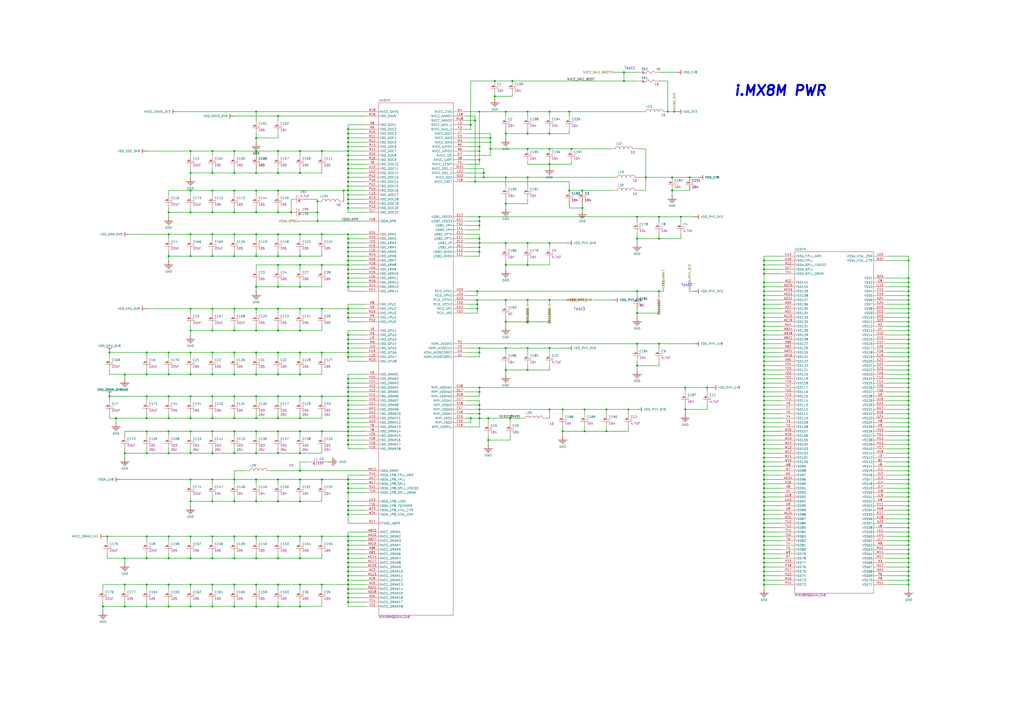
<source format=kicad_sch>
(kicad_sch (version 20241004) (generator "eeschema") (generator_version "8.99")
  (paper "A2")
  (title_block (title "Librem 5 Mainboard") (date "2024-03-21") (rev "v1.0.6") (company "Purism SPC") (comment 1 "GNU GPLv3+") (comment 2 "Copyright"))
  (lib_symbols
    (symbol "C-04_CPU_PWR:GND" (power)
      (property "Reference" "#PWR" (at 0 0 0))
      (property "Value" "GND" (at 0 6.35 0))
      (symbol "GND_0_0"
        (pin power_in line (at 0 0 0) (length 0) (hide yes) (name "GND") (number ""))
      )
    )
    (symbol "C-04_CPU_PWR:NVCC_DRAM_1V1" (power)
      (property "Reference" "#PWR" (at 0 0 0))
      (property "Value" "NVCC_DRAM_1V1" (at 0 3.81 0))
      (symbol "NVCC_DRAM_1V1_0_0"
        (pin power_in line (at 0 0 0) (length 0) (hide yes) (name "NVCC_DRAM_1V1") (number ""))
      )
    )
    (symbol "C-04_CPU_PWR:NVCC_SNVS_3V3" (power)
      (property "Reference" "#PWR" (at 0 0 0))
      (property "Value" "NVCC_SNVS_3V3" (at 0 3.81 0))
      (symbol "NVCC_SNVS_3V3_0_0"
        (pin power_in line (at 0 0 0) (length 0) (hide yes) (name "NVCC_SNVS_3V3") (number ""))
      )
    )
    (symbol "C-04_CPU_PWR:VDDA_1V8" (power)
      (property "Reference" "#PWR" (at 0 0 0))
      (property "Value" "VDDA_1V8" (at 0 3.81 0))
      (symbol "VDDA_1V8_0_0"
        (pin power_in line (at 0 0 0) (length 0) (hide yes) (name "VDDA_1V8") (number ""))
      )
    )
    (symbol "C-04_CPU_PWR:VDD_1V8" (power)
      (property "Reference" "#PWR" (at 0 0 0))
      (property "Value" "VDD_1V8" (at 0 3.81 0))
      (symbol "VDD_1V8_0_0"
        (pin power_in line (at 0 0 0) (length 0) (hide yes) (name "VDD_1V8") (number ""))
      )
    )
    (symbol "C-04_CPU_PWR:VDD_3V3" (power)
      (property "Reference" "#PWR" (at 0 0 0))
      (property "Value" "VDD_3V3" (at 0 3.81 0))
      (symbol "VDD_3V3_0_0"
        (pin power_in line (at 0 0 0) (length 0) (hide yes) (name "VDD_3V3") (number ""))
      )
    )
    (symbol "C-04_CPU_PWR:VDD_ARM_0V9" (power)
      (property "Reference" "#PWR" (at 0 0 0))
      (property "Value" "VDD_ARM_0V9" (at 0 3.81 0))
      (symbol "VDD_ARM_0V9_0_0"
        (pin power_in line (at 0 0 0) (length 0) (hide yes) (name "VDD_ARM_0V9") (number ""))
      )
    )
    (symbol "C-04_CPU_PWR:VDD_DRAM_0V9" (power)
      (property "Reference" "#PWR" (at 0 0 0))
      (property "Value" "VDD_DRAM_0V9" (at 0 3.81 0))
      (symbol "VDD_DRAM_0V9_0_0"
        (pin power_in line (at 0 0 0) (length 0) (hide yes) (name "VDD_DRAM_0V9") (number ""))
      )
    )
    (symbol "C-04_CPU_PWR:VDD_GPU_0V9" (power)
      (property "Reference" "#PWR" (at 0 0 0))
      (property "Value" "VDD_GPU_0V9" (at 0 3.81 0))
      (symbol "VDD_GPU_0V9_0_0"
        (pin power_in line (at 0 0 0) (length 0) (hide yes) (name "VDD_GPU_0V9") (number ""))
      )
    )
    (symbol "C-04_CPU_PWR:VDD_PHY_0V9" (power)
      (property "Reference" "#PWR" (at 0 0 0))
      (property "Value" "VDD_PHY_0V9" (at 0 3.81 0))
      (symbol "VDD_PHY_0V9_0_0"
        (pin power_in line (at 0 0 0) (length 0) (hide yes) (name "VDD_PHY_0V9") (number ""))
      )
    )
    (symbol "C-04_CPU_PWR:VDD_PHY_1V8" (power)
      (property "Reference" "#PWR" (at 0 0 0))
      (property "Value" "VDD_PHY_1V8" (at 0 3.81 0))
      (symbol "VDD_PHY_1V8_0_0"
        (pin power_in line (at 0 0 0) (length 0) (hide yes) (name "VDD_PHY_1V8") (number ""))
      )
    )
    (symbol "C-04_CPU_PWR:VDD_PHY_3V3" (power)
      (property "Reference" "#PWR" (at 0 0 0))
      (property "Value" "VDD_PHY_3V3" (at 0 3.81 0))
      (symbol "VDD_PHY_3V3_0_0"
        (pin power_in line (at 0 0 0) (length 0) (hide yes) (name "VDD_PHY_3V3") (number ""))
      )
    )
    (symbol "C-04_CPU_PWR:VDD_SNVS_0V9" (power)
      (property "Reference" "#PWR" (at 0 0 0))
      (property "Value" "VDD_SNVS_0V9" (at 0 3.81 0))
      (symbol "VDD_SNVS_0V9_0_0"
        (pin power_in line (at 0 0 0) (length 0) (hide yes) (name "VDD_SNVS_0V9") (number ""))
      )
    )
    (symbol "C-04_CPU_PWR:VDD_SOC_0V9" (power)
      (property "Reference" "#PWR" (at 0 0 0))
      (property "Value" "VDD_SOC_0V9" (at 0 3.81 0))
      (symbol "VDD_SOC_0V9_0_0"
        (pin power_in line (at 0 0 0) (length 0) (hide yes) (name "VDD_SOC_0V9") (number ""))
      )
    )
    (symbol "C-04_CPU_PWR:VDD_VPU_0V9" (power)
      (property "Reference" "#PWR" (at 0 0 0))
      (property "Value" "VDD_VPU_0V9" (at 0 3.81 0))
      (symbol "VDD_VPU_0V9_0_0"
        (pin power_in line (at 0 0 0) (length 0) (hide yes) (name "VDD_VPU_0V9") (number ""))
      )
    )
    (symbol "C-04_CPU_PWR:root_0_C0201"
      (symbol "root_0_C0201_1_0"
        (pin passive line (at 2.54 5.08 270) (length 2.54) (name "1") (number "1"))
        (pin passive line (at 2.54 -2.54 90) (length 2.54) (name "2") (number "2"))
      )
    )
    (symbol "C-04_CPU_PWR:root_0_C0402"
      (symbol "root_0_C0402_1_0"
        (pin passive line (at 2.54 5.08 270) (length 2.54) (name "1") (number "1"))
        (pin passive line (at 2.54 -2.54 90) (length 2.54) (name "2") (number "2"))
      )
    )
    (symbol "C-04_CPU_PWR:root_0_C0603"
      (symbol "root_0_C0603_1_0"
        (pin passive line (at 2.54 5.08 270) (length 2.54) (name "1") (number "1"))
        (pin passive line (at 2.54 -2.54 90) (length 2.54) (name "2") (number "2"))
      )
    )
    (symbol "C-04_CPU_PWR:root_0_MIMX8MQ6DVAJZAA_BGA621"
      (symbol "root_0_MIMX8MQ6DVAJZAA_BGA621_1_0"
        (text "i.MX8M - DDR" (at 30.48 164.592 0) (effects (font (size 1.524 1.524)) (justify left bottom)))
        (text "(LPDDR4/DDR4/DDR3)" (at 30.48 153.162 0) (effects (font (size 0.889 0.889)) (justify left bottom)))
        (pin passive line (at -7.62 160.02 0) (length 7.62) (name "DRAM_AC08/CA0_A/A12/A12_/~{_}BC") (number "AD17"))
        (pin passive line (at -7.62 157.48 0) (length 7.62) (name "DRAM_AC09/CA1_A/A11/A11") (number "AE16"))
        (pin passive line (at -7.62 154.94 0) (length 7.62) (name "DRAM_AC10/CA2_A/A7/A7") (number "AD20"))
        (pin passive line (at -7.62 152.4 0) (length 7.62) (name "DRAM_AC11/CA3_A/A8/A8") (number "AE20"))
        (pin passive line (at -7.62 149.86 0) (length 7.62) (name "DRAM_AC12/CA4_A/A6/A6") (number "AD19"))
        (pin passive line (at -7.62 147.32 0) (length 7.62) (name "DRAM_AC13/CA5_A/A5/A5") (number "AE19"))
        (pin passive line (at -7.62 142.24 0) (length 7.62) (name "DRAM_AC02/CS0_A/CS0_N~{/}CS0") (number "AE18"))
        (pin passive line (at -7.62 139.7 0) (length 7.62) (name "DRAM_AC03/CS1_A/C0/") (number "AC18"))
        (pin passive line (at -7.62 134.62 0) (length 7.62) (name "DRAM_AC00/CKE0_A/CKE0/CKE0") (number "AC16"))
        (pin passive line (at -7.62 132.08 0) (length 7.62) (name "DRAM_AC01/CKE1_A/CKE1/CKE1") (number "AE17"))
        (pin passive line (at -7.62 127 0) (length 7.62) (name "DRAM_AC04/CK_T_A/BG0/BA2") (number "AD14"))
        (pin passive line (at -7.62 124.46 0) (length 7.62) (name "DRAM_AC05/CK_C_A/BG1/A14") (number "AE14"))
        (pin passive line (at -7.62 116.84 0) (length 7.62) (name "DRAM_AC14/A4/A4") (number "AB16"))
        (pin passive line (at -7.62 109.22 0) (length 7.62) (name "DRAM_AC32/CA0_B/C2/") (number "AE8"))
        (pin passive line (at -7.62 106.68 0) (length 7.62) (name "DRAM_AC33/CA1_B/CAS_N_/_A15~{/}CAS") (number "AE9"))
        (pin passive line (at -7.62 104.14 0) (length 7.62) (name "DRAM_AC28/CA2_B/A13/A13") (number "AC7"))
        (pin passive line (at -7.62 101.6 0) (length 7.62) (name "DRAM_AC29/CA3_B/BA0/BA0") (number "AE7"))
        (pin passive line (at -7.62 99.06 0) (length 7.62) (name "DRAM_AC30/CA4_B/A10_/_AP/A10_/_AP") (number "AE6"))
        (pin passive line (at -7.62 96.52 0) (length 7.62) (name "DRAM_AC31/CA5_B/A0/A0") (number "AD6"))
        (pin passive line (at -7.62 91.44 0) (length 7.62) (name "DRAM_AC23/CS0_B/") (number "AC9"))
        (pin passive line (at -7.62 88.9 0) (length 7.62) (name "DRAM_AC22/CS1_B/") (number "AD8"))
        (pin passive line (at -7.62 83.82 0) (length 7.62) (name "DRAM_AC20/CKE0_B/CK_T_B/CK_B") (number "AD10"))
        (pin passive line (at -7.62 81.28 0) (length 7.62) (name "DRAM_AC21/CKE1_B/CK_C_B~{/}CK_B") (number "AE10"))
        (pin passive line (at -7.62 76.2 0) (length 7.62) (name "DRAM_AC24/CK_T_B/A2/A2") (number "AD12"))
        (pin passive line (at -7.62 73.66 0) (length 7.62) (name "DRAM_AC25/CK_C_B/A1/A1") (number "AE12"))
        (pin passive line (at -7.62 66.04 0) (length 7.62) (name "DRAM_AC34/WE_N_/_A14~{/}WE") (number "AC10"))
        (pin passive line (at -7.62 55.88 0) (length 7.62) (name "DRAM_AC17/CK_C_A~{/}CK_A") (number "AD15"))
        (pin passive line (at -7.62 53.34 0) (length 7.62) (name "DRAM_AC16/CK_T_A/CK_A") (number "AE15"))
        (pin passive line (at -7.62 50.8 0) (length 7.62) (name "DRAM_AC36/ODT0/ODT0") (number "AC12"))
        (pin passive line (at -7.62 48.26 0) (length 7.62) (name "DRAM_AC37/ODT1/ODT1") (number "AE11"))
        (pin passive line (at -7.62 45.72 0) (length 7.62) (name "DRAM_AC15/A3/A3") (number "AC15"))
        (pin passive line (at -7.62 43.18 0) (length 7.62) (name "DRAM_AC07/A9/A9") (number "AB15"))
        (pin passive line (at -7.62 40.64 0) (length 7.62) (name "DRAM_AC06/ACT_N/A15") (number "AE13"))
        (pin passive line (at -7.62 38.1 0) (length 7.62) (name "DRAM_AC38/CS1_N~{/}CS1") (number "AC11"))
        (pin passive line (at -7.62 35.56 0) (length 7.62) (name "DRAM_AC35/RAS_N_/_A16~{/}RAS") (number "AB10"))
        (pin passive line (at -7.62 33.02 0) (length 7.62) (name "DRAM_AC26/BA1/BA1") (number "AB12"))
        (pin passive line (at -7.62 30.48 0) (length 7.62) (name "DRAM_AC27/PARITY") (number "AA12"))
        (pin passive line (at -7.62 22.86 0) (length 7.62) (name "DRAM_RESET_N/RESET_N/RESET_N~{/}RESET") (number "AB13"))
        (pin passive line (at -7.62 17.78 0) (length 7.62) (name "DRAM_VREF/VREF/VREF/VREF") (number "AA14"))
        (pin passive line (at -7.62 12.7 0) (length 7.62) (name "DRAM_ZN/ZQ/ZQ/ZQ") (number "AA13"))
        (pin passive line (at -7.62 7.62 0) (length 7.62) (name "DRAM_AC19/MTEST/MTEST/MTEST") (number "AB14"))
        (pin passive line (at -7.62 5.08 0) (length 7.62) (name "DRAM_ALERT_N/MTEST1/ALERT_N_/_MTEST1/MTE") (number "AC13"))
        (pin passive line (at 104.14 160.02 180) (length 7.62) (name "DRAM_DQ00/DQ0_A/DQL0_A/DQL0_A") (number "AE23"))
        (pin passive line (at 104.14 157.48 180) (length 7.62) (name "DRAM_DQ01/DQ1_A/DQL1_A/DQL1_A") (number "AD24"))
        (pin passive line (at 104.14 154.94 180) (length 7.62) (name "DRAM_DQ02/DQ2_A/DQL2_A/DQL2_A") (number "AE22"))
        (pin passive line (at 104.14 152.4 180) (length 7.62) (name "DRAM_DQ03/DQ3_A/DQL3_A/DQL3_A") (number "AD22"))
        (pin passive line (at 104.14 149.86 180) (length 7.62) (name "DRAM_DQ04/DQ4_A/DQL4_A/DQL4_A") (number "AA24"))
        (pin passive line (at 104.14 147.32 180) (length 7.62) (name "DRAM_DQ05/DQ5_A/DQL5_A/DQL5_A") (number "Y25"))
        (pin passive line (at 104.14 144.78 180) (length 7.62) (name "DRAM_DQ06/DQ6_A/DQL6_A/DQL6_A") (number "AA25"))
        (pin passive line (at 104.14 142.24 180) (length 7.62) (name "DRAM_DQ07/DQ7_A/DQL7_A/DQL7_A") (number "AB25"))
        (pin passive line (at 104.14 139.7 180) (length 7.62) (name "DRAM_DQ08/DQ08_A/DQU0_A/DQU0_A") (number "AB22"))
        (pin passive line (at 104.14 137.16 180) (length 7.62) (name "DRAM_DQ09/DQ09_A/DQU1_A/DQU1_A") (number "AA22"))
        (pin passive line (at 104.14 134.62 180) (length 7.62) (name "DRAM_DQ10/DQ10_A/DQU2_A/DQU2_A") (number "AA23"))
        (pin passive line (at 104.14 132.08 180) (length 7.62) (name "DRAM_DQ11/DQ11_A/DQU3_A/DQU3_A") (number "AA20"))
        (pin passive line (at 104.14 129.54 180) (length 7.62) (name "DRAM_DQ12/DQ12_A/DQU4_A/DQU4_A") (number "AA18"))
        (pin passive line (at 104.14 127 180) (length 7.62) (name "DRAM_DQ13/DQ13_A/DQU5_A/DQU5_A") (number "AB19"))
        (pin passive line (at 104.14 124.46 180) (length 7.62) (name "DRAM_DQ14/DQ14_A/DQU6_A/DQU6_A") (number "AA19"))
        (pin passive line (at 104.14 121.92 180) (length 7.62) (name "DRAM_DQ15/DQ15_A/DQU7_A/DQU7_A") (number "AA17"))
        (pin passive line (at 104.14 116.84 180) (length 7.62) (name "DRAM_DM0/DMI0_A/DML_N_A_/_DBIL_N_A/DML_A") (number "AD23"))
        (pin passive line (at 104.14 114.3 180) (length 7.62) (name "DRAM_DM1/DMI1_A/DMU_N_A_/_DBIU_N_A/DMU_A") (number "AB20"))
        (pin passive line (at 104.14 109.22 180) (length 7.62) (name "DRAM_DQS0_P/DQS0_T_A/DQSL_T_A/DQSL_A") (number "AC24"))
        (pin passive line (at 104.14 106.68 180) (length 7.62) (name "DRAM_DQS0_N/DQS0_C_A/DQSL_C_A~{/}DQSL_A") (number "AC25"))
        (pin passive line (at 104.14 101.6 180) (length 7.62) (name "DRAM_DQS1_P/DQS1_T_A/DQSU_T_A/DQSU_A") (number "AB21"))
        (pin passive line (at 104.14 99.06 180) (length 7.62) (name "DRAM_DQS1_N/DQS1_C_A/DQSU_C_A~{/}DQSU_A") (number "AC21"))
        (pin passive line (at 104.14 91.44 180) (length 7.62) (name "DRAM_DQ16/DQ0_B/DQL0_B/DQL0_B") (number "AE3"))
        (pin passive line (at 104.14 88.9 180) (length 7.62) (name "DRAM_DQ17/DQ1_B/DQL1_B/DQL1_B") (number "AD2"))
        (pin passive line (at 104.14 86.36 180) (length 7.62) (name "DRAM_DQ18/DQ2_B/DQL2_B/DQL2_B") (number "AE4"))
        (pin passive line (at 104.14 83.82 180) (length 7.62) (name "DRAM_DQ19/DQ3_B/DQL3_B/DQL3_B") (number "AD4"))
        (pin passive line (at 104.14 81.28 180) (length 7.62) (name "DRAM_DQ20/DQ4_B/DQL4_B/DQL4_B") (number "AA2"))
        (pin passive line (at 104.14 78.74 180) (length 7.62) (name "DRAM_DQ21/DQ5_B/DQL5_B/DQL5_B") (number "Y1"))
        (pin passive line (at 104.14 76.2 180) (length 7.62) (name "DRAM_DQ22/DQ6_B/DQL6_B/DQL6_B") (number "AA1"))
        (pin passive line (at 104.14 73.66 180) (length 7.62) (name "DRAM_DQ23/DQ7_B/DQL7_B/DQL7_B") (number "AB1"))
        (pin passive line (at 104.14 71.12 180) (length 7.62) (name "DRAM_DQ24/DQ08_B/DQU0_B/DQU0_B") (number "AB4"))
        (pin passive line (at 104.14 68.58 180) (length 7.62) (name "DRAM_DQ25/DQ09_B/DQU1_B/DQU1_B") (number "AA4"))
        (pin passive line (at 104.14 66.04 180) (length 7.62) (name "DRAM_DQ26/DQ10_B/DQU2_B/DQU2_B") (number "AA3"))
        (pin passive line (at 104.14 63.5 180) (length 7.62) (name "DRAM_DQ27/DQ11_B/DQU3_B/DQU3_B") (number "AA6"))
        (pin passive line (at 104.14 60.96 180) (length 7.62) (name "DRAM_DQ28/DQ12_B/DQU4_B/DQU4_B") (number "AA8"))
        (pin passive line (at 104.14 58.42 180) (length 7.62) (name "DRAM_DQ29/DQ13_B/DQU5_B/DQU5_B") (number "AB7"))
        (pin passive line (at 104.14 55.88 180) (length 7.62) (name "DRAM_DQ30/DQ14_B/DQU6_B/DQU6_B") (number "AA7"))
        (pin passive line (at 104.14 53.34 180) (length 7.62) (name "DRAM_DQ31/DQ15_B/DQU7_B/DQU7_B") (number "AA9"))
        (pin passive line (at 104.14 48.26 180) (length 7.62) (name "DRAM_DM2/DMI0_B/DML_N_B_/_DBIL_N_B/DML_B") (number "AD3"))
        (pin passive line (at 104.14 45.72 180) (length 7.62) (name "DRAM_DM3/DMI1_B/DMU_N_B_/_DBIU_N_B/DMU_B") (number "AB6"))
        (pin passive line (at 104.14 40.64 180) (length 7.62) (name "DRAM_DQS2_P/DQS0_T_B/DQSL_T_B/DQSL_B") (number "AC2"))
        (pin passive line (at 104.14 38.1 180) (length 7.62) (name "DRAM_DQS2_N/DQS0_C_B/DQSL_C_B~{/}DQSL_B") (number "AC1"))
        (pin passive line (at 104.14 33.02 180) (length 7.62) (name "DRAM_DQS3_P/DQS1_T_B/DQSU_T_B/DQSU_B") (number "AB5"))
        (pin passive line (at 104.14 30.48 180) (length 7.62) (name "DRAM_DQS3_N/DQS1_C_B/DQSU_C_B~{/}DQSU_B") (number "AC5"))
      )
      (symbol "root_0_MIMX8MQ6DVAJZAA_BGA621_2_0"
        (text "i.MX8M - USB" (at 5.08 90.932 0) (effects (font (size 1.524 1.524)) (justify left bottom)))
        (text "USB_P0_VDD33" (at 19.558 70.358 900) (effects (font (size 0.889 0.889)) (justify left bottom)))
        (text "USB_P0_VPH" (at 19.558 55.372 900) (effects (font (size 0.889 0.889)) (justify left bottom)))
        (text "USB_P1_VDD33" (at 19.558 22.098 900) (effects (font (size 0.889 0.889)) (justify left bottom)))
        (text "USB_P1_VPH" (at 19.558 7.112 900) (effects (font (size 0.889 0.889)) (justify left bottom)))
        (pin passive line (at 48.26 86.36 180) (length 7.62) (name "USB1_VBUS") (number "D14"))
        (pin passive line (at 48.26 83.82 180) (length 7.62) (name "USB1_DP") (number "A14"))
        (pin passive line (at 48.26 81.28 180) (length 7.62) (name "USB1_DN") (number "B14"))
        (pin passive line (at 48.26 78.74 180) (length 7.62) (name "USB1_ID") (number "C14"))
        (pin passive line (at 48.26 71.12 180) (length 7.62) (name "USB1_TX_P") (number "A13"))
        (pin passive line (at 48.26 68.58 180) (length 7.62) (name "USB1_TX_N") (number "B13"))
        (pin passive line (at 48.26 63.5 180) (length 7.62) (name "USB1_RX_P") (number "A12"))
        (pin passive line (at 48.26 60.96 180) (length 7.62) (name "USB1_RX_N") (number "B12"))
        (pin passive line (at 48.26 55.88 180) (length 7.62) (name "USB1_RESREF") (number "A11"))
        (pin passive line (at 48.26 38.1 180) (length 7.62) (name "USB2_VBUS") (number "D9"))
        (pin passive line (at 48.26 35.56 180) (length 7.62) (name "USB2_DP") (number "A10"))
        (pin passive line (at 48.26 33.02 180) (length 7.62) (name "USB2_DN") (number "B10"))
        (pin passive line (at 48.26 30.48 180) (length 7.62) (name "USB2_ID") (number "C9"))
        (pin passive line (at 48.26 22.86 180) (length 7.62) (name "USB2_TX_P") (number "A9"))
        (pin passive line (at 48.26 20.32 180) (length 7.62) (name "USB2_TX_N") (number "B9"))
        (pin passive line (at 48.26 15.24 180) (length 7.62) (name "USB2_RX_P") (number "A8"))
        (pin passive line (at 48.26 12.7 180) (length 7.62) (name "USB2_RX_N") (number "B8"))
        (pin passive line (at 48.26 7.62 180) (length 7.62) (name "USB2_RESREF") (number "B11"))
      )
      (symbol "root_0_MIMX8MQ6DVAJZAA_BGA621_3_0"
        (text "i.MX8M - PCIe" (at 5.08 62.992 0) (effects (font (size 1.524 1.524)) (justify left bottom)))
        (text "PCIE0_VPH" (at 11.938 42.164 900) (effects (font (size 0.889 0.889)) (justify left bottom)))
        (text "PCIE1_VPH" (at 11.938 14.224 900) (effects (font (size 0.889 0.889)) (justify left bottom)))
        (pin passive line (at 48.26 58.42 180) (length 7.62) (name "PCIE1_TXN_P") (number "J25"))
        (pin passive line (at 48.26 55.88 180) (length 7.62) (name "PCIE1_TXN_N") (number "J24"))
        (pin passive line (at 48.26 50.8 180) (length 7.62) (name "PCIE1_RXN_P") (number "H25"))
        (pin passive line (at 48.26 48.26 180) (length 7.62) (name "PCIE1_RXN_N") (number "H24"))
        (pin passive line (at 48.26 43.18 180) (length 7.62) (name "PCIE1_REF_PAD_CLK_P") (number "K25"))
        (pin passive line (at 48.26 40.64 180) (length 7.62) (name "PCIE1_REF_PAD_CLK_N") (number "K24"))
        (pin passive line (at 48.26 35.56 180) (length 7.62) (name "PCIE1_RESREF") (number "G25"))
        (pin passive line (at 48.26 30.48 180) (length 7.62) (name "PCIE2_TXN_P") (number "E25"))
        (pin passive line (at 48.26 27.94 180) (length 7.62) (name "PCIE2_TXN_N") (number "E24"))
        (pin passive line (at 48.26 22.86 180) (length 7.62) (name "PCIE2_RXN_P") (number "D25"))
        (pin passive line (at 48.26 20.32 180) (length 7.62) (name "PCIE2_RXN_N") (number "D24"))
        (pin passive line (at 48.26 15.24 180) (length 7.62) (name "PCIE2_REF_PAD_CLK_P") (number "F25"))
        (pin passive line (at 48.26 12.7 180) (length 7.62) (name "PCIE2_REF_PAD_CLK_N") (number "F24"))
        (pin passive line (at 48.26 7.62 180) (length 7.62) (name "PCIE2_RESREF") (number "C25"))
      )
      (symbol "root_0_MIMX8MQ6DVAJZAA_BGA621_4_0"
        (text "i.MX8M - DSI" (at 7.62 52.832 0) (effects (font (size 1.524 1.524)) (justify left bottom)))
        (text "DSI_VDDHA" (at 19.558 24.892 900) (effects (font (size 0.889 0.889)) (justify left bottom)))
        (pin passive line (at 48.26 48.26 180) (length 7.62) (name "MIPI_DSI_CLK_P") (number "D16"))
        (pin passive line (at 48.26 45.72 180) (length 7.62) (name "MIPI_DSI_CLK_N") (number "C16"))
        (pin passive line (at 48.26 40.64 180) (length 7.62) (name "MIPI_DSI_D0_P") (number "B17"))
        (pin passive line (at 48.26 38.1 180) (length 7.62) (name "MIPI_DSI_D0_N") (number "A17"))
        (pin passive line (at 48.26 33.02 180) (length 7.62) (name "MIPI_DSI_D1_P") (number "B16"))
        (pin passive line (at 48.26 30.48 180) (length 7.62) (name "MIPI_DSI_D1_N") (number "A16"))
        (pin passive line (at 48.26 25.4 180) (length 7.62) (name "MIPI_DSI_D2_P") (number "B18"))
        (pin passive line (at 48.26 22.86 180) (length 7.62) (name "MIPI_DSI_D2_N") (number "A18"))
        (pin passive line (at 48.26 17.78 180) (length 7.62) (name "MIPI_DSI_D3_P") (number "B15"))
        (pin passive line (at 48.26 15.24 180) (length 7.62) (name "MIPI_DSI_D3_N") (number "A15"))
        (pin passive line (at 48.26 10.16 180) (length 7.62) (name "MIPI_DSI_REXT") (number "C17"))
      )
      (symbol "root_0_MIMX8MQ6DVAJZAA_BGA621_5_0"
        (text "i.MX8M - CSI" (at 7.62 85.852 0) (effects (font (size 1.524 1.524)) (justify left bottom)))
        (text "CSI_P1_VDDHA" (at 17.018 52.578 900) (effects (font (size 0.889 0.889)) (justify left bottom)))
        (text "CSI_P2_VDDHA" (at 17.018 9.398 900) (effects (font (size 0.889 0.889)) (justify left bottom)))
        (pin passive line (at 48.26 81.28 180) (length 7.62) (name "MIPI_CSI1_CLK_P") (number "B22"))
        (pin passive line (at 48.26 78.74 180) (length 7.62) (name "MIPI_CSI1_CLK_N") (number "A22"))
        (pin passive line (at 48.26 73.66 180) (length 7.62) (name "MIPI_CSI1_D0_P") (number "B23"))
        (pin passive line (at 48.26 71.12 180) (length 7.62) (name "MIPI_CSI1_D0_N") (number "A23"))
        (pin passive line (at 48.26 66.04 180) (length 7.62) (name "MIPI_CSI1_D1_P") (number "D22"))
        (pin passive line (at 48.26 63.5 180) (length 7.62) (name "MIPI_CSI1_D1_N") (number "C22"))
        (pin passive line (at 48.26 58.42 180) (length 7.62) (name "MIPI_CSI1_D2_P") (number "C23"))
        (pin passive line (at 48.26 55.88 180) (length 7.62) (name "MIPI_CSI1_D2_N") (number "B24"))
        (pin passive line (at 48.26 50.8 180) (length 7.62) (name "MIPI_CSI1_D3_P") (number "D21"))
        (pin passive line (at 48.26 48.26 180) (length 7.62) (name "MIPI_CSI1_D3_N") (number "C21"))
        (pin passive line (at 48.26 38.1 180) (length 7.62) (name "MIPI_CSI2_CLK_P") (number "B19"))
        (pin passive line (at 48.26 35.56 180) (length 7.62) (name "MIPI_CSI2_CLK_N") (number "A19"))
        (pin passive line (at 48.26 30.48 180) (length 7.62) (name "MIPI_CSI2_D0_P") (number "D20"))
        (pin passive line (at 48.26 27.94 180) (length 7.62) (name "MIPI_CSI2_D0_N") (number "C20"))
        (pin passive line (at 48.26 22.86 180) (length 7.62) (name "MIPI_CSI2_D1_P") (number "B20"))
        (pin passive line (at 48.26 20.32 180) (length 7.62) (name "MIPI_CSI2_D1_N") (number "A20"))
        (pin passive line (at 48.26 15.24 180) (length 7.62) (name "MIPI_CSI2_D2_P") (number "B21"))
        (pin passive line (at 48.26 12.7 180) (length 7.62) (name "MIPI_CSI2_D2_N") (number "A21"))
        (pin passive line (at 48.26 7.62 180) (length 7.62) (name "MIPI_CSI2_D3_P") (number "D19"))
        (pin passive line (at 48.26 5.08 180) (length 7.62) (name "MIPI_CSI2_D3_N") (number "C19"))
      )
      (symbol "root_0_MIMX8MQ6DVAJZAA_BGA621_6_0"
        (text "i.MX8M - HDMI" (at 2.54 75.692 0) (effects (font (size 1.524 1.524)) (justify left bottom)))
        (text "HDMI_AVDDIO" (at 17.018 34.798 900) (effects (font (size 0.889 0.889)) (justify left bottom)))
        (pin passive line (at 48.26 71.12 180) (length 7.62) (name "HDMI_DDC_SCL") (number "R3"))
        (pin passive line (at 48.26 68.58 180) (length 7.62) (name "HDMI_DDC_SDA") (number "P3"))
        (pin passive line (at 48.26 63.5 180) (length 7.62) (name "HDMI_HPD") (number "W2"))
        (pin passive line (at 48.26 58.42 180) (length 7.62) (name "HDMI_CEC") (number "W3"))
        (pin passive line (at 48.26 50.8 180) (length 7.62) (name "HDMI_REFCLK_P") (number "R2"))
        (pin passive line (at 48.26 48.26 180) (length 7.62) (name "HDMI_REFCLK_N") (number "R1"))
        (pin passive line (at 48.26 43.18 180) (length 7.62) (name "HDMI_TX_M_LN_0") (number "T2"))
        (pin passive line (at 48.26 40.64 180) (length 7.62) (name "HDMI_TX_P_LN_0") (number "T1"))
        (pin passive line (at 48.26 35.56 180) (length 7.62) (name "HDMI_TX_M_LN_1") (number "U1"))
        (pin passive line (at 48.26 33.02 180) (length 7.62) (name "HDMI_TX_P_LN_1") (number "U2"))
        (pin passive line (at 48.26 27.94 180) (length 7.62) (name "HDMI_TX_M_LN_2") (number "N1"))
        (pin passive line (at 48.26 25.4 180) (length 7.62) (name "HDMI_TX_P_LN_2") (number "N2"))
        (pin passive line (at 48.26 20.32 180) (length 7.62) (name "HDMI_TX_M_LN_3") (number "M2"))
        (pin passive line (at 48.26 17.78 180) (length 7.62) (name "HDMI_TX_P_LN_3") (number "M1"))
        (pin passive line (at 48.26 12.7 180) (length 7.62) (name "HDMI_AUX_P") (number "V1"))
        (pin passive line (at 48.26 10.16 180) (length 7.62) (name "HDMI_AUX_N") (number "V2"))
        (pin passive line (at 48.26 5.08 180) (length 7.62) (name "HDMI_REXT") (number "P1"))
      )
      (symbol "root_0_MIMX8MQ6DVAJZAA_BGA621_7_0"
        (text "i.MX8M - SAI" (at 12.7 96.012 0) (effects (font (size 1.524 1.524)) (justify left bottom)))
        (text "NVCC_SAI5" (at 24.13 86.36 900) (effects (font (size 0.889 0.889)) (justify left bottom)))
        (text "NVCC_SAI3" (at 24.13 55.88 900) (effects (font (size 0.889 0.889)) (justify left bottom)))
        (text "NVCC_SAI1" (at 32.512 51.816 900) (effects (font (size 0.889 0.889)) (justify left bottom)))
        (text "NVCC_SAI2" (at 32.512 8.636 900) (effects (font (size 0.889 0.889)) (justify left bottom)))
        (pin passive line (at -7.62 91.44 0) (length 7.62) (name "SAI5_MCLK") (number "K4"))
        (pin passive line (at -7.62 86.36 0) (length 7.62) (name "SAI5_RXFS") (number "N4"))
        (pin passive line (at -7.62 83.82 0) (length 7.62) (name "SAI5_RXC") (number "L5"))
        (pin passive line (at -7.62 78.74 0) (length 7.62) (name "SAI5_RXD0") (number "M5"))
        (pin passive line (at -7.62 76.2 0) (length 7.62) (name "SAI5_RXD1") (number "L4"))
        (pin passive line (at -7.62 73.66 0) (length 7.62) (name "SAI5_RXD2") (number "M4"))
        (pin passive line (at -7.62 71.12 0) (length 7.62) (name "SAI5_RXD3") (number "K5"))
        (pin passive line (at -7.62 66.04 0) (length 7.62) (name "SAI3_MCLK") (number "D3"))
        (pin passive line (at -7.62 60.96 0) (length 7.62) (name "SAI3_TXFS") (number "G3"))
        (pin passive line (at -7.62 58.42 0) (length 7.62) (name "SAI3_TXC") (number "C4"))
        (pin passive line (at -7.62 55.88 0) (length 7.62) (name "SAI3_TXD") (number "C3"))
        (pin passive line (at -7.62 50.8 0) (length 7.62) (name "SAI3_RXFS") (number "G4"))
        (pin passive line (at -7.62 48.26 0) (length 7.62) (name "SAI3_RXC") (number "F4"))
        (pin passive line (at -7.62 45.72 0) (length 7.62) (name "SAI3_RXD") (number "F3"))
        (pin passive line (at -7.62 40.64 0) (length 7.62) (name "SPDIF_TX") (number "F6"))
        (pin passive line (at -7.62 38.1 0) (length 7.62) (name "SPDIF_RX") (number "G6"))
        (pin passive line (at -7.62 35.56 0) (length 7.62) (name "SPDIF_EXT_CLK") (number "E6"))
        (pin passive line (at 60.96 91.44 180) (length 7.62) (name "SAI1_MCLK") (number "A3"))
        (pin passive line (at 60.96 86.36 180) (length 7.62) (name "SAI1_TXFS") (number "H1"))
        (pin passive line (at 60.96 83.82 180) (length 7.62) (name "SAI1_TXC") (number "E1"))
        (pin passive line (at 60.96 78.74 180) (length 7.62) (name "SAI1_TXD0") (number "F2"))
        (pin passive line (at 60.96 76.2 180) (length 7.62) (name "SAI1_TXD1") (number "E2"))
        (pin passive line (at 60.96 73.66 180) (length 7.62) (name "SAI1_TXD2") (number "B2"))
        (pin passive line (at 60.96 71.12 180) (length 7.62) (name "SAI1_TXD3") (number "D1"))
        (pin passive line (at 60.96 68.58 180) (length 7.62) (name "SAI1_TXD4") (number "D2"))
        (pin passive line (at 60.96 66.04 180) (length 7.62) (name "SAI1_TXD5") (number "C2"))
        (pin passive line (at 60.96 63.5 180) (length 7.62) (name "SAI1_TXD6") (number "B3"))
        (pin passive line (at 60.96 60.96 180) (length 7.62) (name "SAI1_TXD7") (number "C1"))
        (pin passive line (at 60.96 55.88 180) (length 7.62) (name "SAI1_RXFS") (number "L1"))
        (pin passive line (at 60.96 53.34 180) (length 7.62) (name "SAI1_RXC") (number "K1"))
        (pin passive line (at 60.96 48.26 180) (length 7.62) (name "SAI1_RXD0") (number "K2"))
        (pin passive line (at 60.96 45.72 180) (length 7.62) (name "SAI1_RXD1") (number "L2"))
        (pin passive line (at 60.96 43.18 180) (length 7.62) (name "SAI1_RXD2") (number "H2"))
        (pin passive line (at 60.96 40.64 180) (length 7.62) (name "SAI1_RXD3") (number "J2"))
        (pin passive line (at 60.96 38.1 180) (length 7.62) (name "SAI1_RXD4") (number "J1"))
        (pin passive line (at 60.96 35.56 180) (length 7.62) (name "SAI1_RXD5") (number "F1"))
        (pin passive line (at 60.96 33.02 180) (length 7.62) (name "SAI1_RXD6") (number "G2"))
        (pin passive line (at 60.96 30.48 180) (length 7.62) (name "SAI1_RXD7") (number "G1"))
        (pin passive line (at 60.96 25.4 180) (length 7.62) (name "SAI2_MCLK") (number "H5"))
        (pin passive line (at 60.96 20.32 180) (length 7.62) (name "SAI2_TXFS") (number "H4"))
        (pin passive line (at 60.96 17.78 180) (length 7.62) (name "SAI2_TXC") (number "J5"))
        (pin passive line (at 60.96 15.24 180) (length 7.62) (name "SAI2_TXD0") (number "G5"))
        (pin passive line (at 60.96 10.16 180) (length 7.62) (name "SAI2_RXFS") (number "J4"))
        (pin passive line (at 60.96 7.62 180) (length 7.62) (name "SAI2_RXC") (number "H3"))
        (pin passive line (at 60.96 5.08 180) (length 7.62) (name "SAI2_RXD0") (number "H6"))
      )
      (symbol "root_0_MIMX8MQ6DVAJZAA_BGA621_8_0"
        (text "i.MX8M - NAND" (at 2.54 62.992 0) (effects (font (size 1.524 1.524)) (justify left bottom)))
        (text "NVCC_NAND" (at 14.478 27.432 900) (effects (font (size 0.889 0.889)) (justify left bottom)))
        (pin passive line (at 45.72 58.42 180) (length 7.62) (name "NAND_CE0_B") (number "H19"))
        (pin passive line (at 45.72 55.88 180) (length 7.62) (name "NAND_CE1_B") (number "G21"))
        (pin passive line (at 45.72 53.34 180) (length 7.62) (name "NAND_CE2_B") (number "F21"))
        (pin passive line (at 45.72 50.8 180) (length 7.62) (name "NAND_CE3_B") (number "H20"))
        (pin passive line (at 45.72 45.72 180) (length 7.62) (name "NAND_ALE") (number "G19"))
        (pin passive line (at 45.72 43.18 180) (length 7.62) (name "NAND_CLE") (number "H21"))
        (pin passive line (at 45.72 40.64 180) (length 7.62) (name "NAND_RE_B") (number "K19"))
        (pin passive line (at 45.72 38.1 180) (length 7.62) (name "NAND_WE_B") (number "K22"))
        (pin passive line (at 45.72 35.56 180) (length 7.62) (name "NAND_WP_B") (number "K21"))
        (pin passive line (at 45.72 33.02 180) (length 7.62) (name "NAND_READY_B") (number "K20"))
        (pin passive line (at 45.72 27.94 180) (length 7.62) (name "NAND_DQS") (number "M20"))
        (pin passive line (at 45.72 22.86 180) (length 7.62) (name "NAND_DATA00") (number "G20"))
        (pin passive line (at 45.72 20.32 180) (length 7.62) (name "NAND_DATA01") (number "J20"))
        (pin passive line (at 45.72 17.78 180) (length 7.62) (name "NAND_DATA02") (number "H22"))
        (pin passive line (at 45.72 15.24 180) (length 7.62) (name "NAND_DATA03") (number "J21"))
        (pin passive line (at 45.72 12.7 180) (length 7.62) (name "NAND_DATA04") (number "L20"))
        (pin passive line (at 45.72 10.16 180) (length 7.62) (name "NAND_DATA05") (number "J22"))
        (pin passive line (at 45.72 7.62 180) (length 7.62) (name "NAND_DATA06") (number "L19"))
        (pin passive line (at 45.72 5.08 180) (length 7.62) (name "NAND_DATA07") (number "M19"))
      )
      (symbol "root_0_MIMX8MQ6DVAJZAA_BGA621_9_0"
        (text "i.MX8M - SD" (at 10.16 42.672 0) (effects (font (size 1.524 1.524)) (justify left bottom)))
        (text "NVCC_SD1" (at 16.256 27.94 900) (effects (font (size 0.889 0.889)) (justify left bottom)))
        (text "NVCC_SD2" (at 27.178 17.272 900) (effects (font (size 0.889 0.889)) (justify left bottom)))
        (pin passive line (at -7.62 38.1 0) (length 7.62) (name "SD1_CLK") (number "L25"))
        (pin passive line (at -7.62 35.56 0) (length 7.62) (name "SD1_CMD") (number "L24"))
        (pin passive line (at -7.62 30.48 0) (length 7.62) (name "SD1_DATA0") (number "M25"))
        (pin passive line (at -7.62 27.94 0) (length 7.62) (name "SD1_DATA1") (number "M24"))
        (pin passive line (at -7.62 25.4 0) (length 7.62) (name "SD1_DATA2") (number "N25"))
        (pin passive line (at -7.62 22.86 0) (length 7.62) (name "SD1_DATA3") (number "P25"))
        (pin passive line (at -7.62 20.32 0) (length 7.62) (name "SD1_DATA4") (number "N24"))
        (pin passive line (at -7.62 17.78 0) (length 7.62) (name "SD1_DATA5") (number "P24"))
        (pin passive line (at -7.62 15.24 0) (length 7.62) (name "SD1_DATA6") (number "R25"))
        (pin passive line (at -7.62 12.7 0) (length 7.62) (name "SD1_DATA7") (number "T25"))
        (pin passive line (at -7.62 7.62 0) (length 7.62) (name "SD1_RESET_B") (number "R24"))
        (pin passive line (at -7.62 5.08 0) (length 7.62) (name "SD1_STROBE") (number "T24"))
        (pin passive line (at 50.8 38.1 180) (length 7.62) (name "SD2_CLK") (number "L22"))
        (pin passive line (at 50.8 35.56 180) (length 7.62) (name "SD2_CMD") (number "M22"))
        (pin passive line (at 50.8 30.48 180) (length 7.62) (name "SD2_DATA0") (number "N22"))
        (pin passive line (at 50.8 27.94 180) (length 7.62) (name "SD2_DATA1") (number "N21"))
        (pin passive line (at 50.8 25.4 180) (length 7.62) (name "SD2_DATA2") (number "P22"))
        (pin passive line (at 50.8 22.86 180) (length 7.62) (name "SD2_DATA3") (number "P21"))
        (pin passive line (at 50.8 17.78 180) (length 7.62) (name "SD2_WP") (number "M21"))
        (pin passive line (at 50.8 15.24 180) (length 7.62) (name "SD2_CD_B") (number "L21"))
        (pin passive line (at 50.8 12.7 180) (length 7.62) (name "SD2_RESET_B") (number "R22"))
      )
      (symbol "root_0_MIMX8MQ6DVAJZAA_BGA621_10_0"
        (text "i.MX8M - eNET" (at 2.54 52.832 0) (effects (font (size 1.524 1.524)) (justify left bottom)))
        (text "NVCC_ENET" (at 19.558 22.098 900) (effects (font (size 0.889 0.889)) (justify left bottom)))
        (pin passive line (at 45.72 45.72 180) (length 7.62) (name "ENET_MDC") (number "N20"))
        (pin passive line (at 45.72 43.18 180) (length 7.62) (name "ENET_MDIO") (number "N19"))
        (pin passive line (at 45.72 38.1 180) (length 7.62) (name "ENET_TX_CTL") (number "P19"))
        (pin passive line (at 45.72 35.56 180) (length 7.62) (name "ENET_TXC") (number "T19"))
        (pin passive line (at 45.72 33.02 180) (length 7.62) (name "ENET_TD0") (number "R20"))
        (pin passive line (at 45.72 30.48 180) (length 7.62) (name "ENET_TD1") (number "R21"))
        (pin passive line (at 45.72 27.94 180) (length 7.62) (name "ENET_TD2") (number "R19"))
        (pin passive line (at 45.72 25.4 180) (length 7.62) (name "ENET_TD3") (number "P20"))
        (pin passive line (at 45.72 20.32 180) (length 7.62) (name "ENET_RX_CTL") (number "T21"))
        (pin passive line (at 45.72 17.78 180) (length 7.62) (name "ENET_RXC") (number "T20"))
        (pin passive line (at 45.72 15.24 180) (length 7.62) (name "ENET_RD0") (number "U19"))
        (pin passive line (at 45.72 12.7 180) (length 7.62) (name "ENET_RD1") (number "U21"))
        (pin passive line (at 45.72 10.16 180) (length 7.62) (name "ENET_RD2") (number "U20"))
        (pin passive line (at 45.72 7.62 180) (length 7.62) (name "ENET_RD3") (number "V19"))
      )
      (symbol "root_0_MIMX8MQ6DVAJZAA_BGA621_11_0"
        (text "NVCC_UART" (at 13.716 60.96 900) (effects (font (size 0.889 0.889)) (justify left bottom)))
        (text "NVCC_I2C" (at 13.716 30.48 900) (effects (font (size 0.889 0.889)) (justify left bottom)))
        (text "NVCC_ECSPI" (at 24.638 47.244 900) (effects (font (size 0.889 0.889)) (justify left bottom)))
        (text "NVCC_GPIO1" (at 24.638 17.272 900) (effects (font (size 0.889 0.889)) (justify left bottom)))
        (pin passive line (at -7.62 68.58 0) (length 7.62) (name "UART1_RXD") (number "C7"))
        (pin passive line (at -7.62 66.04 0) (length 7.62) (name "UART1_TXD") (number "A7"))
        (pin passive line (at -7.62 60.96 0) (length 7.62) (name "UART2_RXD") (number "B6"))
        (pin passive line (at -7.62 58.42 0) (length 7.62) (name "UART2_TXD") (number "D6"))
        (pin passive line (at -7.62 53.34 0) (length 7.62) (name "UART3_RXD") (number "A6"))
        (pin passive line (at -7.62 50.8 0) (length 7.62) (name "UART3_TXD") (number "B7"))
        (pin passive line (at -7.62 45.72 0) (length 7.62) (name "UART4_RXD") (number "C6"))
        (pin passive line (at -7.62 43.18 0) (length 7.62) (name "UART4_TXD") (number "D7"))
        (pin passive line (at -7.62 38.1 0) (length 7.62) (name "I2C1_SCL") (number "E7"))
        (pin passive line (at -7.62 35.56 0) (length 7.62) (name "I2C1_SDA") (number "E8"))
        (pin passive line (at -7.62 30.48 0) (length 7.62) (name "I2C2_SCL") (number "G7"))
        (pin passive line (at -7.62 27.94 0) (length 7.62) (name "I2C2_SDA") (number "F7"))
        (pin passive line (at -7.62 22.86 0) (length 7.62) (name "I2C3_SCL") (number "G8"))
        (pin passive line (at -7.62 20.32 0) (length 7.62) (name "I2C3_SDA") (number "E9"))
        (pin passive line (at -7.62 15.24 0) (length 7.62) (name "I2C4_SCL") (number "F8"))
        (pin passive line (at -7.62 12.7 0) (length 7.62) (name "I2C4_SDA") (number "F9"))
        (pin passive line (at 50.8 68.58 180) (length 7.62) (name "ECSPI1_SS0") (number "D4"))
        (pin passive line (at 50.8 66.04 180) (length 7.62) (name "ECSPI1_MOSI") (number "A4"))
        (pin passive line (at 50.8 63.5 180) (length 7.62) (name "ECSPI1_MISO") (number "B4"))
        (pin passive line (at 50.8 60.96 180) (length 7.62) (name "ECSPI1_SCLK") (number "D5"))
        (pin passive line (at 50.8 55.88 180) (length 7.62) (name "ECSPI2_SS0") (number "A5"))
        (pin passive line (at 50.8 53.34 180) (length 7.62) (name "ECSPI2_MOSI") (number "E5"))
        (pin passive line (at 50.8 50.8 180) (length 7.62) (name "ECSPI2_MISO") (number "B5"))
        (pin passive line (at 50.8 48.26 180) (length 7.62) (name "ECSPI2_SCLK") (number "C5"))
        (pin passive line (at 50.8 43.18 180) (length 7.62) (name "GPIO1_IO00") (number "T6"))
        (pin passive line (at 50.8 40.64 180) (length 7.62) (name "GPIO1_IO01") (number "T7"))
        (pin passive line (at 50.8 38.1 180) (length 7.62) (name "GPIO1_IO02") (number "R4"))
        (pin passive line (at 50.8 35.56 180) (length 7.62) (name "GPIO1_IO03") (number "P4"))
        (pin passive line (at 50.8 33.02 180) (length 7.62) (name "GPIO1_IO04") (number "P5"))
        (pin passive line (at 50.8 30.48 180) (length 7.62) (name "GPIO1_IO05") (number "P7"))
        (pin passive line (at 50.8 27.94 180) (length 7.62) (name "GPIO1_IO06") (number "N5"))
        (pin passive line (at 50.8 25.4 180) (length 7.62) (name "GPIO1_IO07") (number "N6"))
        (pin passive line (at 50.8 22.86 180) (length 7.62) (name "GPIO1_IO08") (number "N7"))
        (pin passive line (at 50.8 20.32 180) (length 7.62) (name "GPIO1_IO09") (number "M6"))
        (pin passive line (at 50.8 17.78 180) (length 7.62) (name "GPIO1_IO10") (number "M7"))
        (pin passive line (at 50.8 15.24 180) (length 7.62) (name "GPIO1_IO11") (number "L6"))
        (pin passive line (at 50.8 12.7 180) (length 7.62) (name "GPIO1_IO12") (number "L7"))
        (pin passive line (at 50.8 10.16 180) (length 7.62) (name "GPIO1_IO13") (number "K6"))
        (pin passive line (at 50.8 7.62 180) (length 7.62) (name "GPIO1_IO14") (number "K7"))
        (pin passive line (at 50.8 5.08 180) (length 7.62) (name "GPIO1_IO15") (number "J6"))
      )
      (symbol "root_0_MIMX8MQ6DVAJZAA_BGA621_12_0"
        (text "i.MX8M - MISC" (at 10.16 62.992 0) (effects (font (size 1.524 1.524)) (justify left bottom)))
        (text "NVCC_SNVS" (at 24.638 40.132 900) (effects (font (size 0.889 0.889)) (justify left bottom)))
        (text "VDDA" (at 25.4 13.462 0) (effects (font (size 0.889 0.889)) (justify left bottom)))
        (text "NVCC_JTAG" (at 32.258 40.132 900) (effects (font (size 0.889 0.889)) (justify left bottom)))
        (pin passive line (at -7.62 58.42 0) (length 7.62) (name "ONOFF") (number "W21"))
        (pin passive line (at -7.62 53.34 0) (length 7.62) (name "POR_B") (number "W20"))
        (pin passive line (at -7.62 48.26 0) (length 7.62) (name "PMIC_STBY_REQ") (number "V21"))
        (pin passive line (at -7.62 45.72 0) (length 7.62) (name "PMIC_ON_REQ") (number "V20"))
        (pin passive line (at -7.62 35.56 0) (length 7.62) (name "RTC") (number "V22"))
        (pin passive line (at -7.62 33.02 0) (length 7.62) (name "RTC_RESET_B") (number "W19"))
        (pin passive line (at -7.62 20.32 0) (length 7.62) (name "XTALI_25M") (number "U25"))
        (pin passive line (at -7.62 17.78 0) (length 7.62) (name "XTALO_25M") (number "U24"))
        (pin passive line (at -7.62 10.16 0) (length 7.62) (name "XTALI_27M") (number "V25"))
        (pin passive line (at -7.62 7.62 0) (length 7.62) (name "XTALO_27M") (number "V24"))
        (pin passive line (at 60.96 58.42 180) (length 7.62) (name "BOOT_MODE0") (number "W6"))
        (pin passive line (at 60.96 55.88 180) (length 7.62) (name "BOOT_MODE1") (number "V6"))
        (pin passive line (at 60.96 50.8 180) (length 7.62) (name "TEST_MODE") (number "V7"))
        (pin passive line (at 60.96 45.72 180) (length 7.62) (name "JTAG_TCK") (number "T5"))
        (pin passive line (at 60.96 43.18 180) (length 7.62) (name "JTAG_TMS") (number "V5"))
        (pin passive line (at 60.96 40.64 180) (length 7.62) (name "JTAG_TDI") (number "W5"))
        (pin passive line (at 60.96 38.1 180) (length 7.62) (name "JTAG_TDO") (number "U5"))
        (pin passive line (at 60.96 35.56 180) (length 7.62) (name "JTAG_TRST_B") (number "U6"))
        (pin passive line (at 60.96 33.02 180) (length 7.62) (name "JTAG_MOD") (number "U7"))
        (pin passive line (at 60.96 25.4 180) (length 7.62) (name "CLK1_P") (number "R23"))
        (pin passive line (at 60.96 22.86 180) (length 7.62) (name "CLK1_N") (number "T23"))
        (pin passive line (at 60.96 17.78 180) (length 7.62) (name "CLK2_P") (number "T22"))
        (pin passive line (at 60.96 15.24 180) (length 7.62) (name "CLK2_N") (number "U22"))
      )
      (symbol "root_0_MIMX8MQ6DVAJZAA_BGA621_13_0"
        (pin power_in line (at -7.62 292.1 0) (length 7.62) (name "NVCC_SNVS") (number "W18"))
        (pin power_in line (at -7.62 289.56 0) (length 7.62) (name "VDD_SNVS") (number "R18"))
        (pin power_in line (at -7.62 284.48 0) (length 7.62) (name "VDD_SOC1") (number "R8"))
        (pin power_in line (at -7.62 281.94 0) (length 7.62) (name "VDD_SOC2") (number "R9"))
        (pin power_in line (at -7.62 279.4 0) (length 7.62) (name "VDD_SOC3") (number "R10"))
        (pin power_in line (at -7.62 276.86 0) (length 7.62) (name "VDD_SOC4") (number "R11"))
        (pin power_in line (at -7.62 274.32 0) (length 7.62) (name "VDD_SOC5") (number "R12"))
        (pin power_in line (at -7.62 271.78 0) (length 7.62) (name "VDD_SOC6") (number "R13"))
        (pin power_in line (at -7.62 269.24 0) (length 7.62) (name "VDD_SOC7") (number "R14"))
        (pin power_in line (at -7.62 266.7 0) (length 7.62) (name "VDD_SOC8") (number "R15"))
        (pin power_in line (at -7.62 264.16 0) (length 7.62) (name "VDD_SOC9") (number "R16"))
        (pin power_in line (at -7.62 261.62 0) (length 7.62) (name "VDD_SOC10") (number "T8"))
        (pin power_in line (at -7.62 259.08 0) (length 7.62) (name "VDD_SOC11") (number "K12"))
        (pin power_in line (at -7.62 256.54 0) (length 7.62) (name "VDD_SOC12") (number "L12"))
        (pin power_in line (at -7.62 254 0) (length 7.62) (name "VDD_SOC13") (number "M12"))
        (pin power_in line (at -7.62 251.46 0) (length 7.62) (name "VDD_SOC14") (number "P16"))
        (pin power_in line (at -7.62 248.92 0) (length 7.62) (name "VDD_SOC15") (number "P12"))
        (pin power_in line (at -7.62 246.38 0) (length 7.62) (name "VDD_SOC16") (number "P15"))
        (pin power_in line (at -7.62 243.84 0) (length 7.62) (name "VDD_SOC17") (number "L13"))
        (pin power_in line (at -7.62 241.3 0) (length 7.62) (name "VDD_SOC18") (number "M13"))
        (pin power_in line (at -7.62 238.76 0) (length 7.62) (name "VDD_SOC19") (number "N13"))
        (pin power_in line (at -7.62 236.22 0) (length 7.62) (name "VDD_SOC20") (number "P13"))
        (pin power_in line (at -7.62 233.68 0) (length 7.62) (name "VDD_SOC21") (number "T17"))
        (pin power_in line (at -7.62 228.6 0) (length 7.62) (name "VDDA_0P9") (number "V18"))
        (pin power_in line (at -7.62 220.98 0) (length 7.62) (name "VDD_ARM1") (number "G15"))
        (pin power_in line (at -7.62 218.44 0) (length 7.62) (name "VDD_ARM2") (number "H15"))
        (pin power_in line (at -7.62 215.9 0) (length 7.62) (name "VDD_ARM3") (number "J15"))
        (pin power_in line (at -7.62 213.36 0) (length 7.62) (name "VDD_ARM4") (number "K15"))
        (pin power_in line (at -7.62 210.82 0) (length 7.62) (name "VDD_ARM5") (number "L15"))
        (pin power_in line (at -7.62 208.28 0) (length 7.62) (name "VDD_ARM6") (number "M15"))
        (pin power_in line (at -7.62 205.74 0) (length 7.62) (name "VDD_ARM7") (number "G16"))
        (pin power_in line (at -7.62 203.2 0) (length 7.62) (name "VDD_ARM8") (number "H16"))
        (pin power_in line (at -7.62 200.66 0) (length 7.62) (name "VDD_ARM9") (number "J16"))
        (pin power_in line (at -7.62 198.12 0) (length 7.62) (name "VDD_ARM10") (number "K16"))
        (pin power_in line (at -7.62 195.58 0) (length 7.62) (name "VDD_ARM11") (number "L16"))
        (pin power_in line (at -7.62 193.04 0) (length 7.62) (name "VDD_ARM12") (number "M16"))
        (pin power_in line (at -7.62 190.5 0) (length 7.62) (name "VDD_ARM13") (number "G14"))
        (pin power_in line (at -7.62 187.96 0) (length 7.62) (name "VDD_ARM14") (number "H14"))
        (pin power_in line (at -7.62 180.34 0) (length 7.62) (name "VDD_VPU1") (number "N8"))
        (pin power_in line (at -7.62 177.8 0) (length 7.62) (name "VDD_VPU2") (number "N9"))
        (pin power_in line (at -7.62 175.26 0) (length 7.62) (name "VDD_VPU3") (number "N10"))
        (pin power_in line (at -7.62 172.72 0) (length 7.62) (name "VDD_VPU4") (number "P9"))
        (pin power_in line (at -7.62 170.18 0) (length 7.62) (name "VDD_VPU5") (number "P10"))
        (pin power_in line (at -7.62 165.1 0) (length 7.62) (name "VDD_GPU1") (number "J9"))
        (pin power_in line (at -7.62 162.56 0) (length 7.62) (name "VDD_GPU2") (number "K9"))
        (pin power_in line (at -7.62 160.02 0) (length 7.62) (name "VDD_GPU3") (number "L9"))
        (pin power_in line (at -7.62 157.48 0) (length 7.62) (name "VDD_GPU4") (number "M9"))
        (pin power_in line (at -7.62 154.94 0) (length 7.62) (name "VDD_GPU5") (number "J10"))
        (pin power_in line (at -7.62 152.4 0) (length 7.62) (name "VDD_GPU6") (number "K10"))
        (pin power_in line (at -7.62 149.86 0) (length 7.62) (name "VDD_GPU7") (number "L10"))
        (pin power_in line (at -7.62 147.32 0) (length 7.62) (name "VDD_GPU8") (number "M10"))
        (pin power_in line (at -7.62 139.7 0) (length 7.62) (name "VDD_DRAM1") (number "V9"))
        (pin power_in line (at -7.62 137.16 0) (length 7.62) (name "VDD_DRAM2") (number "V15"))
        (pin power_in line (at -7.62 134.62 0) (length 7.62) (name "VDD_DRAM3") (number "V14"))
        (pin power_in line (at -7.62 132.08 0) (length 7.62) (name "VDD_DRAM4") (number "V13"))
        (pin power_in line (at -7.62 129.54 0) (length 7.62) (name "VDD_DRAM5") (number "V12"))
        (pin power_in line (at -7.62 127 0) (length 7.62) (name "VDD_DRAM6") (number "V11"))
        (pin power_in line (at -7.62 124.46 0) (length 7.62) (name "VDD_DRAM7") (number "V10"))
        (pin power_in line (at -7.62 121.92 0) (length 7.62) (name "VDD_DRAM8") (number "U11"))
        (pin power_in line (at -7.62 119.38 0) (length 7.62) (name "VDD_DRAM9") (number "U14"))
        (pin power_in line (at -7.62 116.84 0) (length 7.62) (name "VDD_DRAM10") (number "U12"))
        (pin power_in line (at -7.62 114.3 0) (length 7.62) (name "VDD_DRAM11") (number "U10"))
        (pin power_in line (at -7.62 111.76 0) (length 7.62) (name "VDD_DRAM12") (number "U13"))
        (pin power_in line (at -7.62 109.22 0) (length 7.62) (name "VDD_DRAM13") (number "Y6"))
        (pin power_in line (at -7.62 106.68 0) (length 7.62) (name "VDD_DRAM14") (number "Y8"))
        (pin power_in line (at -7.62 104.14 0) (length 7.62) (name "VDD_DRAM15") (number "Y20"))
        (pin power_in line (at -7.62 101.6 0) (length 7.62) (name "VDD_DRAM16") (number "Y18"))
        (pin power_in line (at -7.62 99.06 0) (length 7.62) (name "VDD_DRAM17") (number "Y16"))
        (pin power_in line (at -7.62 96.52 0) (length 7.62) (name "VDD_DRAM18") (number "Y10"))
        (pin power_in line (at -7.62 83.82 0) (length 7.62) (name "VDDA_DRAM") (number "AA11"))
        (pin power_in line (at -7.62 81.28 0) (length 7.62) (name "VDDA_1P8_FPLL_ARM") (number "K14"))
        (pin power_in line (at -7.62 78.74 0) (length 7.62) (name "VDDA_1P8_FPLL") (number "U17"))
        (pin power_in line (at -7.62 76.2 0) (length 7.62) (name "VDDA_1P8_SPLL") (number "W17"))
        (pin power_in line (at -7.62 73.66 0) (length 7.62) (name "VDDA_1P8_SPLL_VIDEO2") (number "N11"))
        (pin power_in line (at -7.62 71.12 0) (length 7.62) (name "VDDA_1P8_SPLL_DRAM") (number "T15"))
        (pin power_in line (at -7.62 66.04 0) (length 7.62) (name "VDDA_1P8_LVDS") (number "U23"))
        (pin power_in line (at -7.62 63.5 0) (length 7.62) (name "VDDA_1P8_TSENSOR") (number "T16"))
        (pin power_in line (at -7.62 60.96 0) (length 7.62) (name "VDDA_1P8_XTAL_27M") (number "W23"))
        (pin power_in line (at -7.62 58.42 0) (length 7.62) (name "VDDA_1P8_XTAL_25M") (number "W24"))
        (pin passive line (at -7.62 53.34 0) (length 7.62) (name "EFUSE_VQPS") (number "R17"))
        (pin power_in line (at -7.62 48.26 0) (length 7.62) (name "NVCC_DRAM1") (number "AB23"))
        (pin power_in line (at -7.62 45.72 0) (length 7.62) (name "NVCC_DRAM2") (number "AA10"))
        (pin power_in line (at -7.62 43.18 0) (length 7.62) (name "NVCC_DRAM3") (number "AB17"))
        (pin power_in line (at -7.62 40.64 0) (length 7.62) (name "NVCC_DRAM4") (number "AA15"))
        (pin power_in line (at -7.62 38.1 0) (length 7.62) (name "NVCC_DRAM5") (number "AB8"))
        (pin power_in line (at -7.62 35.56 0) (length 7.62) (name "NVCC_DRAM6") (number "AB3"))
        (pin power_in line (at -7.62 33.02 0) (length 7.62) (name "NVCC_DRAM7") (number "AC14"))
        (pin power_in line (at -7.62 30.48 0) (length 7.62) (name "NVCC_DRAM8") (number "AC17"))
        (pin power_in line (at -7.62 27.94 0) (length 7.62) (name "NVCC_DRAM9") (number "AC20"))
        (pin power_in line (at -7.62 25.4 0) (length 7.62) (name "NVCC_DRAM10") (number "AC3"))
        (pin power_in line (at -7.62 22.86 0) (length 7.62) (name "NVCC_DRAM11") (number "AC23"))
        (pin power_in line (at -7.62 20.32 0) (length 7.62) (name "NVCC_DRAM12") (number "AC8"))
        (pin power_in line (at -7.62 17.78 0) (length 7.62) (name "NVCC_DRAM13") (number "AC6"))
        (pin power_in line (at -7.62 15.24 0) (length 7.62) (name "NVCC_DRAM14") (number "AD21"))
        (pin power_in line (at -7.62 12.7 0) (length 7.62) (name "NVCC_DRAM15") (number "AD18"))
        (pin power_in line (at -7.62 10.16 0) (length 7.62) (name "NVCC_DRAM16") (number "AD5"))
        (pin power_in line (at -7.62 7.62 0) (length 7.62) (name "NVCC_DRAM17") (number "Y14"))
        (pin power_in line (at -7.62 5.08 0) (length 7.62) (name "NVCC_DRAM18") (number "Y12"))
        (pin power_in line (at 50.8 292.1 180) (length 7.62) (name "NVCC_JTAG") (number "W4"))
        (pin power_in line (at 50.8 289.56 180) (length 7.62) (name "NVCC_NAND1") (number "L18"))
        (pin power_in line (at 50.8 287.02 180) (length 7.62) (name "NVCC_NAND2") (number "M18"))
        (pin power_in line (at 50.8 284.48 180) (length 7.62) (name "NVCC_SAI1_1") (number "L3"))
        (pin power_in line (at 50.8 281.94 180) (length 7.62) (name "NVCC_SAI1_2") (number "K3"))
        (pin power_in line (at 50.8 279.4 180) (length 7.62) (name "NVCC_SAI2") (number "J7"))
        (pin power_in line (at 50.8 276.86 180) (length 7.62) (name "NVCC_SAI3") (number "E3"))
        (pin power_in line (at 50.8 274.32 180) (length 7.62) (name "NVCC_SAI5") (number "M3"))
        (pin power_in line (at 50.8 271.78 180) (length 7.62) (name "NVCC_GPIO1") (number "R5"))
        (pin power_in line (at 50.8 269.24 180) (length 7.62) (name "NVCC_GPIO2") (number "R6"))
        (pin power_in line (at 50.8 266.7 180) (length 7.62) (name "NVCC_I2C") (number "H7"))
        (pin power_in line (at 50.8 264.16 180) (length 7.62) (name "NVCC_UART") (number "D8"))
        (pin power_in line (at 50.8 261.62 180) (length 7.62) (name "NVCC_ECSPI") (number "F5"))
        (pin power_in line (at 50.8 259.08 180) (length 7.62) (name "NVCC_SD1_1") (number "M23"))
        (pin power_in line (at 50.8 256.54 180) (length 7.62) (name "NVCC_SD1_2") (number "L23"))
        (pin power_in line (at 50.8 254 180) (length 7.62) (name "NVCC_SD2") (number "N23"))
        (pin power_in line (at 50.8 251.46 180) (length 7.62) (name "NVCC_ENET") (number "T18"))
        (pin power_in line (at 50.8 231.14 180) (length 7.62) (name "USB1_VDD33") (number "G12"))
        (pin power_in line (at 50.8 228.6 180) (length 7.62) (name "USB2_VDD33") (number "G11"))
        (pin power_in line (at 50.8 226.06 180) (length 7.62) (name "USB1_VPH") (number "F12"))
        (pin power_in line (at 50.8 223.52 180) (length 7.62) (name "USB2_VPH") (number "F11"))
        (pin power_in line (at 50.8 220.98 180) (length 7.62) (name "USB1_VPTX") (number "C12"))
        (pin power_in line (at 50.8 218.44 180) (length 7.62) (name "USB2_VPTX") (number "C11"))
        (pin power_in line (at 50.8 215.9 180) (length 7.62) (name "USB1_VP") (number "D12"))
        (pin power_in line (at 50.8 213.36 180) (length 7.62) (name "USB2_VP") (number "D11"))
        (pin power_in line (at 50.8 210.82 180) (length 7.62) (name "USB1_DVDD") (number "E12"))
        (pin power_in line (at 50.8 208.28 180) (length 7.62) (name "USB2_DVDD") (number "E11"))
        (pin passive line (at 50.8 187.96 180) (length 7.62) (name "PCIE_VPH1") (number "H23"))
        (pin passive line (at 50.8 185.42 180) (length 7.62) (name "PCIE_VPH2") (number "J23"))
        (pin passive line (at 50.8 182.88 180) (length 7.62) (name "PCIE_VPTX1") (number "G23"))
        (pin passive line (at 50.8 180.34 180) (length 7.62) (name "PCIE_VPTX2") (number "F23"))
        (pin passive line (at 50.8 177.8 180) (length 7.62) (name "PCIE_VP1") (number "G22"))
        (pin passive line (at 50.8 175.26 180) (length 7.62) (name "PCIE_VP2") (number "F22"))
        (pin power_in line (at 50.8 157.48 180) (length 7.62) (name "HDMI_AVDDIO") (number "P2"))
        (pin power_in line (at 50.8 154.94 180) (length 7.62) (name "HDMI_AVDDCLK") (number "V3"))
        (pin power_in line (at 50.8 152.4 180) (length 7.62) (name "HDMI_AVDDCORE2") (number "U3"))
        (pin power_in line (at 50.8 149.86 180) (length 7.62) (name "HDMI_AVDDCORE1") (number "U4"))
        (pin power_in line (at 50.8 132.08 180) (length 7.62) (name "MIPI_VDDHA1") (number "C18"))
        (pin power_in line (at 50.8 129.54 180) (length 7.62) (name "MIPI_VDDHA2") (number "D17"))
        (pin power_in line (at 50.8 127 180) (length 7.62) (name "MIPI_VDDHA3") (number "D18"))
        (pin power_in line (at 50.8 124.46 180) (length 7.62) (name "MIPI_VDDA1") (number "E17"))
        (pin power_in line (at 50.8 121.92 180) (length 7.62) (name "MIPI_VDDA2") (number "E18"))
        (pin power_in line (at 50.8 119.38 180) (length 7.62) (name "MIPI_VDDA3") (number "F17"))
        (pin power_in line (at 50.8 116.84 180) (length 7.62) (name "MIPI_VDDA4") (number "F18"))
        (pin power_in line (at 50.8 114.3 180) (length 7.62) (name "MIPI_VDD1") (number "E15"))
        (pin power_in line (at 50.8 111.76 180) (length 7.62) (name "MIPI_VDD2") (number "F15"))
        (pin power_in line (at 50.8 109.22 180) (length 7.62) (name "MIPI_VDDPLL") (number "F19"))
      )
      (symbol "root_0_MIMX8MQ6DVAJZAA_BGA621_14_0"
        (pin power_in line (at -7.62 195.58 0) (length 7.62) (name "VSSA_FPLL_ARM") (number "K13"))
        (pin power_in line (at -7.62 193.04 0) (length 7.62) (name "VSSA_FPLL") (number "U16"))
        (pin power_in line (at -7.62 190.5 0) (length 7.62) (name "VSSA_SPLL_VIDEO2") (number "N12"))
        (pin power_in line (at -7.62 187.96 0) (length 7.62) (name "VSSA_SPLL") (number "V17"))
        (pin power_in line (at -7.62 185.42 0) (length 7.62) (name "VSSA_SPLL_DRAM") (number "T14"))
        (pin power_in line (at -7.62 180.34 0) (length 7.62) (name "VSS141") (number "AE2"))
        (pin power_in line (at -7.62 177.8 0) (length 7.62) (name "VSS140") (number "AD25"))
        (pin power_in line (at -7.62 175.26 0) (length 7.62) (name "VSS139") (number "AD16"))
        (pin power_in line (at -7.62 172.72 0) (length 7.62) (name "VSS138") (number "AD13"))
        (pin power_in line (at -7.62 170.18 0) (length 7.62) (name "VSS137") (number "AD11"))
        (pin power_in line (at -7.62 167.64 0) (length 7.62) (name "VSS136") (number "AD9"))
        (pin power_in line (at -7.62 165.1 0) (length 7.62) (name "VSS135") (number "AD7"))
        (pin power_in line (at -7.62 162.56 0) (length 7.62) (name "VSS134") (number "AD1"))
        (pin power_in line (at -7.62 160.02 0) (length 7.62) (name "VSS133") (number "AC22"))
        (pin power_in line (at -7.62 157.48 0) (length 7.62) (name "VSS132") (number "AC19"))
        (pin power_in line (at -7.62 154.94 0) (length 7.62) (name "VSS131") (number "AC4"))
        (pin power_in line (at -7.62 152.4 0) (length 7.62) (name "VSS130") (number "AB24"))
        (pin power_in line (at -7.62 149.86 0) (length 7.62) (name "VSS129") (number "AB18"))
        (pin power_in line (at -7.62 147.32 0) (length 7.62) (name "VSS128") (number "AB11"))
        (pin power_in line (at -7.62 144.78 0) (length 7.62) (name "VSS127") (number "AB9"))
        (pin power_in line (at -7.62 142.24 0) (length 7.62) (name "VSS126") (number "AB2"))
        (pin power_in line (at -7.62 139.7 0) (length 7.62) (name "VSS125") (number "AA21"))
        (pin power_in line (at -7.62 137.16 0) (length 7.62) (name "VSS124") (number "AA16"))
        (pin power_in line (at -7.62 134.62 0) (length 7.62) (name "VSS123") (number "AA5"))
        (pin power_in line (at -7.62 132.08 0) (length 7.62) (name "VSS122") (number "Y24"))
        (pin power_in line (at -7.62 129.54 0) (length 7.62) (name "VSS121") (number "Y23"))
        (pin power_in line (at -7.62 127 0) (length 7.62) (name "VSS120") (number "Y22"))
        (pin power_in line (at -7.62 124.46 0) (length 7.62) (name "VSS119") (number "Y21"))
        (pin power_in line (at -7.62 121.92 0) (length 7.62) (name "VSS118") (number "Y19"))
        (pin power_in line (at -7.62 119.38 0) (length 7.62) (name "VSS117") (number "Y17"))
        (pin power_in line (at -7.62 116.84 0) (length 7.62) (name "VSS116") (number "Y15"))
        (pin power_in line (at -7.62 114.3 0) (length 7.62) (name "VSS115") (number "Y13"))
        (pin power_in line (at -7.62 111.76 0) (length 7.62) (name "VSS114") (number "Y11"))
        (pin power_in line (at -7.62 109.22 0) (length 7.62) (name "VSS113") (number "Y9"))
        (pin power_in line (at -7.62 106.68 0) (length 7.62) (name "VSS112") (number "Y7"))
        (pin power_in line (at -7.62 104.14 0) (length 7.62) (name "VSS111") (number "Y5"))
        (pin power_in line (at -7.62 101.6 0) (length 7.62) (name "VSS110") (number "Y4"))
        (pin power_in line (at -7.62 99.06 0) (length 7.62) (name "VSS109") (number "Y3"))
        (pin power_in line (at -7.62 96.52 0) (length 7.62) (name "VSS108") (number "Y2"))
        (pin power_in line (at -7.62 93.98 0) (length 7.62) (name "VSS107") (number "W25"))
        (pin power_in line (at -7.62 91.44 0) (length 7.62) (name "VSS106") (number "W16"))
        (pin power_in line (at -7.62 88.9 0) (length 7.62) (name "VSS105") (number "W15"))
        (pin power_in line (at -7.62 86.36 0) (length 7.62) (name "VSS104") (number "W14"))
        (pin power_in line (at -7.62 83.82 0) (length 7.62) (name "VSS103") (number "W13"))
        (pin power_in line (at -7.62 81.28 0) (length 7.62) (name "VSS102") (number "W12"))
        (pin power_in line (at -7.62 78.74 0) (length 7.62) (name "VSS101") (number "W11"))
        (pin power_in line (at -7.62 76.2 0) (length 7.62) (name "VSS100") (number "W10"))
        (pin power_in line (at -7.62 73.66 0) (length 7.62) (name "VSS99") (number "W8"))
        (pin power_in line (at -7.62 71.12 0) (length 7.62) (name "VSS98") (number "W7"))
        (pin power_in line (at -7.62 68.58 0) (length 7.62) (name "VSS97") (number "W1"))
        (pin power_in line (at -7.62 66.04 0) (length 7.62) (name "VSS96") (number "AE24"))
        (pin power_in line (at -7.62 63.5 0) (length 7.62) (name "VSS95") (number "V16"))
        (pin power_in line (at -7.62 60.96 0) (length 7.62) (name "VSS94") (number "V8"))
        (pin power_in line (at -7.62 58.42 0) (length 7.62) (name "VSS93") (number "V4"))
        (pin power_in line (at -7.62 55.88 0) (length 7.62) (name "VSS92") (number "U18"))
        (pin power_in line (at -7.62 53.34 0) (length 7.62) (name "VSS91") (number "U15"))
        (pin power_in line (at -7.62 50.8 0) (length 7.62) (name "VSS90") (number "U9"))
        (pin power_in line (at -7.62 48.26 0) (length 7.62) (name "VSS89") (number "U8"))
        (pin power_in line (at -7.62 45.72 0) (length 7.62) (name "VSS88") (number "AE21"))
        (pin power_in line (at -7.62 43.18 0) (length 7.62) (name "VSS87") (number "AE5"))
        (pin power_in line (at -7.62 40.64 0) (length 7.62) (name "VSS86") (number "T13"))
        (pin power_in line (at -7.62 38.1 0) (length 7.62) (name "VSS85") (number "T12"))
        (pin power_in line (at -7.62 35.56 0) (length 7.62) (name "VSS84") (number "T11"))
        (pin power_in line (at -7.62 33.02 0) (length 7.62) (name "VSS83") (number "T10"))
        (pin power_in line (at -7.62 30.48 0) (length 7.62) (name "VSS82") (number "T9"))
        (pin power_in line (at -7.62 27.94 0) (length 7.62) (name "VSS81") (number "T4"))
        (pin power_in line (at -7.62 25.4 0) (length 7.62) (name "VSS80") (number "T3"))
        (pin power_in line (at -7.62 22.86 0) (length 7.62) (name "VSS79") (number "W9"))
        (pin power_in line (at -7.62 20.32 0) (length 7.62) (name "VSS78") (number "R7"))
        (pin power_in line (at -7.62 17.78 0) (length 7.62) (name "VSS77") (number "P23"))
        (pin power_in line (at -7.62 15.24 0) (length 7.62) (name "VSS76") (number "P18"))
        (pin power_in line (at -7.62 12.7 0) (length 7.62) (name "VSS75") (number "P17"))
        (pin power_in line (at -7.62 10.16 0) (length 7.62) (name "VSS74") (number "N15"))
        (pin power_in line (at -7.62 7.62 0) (length 7.62) (name "VSS73") (number "N16"))
        (pin power_in line (at -7.62 5.08 0) (length 7.62) (name "VSS72") (number "P14"))
        (pin power_in line (at 53.34 195.58 180) (length 7.62) (name "VSSA_XTAL_25M") (number "V23"))
        (pin power_in line (at 53.34 193.04 180) (length 7.62) (name "VSSA_XTAL_27M") (number "W22"))
        (pin power_in line (at 53.34 182.88 180) (length 7.62) (name "VSS1") (number "B25"))
        (pin power_in line (at 53.34 180.34 180) (length 7.62) (name "VSS2") (number "C8"))
        (pin power_in line (at 53.34 177.8 180) (length 7.62) (name "VSS3") (number "C10"))
        (pin power_in line (at 53.34 175.26 180) (length 7.62) (name "VSS4") (number "C13"))
        (pin power_in line (at 53.34 172.72 180) (length 7.62) (name "VSS5") (number "C15"))
        (pin power_in line (at 53.34 170.18 180) (length 7.62) (name "VSS6") (number "A24"))
        (pin power_in line (at 53.34 167.64 180) (length 7.62) (name "VSS7") (number "C24"))
        (pin power_in line (at 53.34 165.1 180) (length 7.62) (name "VSS8") (number "D10"))
        (pin power_in line (at 53.34 162.56 180) (length 7.62) (name "VSS9") (number "D13"))
        (pin power_in line (at 53.34 160.02 180) (length 7.62) (name "VSS10") (number "D15"))
        (pin power_in line (at 53.34 157.48 180) (length 7.62) (name "VSS11") (number "D23"))
        (pin power_in line (at 53.34 154.94 180) (length 7.62) (name "VSS12") (number "A2"))
        (pin power_in line (at 53.34 152.4 180) (length 7.62) (name "VSS13") (number "E4"))
        (pin power_in line (at 53.34 149.86 180) (length 7.62) (name "VSS14") (number "E10"))
        (pin power_in line (at 53.34 147.32 180) (length 7.62) (name "VSS15") (number "E13"))
        (pin power_in line (at 53.34 144.78 180) (length 7.62) (name "VSS16") (number "E14"))
        (pin power_in line (at 53.34 142.24 180) (length 7.62) (name "VSS17") (number "E20"))
        (pin power_in line (at 53.34 139.7 180) (length 7.62) (name "VSS18") (number "E16"))
        (pin power_in line (at 53.34 137.16 180) (length 7.62) (name "VSS19") (number "E19"))
        (pin power_in line (at 53.34 134.62 180) (length 7.62) (name "VSS20") (number "E21"))
        (pin power_in line (at 53.34 132.08 180) (length 7.62) (name "VSS21") (number "E22"))
        (pin power_in line (at 53.34 129.54 180) (length 7.62) (name "VSS22") (number "E23"))
        (pin power_in line (at 53.34 127 180) (length 7.62) (name "VSS23") (number "F10"))
        (pin power_in line (at 53.34 124.46 180) (length 7.62) (name "VSS24") (number "F13"))
        (pin power_in line (at 53.34 121.92 180) (length 7.62) (name "VSS25") (number "F14"))
        (pin power_in line (at 53.34 119.38 180) (length 7.62) (name "VSS26") (number "F20"))
        (pin power_in line (at 53.34 116.84 180) (length 7.62) (name "VSS27") (number "F16"))
        (pin power_in line (at 53.34 114.3 180) (length 7.62) (name "VSS28") (number "G9"))
        (pin power_in line (at 53.34 111.76 180) (length 7.62) (name "VSS29") (number "G10"))
        (pin power_in line (at 53.34 109.22 180) (length 7.62) (name "VSS30") (number "G13"))
        (pin power_in line (at 53.34 106.68 180) (length 7.62) (name "VSS31") (number "G17"))
        (pin power_in line (at 53.34 104.14 180) (length 7.62) (name "VSS32") (number "G18"))
        (pin power_in line (at 53.34 101.6 180) (length 7.62) (name "VSS33") (number "G24"))
        (pin power_in line (at 53.34 99.06 180) (length 7.62) (name "VSS34") (number "H8"))
        (pin power_in line (at 53.34 96.52 180) (length 7.62) (name "VSS35") (number "H9"))
        (pin power_in line (at 53.34 93.98 180) (length 7.62) (name "VSS36") (number "H10"))
        (pin power_in line (at 53.34 91.44 180) (length 7.62) (name "VSS37") (number "H11"))
        (pin power_in line (at 53.34 88.9 180) (length 7.62) (name "VSS38") (number "H12"))
        (pin power_in line (at 53.34 86.36 180) (length 7.62) (name "VSS39") (number "H13"))
        (pin power_in line (at 53.34 83.82 180) (length 7.62) (name "VSS40") (number "H17"))
        (pin power_in line (at 53.34 81.28 180) (length 7.62) (name "VSS41") (number "H18"))
        (pin power_in line (at 53.34 78.74 180) (length 7.62) (name "VSS42") (number "J3"))
        (pin power_in line (at 53.34 76.2 180) (length 7.62) (name "VSS43") (number "B1"))
        (pin power_in line (at 53.34 73.66 180) (length 7.62) (name "VSS44") (number "J8"))
        (pin power_in line (at 53.34 71.12 180) (length 7.62) (name "VSS45") (number "J11"))
        (pin power_in line (at 53.34 68.58 180) (length 7.62) (name "VSS46") (number "J12"))
        (pin power_in line (at 53.34 66.04 180) (length 7.62) (name "VSS47") (number "J13"))
        (pin power_in line (at 53.34 63.5 180) (length 7.62) (name "VSS48") (number "J14"))
        (pin power_in line (at 53.34 60.96 180) (length 7.62) (name "VSS49") (number "J17"))
        (pin power_in line (at 53.34 58.42 180) (length 7.62) (name "VSS50") (number "J18"))
        (pin power_in line (at 53.34 55.88 180) (length 7.62) (name "VSS51") (number "J19"))
        (pin power_in line (at 53.34 53.34 180) (length 7.62) (name "VSS52") (number "K8"))
        (pin power_in line (at 53.34 50.8 180) (length 7.62) (name "VSS53") (number "K11"))
        (pin power_in line (at 53.34 48.26 180) (length 7.62) (name "VSS54") (number "N18"))
        (pin power_in line (at 53.34 45.72 180) (length 7.62) (name "VSS55") (number "K17"))
        (pin power_in line (at 53.34 43.18 180) (length 7.62) (name "VSS56") (number "K18"))
        (pin power_in line (at 53.34 40.64 180) (length 7.62) (name "VSS57") (number "K23"))
        (pin power_in line (at 53.34 38.1 180) (length 7.62) (name "VSS58") (number "L8"))
        (pin power_in line (at 53.34 35.56 180) (length 7.62) (name "VSS59") (number "L11"))
        (pin power_in line (at 53.34 33.02 180) (length 7.62) (name "VSS60") (number "L14"))
        (pin power_in line (at 53.34 30.48 180) (length 7.62) (name "VSS61") (number "L17"))
        (pin power_in line (at 53.34 27.94 180) (length 7.62) (name "VSS62") (number "M8"))
        (pin power_in line (at 53.34 25.4 180) (length 7.62) (name "VSS63") (number "M11"))
        (pin power_in line (at 53.34 22.86 180) (length 7.62) (name "VSS64") (number "M14"))
        (pin power_in line (at 53.34 20.32 180) (length 7.62) (name "VSS65") (number "M17"))
        (pin power_in line (at 53.34 17.78 180) (length 7.62) (name "VSS66") (number "N3"))
        (pin power_in line (at 53.34 15.24 180) (length 7.62) (name "VSS67") (number "N17"))
        (pin power_in line (at 53.34 12.7 180) (length 7.62) (name "VSS68") (number "N14"))
        (pin power_in line (at 53.34 10.16 180) (length 7.62) (name "VSS69") (number "P6"))
        (pin power_in line (at 53.34 7.62 180) (length 7.62) (name "VSS70") (number "P8"))
        (pin power_in line (at 53.34 5.08 180) (length 7.62) (name "VSS71") (number "P11"))
      )
    )
    (symbol "C-04_CPU_PWR:root_1_BEAD-0201"
      (symbol "root_1_BEAD-0201_1_0"
        (pin passive line (at -12.7 2.54 0) (length 2.54) (name "1") (number "1"))
        (pin passive line (at 2.54 2.54 180) (length 2.54) (name "2") (number "2"))
      )
    )
    (symbol "C-04_CPU_PWR:root_1_C0201"
      (symbol "root_1_C0201_1_0"
        (pin passive line (at -5.08 2.54 0) (length 2.54) (name "1") (number "1"))
        (pin passive line (at 2.54 2.54 180) (length 2.54) (name "2") (number "2"))
      )
    )
    (symbol "C-04_CPU_PWR:root_1_RES_2"
      (symbol "root_1_RES_2_1_0"
        (pin passive line (at -10.16 2.54 0) (length 2.54) (name "1") (number "1"))
        (pin passive line (at 2.54 2.54 180) (length 2.54) (name "2") (number "2"))
      )
    )
    (symbol "C-04_CPU_PWR:root_1_mirrored_C0201"
      (symbol "root_1_mirrored_C0201_1_0"
        (pin passive line (at -2.54 2.54 0) (length 2.54) (name "2") (number "2"))
        (pin passive line (at 5.08 2.54 180) (length 2.54) (name "1") (number "1"))
      )
    )
    (symbol "C-04_CPU_PWR:root_1_mirrored_C0402"
      (symbol "root_1_mirrored_C0402_1_0"
        (pin passive line (at -2.54 2.54 0) (length 2.54) (name "2") (number "2"))
        (pin passive line (at 5.08 2.54 180) (length 2.54) (name "1") (number "1"))
      )
    )
  )
  (text "Test3" (at 332.74 180.34 0) (effects (font (size 1.651 1.651)) (justify left bottom)))
  (text "Test1" (at 361.95 40.64 0) (effects (font (size 1.651 1.651)) (justify left bottom)))
  (text "i.MX8M PWR" (at 425.45 56.134 0) (effects (font (size 5.842 5.842) (bold yes) (italic yes)) (justify left bottom)))
  (text "Test2" (at 394.97 166.37 0) (effects (font (size 1.651 1.651)) (justify left bottom)))
  (junction (at 284.48 80.01))
  (junction (at 201.93 201.93))
  (junction (at 59.69 351.79))
  (junction (at 318.77 173.99))
  (junction (at 201.93 135.89))
  (junction (at 173.99 273.05))
  (junction (at 527.05 250.19))
  (junction (at 201.93 90.17))
  (junction (at 443.23 171.45))
  (junction (at 201.93 199.39))
  (junction (at 148.59 339.09))
  (junction (at 527.05 168.91))
  (junction (at 201.93 77.47))
  (junction (at 201.93 74.93))
  (junction (at 297.18 46.99))
  (junction (at 168.91 123.19))
  (junction (at 201.93 339.09))
  (junction (at 293.37 173.99))
  (junction (at 397.51 237.49))
  (junction (at 161.29 110.49))
  (junction (at 173.99 323.85))
  (junction (at 527.05 293.37))
  (junction (at 201.93 255.27))
  (junction (at 97.79 135.89))
  (junction (at 201.93 204.47))
  (junction (at 443.23 168.91))
  (junction (at 293.37 77.47))
  (junction (at 443.23 196.85))
  (junction (at 527.05 166.37))
  (junction (at 161.29 242.57))
  (junction (at 201.93 316.23))
  (junction (at 293.37 118.11))
  (junction (at 201.93 92.71))
  (junction (at 85.09 217.17))
  (junction (at 201.93 151.13))
  (junction (at 135.89 278.13))
  (junction (at 186.69 339.09))
  (junction (at 123.19 148.59))
  (junction (at 161.29 339.09))
  (junction (at 110.49 250.19))
  (junction (at 443.23 156.21))
  (junction (at 527.05 184.15))
  (junction (at 148.59 229.87))
  (junction (at 123.19 123.19))
  (junction (at 161.29 278.13))
  (junction (at 148.59 323.85))
  (junction (at 276.86 179.07))
  (junction (at 293.37 102.87))
  (junction (at 123.19 110.49))
  (junction (at 85.09 351.79))
  (junction (at 278.13 85.09))
  (junction (at 161.29 351.79))
  (junction (at 443.23 313.69))
  (junction (at 443.23 242.57))
  (junction (at 201.93 95.25))
  (junction (at 201.93 247.65))
  (junction (at 123.19 250.19))
  (junction (at 527.05 179.07))
  (junction (at 201.93 245.11))
  (junction (at 443.23 240.03))
  (junction (at 201.93 222.25))
  (junction (at 382.27 199.39))
  (junction (at 201.93 331.47))
  (junction (at 161.29 323.85))
  (junction (at 201.93 242.57))
  (junction (at 186.69 179.07))
  (junction (at 201.93 321.31))
  (junction (at 110.49 229.87))
  (junction (at 293.37 153.67))
  (junction (at 443.23 194.31))
  (junction (at 123.19 323.85))
  (junction (at 201.93 184.15))
  (junction (at 201.93 161.29))
  (junction (at 201.93 143.51))
  (junction (at 443.23 303.53))
  (junction (at 278.13 237.49))
  (junction (at 186.69 204.47))
  (junction (at 161.29 87.63))
  (junction (at 135.89 191.77))
  (junction (at 173.99 351.79))
  (junction (at 527.05 224.79))
  (junction (at 173.99 262.89))
  (junction (at 369.57 199.39))
  (junction (at 110.49 110.49))
  (junction (at 161.29 135.89))
  (junction (at 293.37 186.69))
  (junction (at 186.69 229.87))
  (junction (at 110.49 339.09))
  (junction (at 527.05 270.51))
  (junction (at 326.39 250.19))
  (junction (at 173.99 100.33))
  (junction (at 278.13 146.05))
  (junction (at 123.19 242.57))
  (junction (at 123.19 100.33))
  (junction (at 123.19 135.89))
  (junction (at 284.48 86.36))
  (junction (at 135.89 135.89))
  (junction (at 110.49 100.33))
  (junction (at 135.89 123.19))
  (junction (at 201.93 224.79))
  (junction (at 201.93 293.37))
  (junction (at 527.05 189.23))
  (junction (at 173.99 339.09))
  (junction (at 527.05 181.61))
  (junction (at 201.93 153.67))
  (junction (at 369.57 168.91))
  (junction (at 161.29 311.15))
  (junction (at 201.93 194.31))
  (junction (at 287.02 46.99))
  (junction (at 148.59 204.47))
  (junction (at 276.86 173.99))
  (junction (at 97.79 217.17))
  (junction (at 443.23 298.45))
  (junction (at 85.09 250.19))
  (junction (at 351.79 237.49))
  (junction (at 443.23 336.55))
  (junction (at 443.23 257.81))
  (junction (at 527.05 260.35))
  (junction (at 72.39 323.85))
  (junction (at 186.69 135.89))
  (junction (at 443.23 166.37))
  (junction (at 201.93 196.85))
  (junction (at 123.19 229.87))
  (junction (at 123.19 351.79))
  (junction (at 326.39 237.49))
  (junction (at 161.29 179.07))
  (junction (at 527.05 171.45))
  (junction (at 295.91 242.57))
  (junction (at 527.05 199.39))
  (junction (at 527.05 201.93))
  (junction (at 63.5 229.87))
  (junction (at 201.93 107.95))
  (junction (at 443.23 280.67))
  (junction (at 278.13 240.03))
  (junction (at 85.09 311.15))
  (junction (at 443.23 255.27))
  (junction (at 443.23 212.09))
  (junction (at 527.05 290.83))
  (junction (at 443.23 229.87))
  (junction (at 161.29 262.89))
  (junction (at 306.07 102.87))
  (junction (at 318.77 140.97))
  (junction (at 148.59 242.57))
  (junction (at 161.29 217.17))
  (junction (at 527.05 278.13))
  (junction (at 201.93 100.33))
  (junction (at 201.93 120.65))
  (junction (at 443.23 250.19))
  (junction (at 186.69 153.67))
  (junction (at 306.07 201.93))
  (junction (at 201.93 80.01))
  (junction (at 527.05 237.49))
  (junction (at 527.05 234.95))
  (junction (at 186.69 250.19))
  (junction (at 148.59 166.37))
  (junction (at 135.89 323.85))
  (junction (at 527.05 316.23))
  (junction (at 443.23 173.99))
  (junction (at 330.2 110.49))
  (junction (at 135.89 217.17))
  (junction (at 72.39 262.89))
  (junction (at 148.59 217.17))
  (junction (at 443.23 151.13))
  (junction (at 443.23 217.17))
  (junction (at 186.69 311.15))
  (junction (at 278.13 92.71))
  (junction (at 135.89 87.63))
  (junction (at 527.05 328.93))
  (junction (at 273.05 242.57))
  (junction (at 278.13 143.51))
  (junction (at 201.93 85.09))
  (junction (at 173.99 148.59))
  (junction (at 135.89 250.19))
  (junction (at 443.23 267.97))
  (junction (at 97.79 229.87))
  (junction (at 280.67 102.87))
  (junction (at 201.93 82.55))
  (junction (at 97.79 148.59))
  (junction (at 161.29 148.59))
  (junction (at 201.93 118.11))
  (junction (at 318.77 237.49))
  (junction (at 337.82 110.49))
  (junction (at 201.93 163.83))
  (junction (at 97.79 262.89))
  (junction (at 369.57 212.09))
  (junction (at 72.39 351.79))
  (junction (at 201.93 232.41))
  (junction (at 283.21 255.27))
  (junction (at 527.05 255.27))
  (junction (at 527.05 331.47))
  (junction (at 278.13 224.79))
  (junction (at 527.05 219.71))
  (junction (at 443.23 331.47))
  (junction (at 201.93 311.15))
  (junction (at 97.79 311.15))
  (junction (at 123.19 290.83))
  (junction (at 135.89 179.07))
  (junction (at 443.23 339.09))
  (junction (at 201.93 140.97))
  (junction (at 527.05 267.97))
  (junction (at 85.09 242.57))
  (junction (at 293.37 214.63))
  (junction (at 148.59 80.01))
  (junction (at 382.27 168.91))
  (junction (at 148.59 278.13))
  (junction (at 201.93 97.79))
  (junction (at 527.05 303.53))
  (junction (at 527.05 194.31))
  (junction (at 201.93 298.45))
  (junction (at 161.29 204.47))
  (junction (at 72.39 339.09))
  (junction (at 148.59 262.89))
  (junction (at 135.89 290.83))
  (junction (at 173.99 311.15))
  (junction (at 387.35 64.77))
  (junction (at 400.05 102.87))
  (junction (at 97.79 250.19))
  (junction (at 110.49 311.15))
  (junction (at 351.79 250.19))
  (junction (at 97.79 242.57))
  (junction (at 135.89 351.79))
  (junction (at 173.99 250.19))
  (junction (at 201.93 313.69))
  (junction (at 443.23 334.01))
  (junction (at 443.23 247.65))
  (junction (at 201.93 156.21))
  (junction (at 110.49 148.59))
  (junction (at 443.23 201.93))
  (junction (at 318.77 86.36))
  (junction (at 201.93 283.21))
  (junction (at 527.05 273.05))
  (junction (at 284.48 82.55))
  (junction (at 443.23 237.49))
  (junction (at 443.23 186.69))
  (junction (at 201.93 349.25))
  (junction (at 527.05 161.29))
  (junction (at 443.23 278.13))
  (junction (at 278.13 64.77))
  (junction (at 293.37 201.93))
  (junction (at 527.05 176.53))
  (junction (at 201.93 290.83))
  (junction (at 201.93 227.33))
  (junction (at 161.29 100.33))
  (junction (at 443.23 328.93))
  (junction (at 278.13 242.57))
  (junction (at 123.19 217.17))
  (junction (at 201.93 250.19))
  (junction (at 67.31 242.57))
  (junction (at 527.05 339.09))
  (junction (at 527.05 257.81))
  (junction (at 443.23 295.91))
  (junction (at 527.05 247.65))
  (junction (at 148.59 311.15))
  (junction (at 443.23 288.29))
  (junction (at 173.99 153.67))
  (junction (at 110.49 87.63))
  (junction (at 201.93 179.07))
  (junction (at 63.5 204.47))
  (junction (at 199.39 110.49))
  (junction (at 201.93 278.13))
  (junction (at 110.49 351.79))
  (junction (at 527.05 265.43))
  (junction (at 527.05 209.55))
  (junction (at 443.23 318.77))
  (junction (at 110.49 204.47))
  (junction (at 201.93 336.55))
  (junction (at 369.57 138.43))
  (junction (at 527.05 275.59))
  (junction (at 443.23 323.85))
  (junction (at 110.49 278.13))
  (junction (at 173.99 135.89))
  (junction (at 201.93 328.93))
  (junction (at 201.93 219.71))
  (junction (at 161.29 290.83))
  (junction (at 110.49 191.77))
  (junction (at 275.59 105.41))
  (junction (at 527.05 212.09))
  (junction (at 293.37 64.77))
  (junction (at 110.49 135.89))
  (junction (at 318.77 201.93))
  (junction (at 110.49 262.89))
  (junction (at 173.99 191.77))
  (junction (at 527.05 323.85))
  (junction (at 306.07 86.36))
  (junction (at 110.49 217.17))
  (junction (at 135.89 100.33))
  (junction (at 443.23 163.83))
  (junction (at 443.23 184.15))
  (junction (at 278.13 125.73))
  (junction (at 184.15 128.27))
  (junction (at 527.05 217.17))
  (junction (at 306.07 214.63))
  (junction (at 135.89 242.57))
  (junction (at 201.93 326.39))
  (junction (at 389.89 110.49))
  (junction (at 339.09 237.49))
  (junction (at 527.05 204.47))
  (junction (at 443.23 222.25))
  (junction (at 443.23 224.79))
  (junction (at 148.59 110.49))
  (junction (at 278.13 128.27))
  (junction (at 527.05 295.91))
  (junction (at 443.23 176.53))
  (junction (at 173.99 229.87))
  (junction (at 276.86 176.53))
  (junction (at 85.09 339.09))
  (junction (at 201.93 158.75))
  (junction (at 443.23 227.33))
  (junction (at 283.21 242.57))
  (junction (at 443.23 321.31))
  (junction (at 337.82 120.65))
  (junction (at 148.59 290.83))
  (junction (at 527.05 214.63))
  (junction (at 527.05 222.25))
  (junction (at 201.93 295.91))
  (junction (at 382.27 125.73))
  (junction (at 306.07 64.77))
  (junction (at 443.23 158.75))
  (junction (at 148.59 135.89))
  (junction (at 443.23 283.21))
  (junction (at 201.93 252.73))
  (junction (at 201.93 113.03))
  (junction (at 306.07 153.67))
  (junction (at 278.13 140.97))
  (junction (at 278.13 234.95))
  (junction (at 148.59 148.59))
  (junction (at 306.07 186.69))
  (junction (at 374.65 102.87))
  (junction (at 361.95 41.91))
  (junction (at 173.99 179.07))
  (junction (at 72.39 217.17))
  (junction (at 201.93 346.71))
  (junction (at 148.59 87.63))
  (junction (at 443.23 311.15))
  (junction (at 201.93 115.57))
  (junction (at 110.49 290.83))
  (junction (at 201.93 240.03))
  (junction (at 443.23 290.83))
  (junction (at 97.79 204.47))
  (junction (at 527.05 163.83))
  (junction (at 443.23 262.89))
  (junction (at 443.23 189.23))
  (junction (at 85.09 262.89))
  (junction (at 443.23 153.67))
  (junction (at 443.23 234.95))
  (junction (at 123.19 262.89))
  (junction (at 173.99 290.83))
  (junction (at 527.05 334.01))
  (junction (at 527.05 336.55))
  (junction (at 306.07 140.97))
  (junction (at 161.29 123.19))
  (junction (at 85.09 323.85))
  (junction (at 201.93 341.63))
  (junction (at 135.89 229.87))
  (junction (at 201.93 87.63))
  (junction (at 527.05 306.07))
  (junction (at 201.93 146.05))
  (junction (at 278.13 201.93))
  (junction (at 391.16 64.77))
  (junction (at 527.05 280.67))
  (junction (at 276.86 168.91))
  (junction (at 123.19 339.09))
  (junction (at 173.99 217.17))
  (junction (at 443.23 245.11))
  (junction (at 527.05 207.01))
  (junction (at 201.93 318.77))
  (junction (at 527.05 300.99))
  (junction (at 278.13 227.33))
  (junction (at 123.19 87.63))
  (junction (at 287.02 55.88))
  (junction (at 173.99 166.37))
  (junction (at 443.23 300.99))
  (junction (at 330.2 64.77))
  (junction (at 527.05 288.29))
  (junction (at 318.77 64.77))
  (junction (at 161.29 67.31))
  (junction (at 148.59 179.07))
  (junction (at 527.05 285.75))
  (junction (at 201.93 280.67))
  (junction (at 527.05 326.39))
  (junction (at 527.05 318.77))
  (junction (at 443.23 207.01))
  (junction (at 443.23 252.73))
  (junction (at 85.09 229.87))
  (junction (at 123.19 278.13))
  (junction (at 443.23 293.37))
  (junction (at 527.05 321.31))
  (junction (at 201.93 237.49))
  (junction (at 306.07 77.47))
  (junction (at 201.93 207.01))
  (junction (at 278.13 87.63))
  (junction (at 173.99 278.13))
  (junction (at 331.47 86.36))
  (junction (at 201.93 148.59))
  (junction (at 148.59 64.77))
  (junction (at 369.57 125.73))
  (junction (at 527.05 227.33))
  (junction (at 527.05 240.03))
  (junction (at 527.05 242.57))
  (junction (at 443.23 265.43))
  (junction (at 97.79 339.09))
  (junction (at 135.89 148.59))
  (junction (at 173.99 242.57))
  (junction (at 148.59 191.77))
  (junction (at 201.93 234.95))
  (junction (at 443.23 275.59))
  (junction (at 527.05 245.11))
  (junction (at 527.05 311.15))
  (junction (at 135.89 204.47))
  (junction (at 110.49 123.19))
  (junction (at 123.19 191.77))
  (junction (at 443.23 232.41))
  (junction (at 201.93 102.87))
  (junction (at 97.79 351.79))
  (junction (at 527.05 283.21))
  (junction (at 443.23 273.05))
  (junction (at 443.23 209.55))
  (junction (at 443.23 204.47))
  (junction (at 148.59 250.19))
  (junction (at 527.05 173.99))
  (junction (at 306.07 173.99))
  (junction (at 135.89 311.15))
  (junction (at 527.05 186.69))
  (junction (at 161.29 166.37))
  (junction (at 173.99 87.63))
  (junction (at 161.29 250.19))
  (junction (at 201.93 334.01))
  (junction (at 201.93 110.49))
  (junction (at 201.93 285.75))
  (junction (at 161.29 153.67))
  (junction (at 389.89 102.87))
  (junction (at 364.49 237.49))
  (junction (at 161.29 229.87))
  (junction (at 527.05 191.77))
  (junction (at 394.97 125.73))
  (junction (at 527.05 298.45))
  (junction (at 201.93 257.81))
  (junction (at 443.23 191.77))
  (junction (at 161.29 191.77))
  (junction (at 62.23 311.15))
  (junction (at 318.77 95.25))
  (junction (at 135.89 110.49))
  (junction (at 97.79 123.19))
  (junction (at 278.13 130.81))
  (junction (at 410.21 224.79))
  (junction (at 184.15 123.19))
  (junction (at 201.93 181.61))
  (junction (at 148.59 100.33))
  (junction (at 443.23 219.71))
  (junction (at 443.23 181.61))
  (junction (at 527.05 229.87))
  (junction (at 527.05 262.89))
  (junction (at 201.93 105.41))
  (junction (at 278.13 204.47))
  (junction (at 293.37 140.97))
  (junction (at 443.23 285.75))
  (junction (at 85.09 204.47))
  (junction (at 443.23 179.07))
  (junction (at 527.05 313.69))
  (junction (at 278.13 138.43))
  (junction (at 186.69 87.63))
  (junction (at 280.67 100.33))
  (junction (at 443.23 326.39))
  (junction (at 110.49 323.85))
  (junction (at 397.51 224.79))
  (junction (at 135.89 339.09))
  (junction (at 443.23 308.61))
  (junction (at 443.23 306.07))
  (junction (at 184.15 116.84))
  (junction (at 201.93 166.37))
  (junction (at 110.49 179.07))
  (junction (at 275.59 69.85))
  (junction (at 123.19 204.47))
  (junction (at 186.69 278.13))
  (junction (at 369.57 181.61))
  (junction (at 443.23 199.39))
  (junction (at 201.93 344.17))
  (junction (at 201.93 138.43))
  (junction (at 123.19 311.15))
  (junction (at 273.05 72.39))
  (junction (at 361.95 46.99))
  (junction (at 201.93 229.87))
  (junction (at 148.59 123.19))
  (junction (at 527.05 308.61))
  (junction (at 318.77 77.47))
  (junction (at 173.99 204.47))
  (junction (at 443.23 316.23))
  (junction (at 527.05 232.41))
  (junction (at 148.59 351.79))
  (junction (at 443.23 214.63))
  (junction (at 123.19 179.07))
  (junction (at 201.93 323.85))
  (junction (at 97.79 323.85))
  (junction (at 135.89 262.89))
  (junction (at 443.23 270.51))
  (junction (at 527.05 252.73))
  (junction (at 110.49 242.57))
  (junction (at 527.05 196.85))
  (junction (at 339.09 250.19))
  (junction (at 382.27 138.43))
  (junction (at 443.23 260.35))
  (junction (at 527.05 151.13))
  (wire (pts (xy 527.05 283.21) (xy 514.35 283.21)) (stroke (width 0.254)))
  (wire (pts (xy 306.07 186.69) (xy 318.77 186.69)) (stroke (width 0.254)))
  (wire (pts (xy 173.99 229.87) (xy 173.99 232.41)) (stroke (width 0.254)))
  (wire (pts (xy 443.23 184.15) (xy 453.39 184.15)) (stroke (width 0.254)))
  (wire (pts (xy 306.07 118.11) (xy 293.37 118.11)) (stroke (width 0.254)))
  (wire (pts (xy 276.86 168.91) (xy 369.57 168.91)) (stroke (width 0.254)))
  (wire (pts (xy 527.05 224.79) (xy 514.35 224.79)) (stroke (width 0.254)))
  (wire (pts (xy 161.29 153.67) (xy 161.29 156.21)) (stroke (width 0.254)))
  (wire (pts (xy 283.21 242.57) (xy 278.13 242.57)) (stroke (width 0.254)))
  (wire (pts (xy 278.13 201.93) (xy 278.13 204.47)) (stroke (width 0.254)))
  (wire (pts (xy 135.89 339.09) (xy 135.89 341.63)) (stroke (width 0.254)))
  (wire (pts (xy 201.93 311.15) (xy 212.09 311.15)) (stroke (width 0.254)))
  (wire (pts (xy 201.93 74.93) (xy 212.09 74.93)) (stroke (width 0.254)))
  (wire (pts (xy 527.05 267.97) (xy 527.05 270.51)) (stroke (width 0.254)))
  (wire (pts (xy 85.09 351.79) (xy 85.09 349.25)) (stroke (width 0.254)))
  (wire (pts (xy 318.77 237.49) (xy 318.77 242.57)) (stroke (width 0.254)))
  (wire (pts (xy 443.23 191.77) (xy 443.23 194.31)) (stroke (width 0.254)))
  (wire (pts (xy 161.29 100.33) (xy 161.29 97.79)) (stroke (width 0.254)))
  (wire (pts (xy 173.99 148.59) (xy 173.99 146.05)) (stroke (width 0.254)))
  (wire (pts (xy 123.19 123.19) (xy 110.49 123.19)) (stroke (width 0.254)))
  (wire (pts (xy 97.79 148.59) (xy 97.79 146.05)) (stroke (width 0.254)))
  (wire (pts (xy 275.59 105.41) (xy 330.2 105.41)) (stroke (width 0.254)))
  (wire (pts (xy 135.89 290.83) (xy 123.19 290.83)) (stroke (width 0.254)))
  (wire (pts (xy 382.27 138.43) (xy 394.97 138.43)) (stroke (width 0.254)))
  (wire (pts (xy 287.02 54.61) (xy 287.02 55.88)) (stroke (width 0.254)))
  (wire (pts (xy 330.2 64.77) (xy 318.77 64.77)) (stroke (width 0.254)))
  (wire (pts (xy 186.69 262.89) (xy 186.69 260.35)) (stroke (width 0.254)))
  (wire (pts (xy 201.93 85.09) (xy 201.93 82.55)) (stroke (width 0.254)))
  (wire (pts (xy 443.23 227.33) (xy 453.39 227.33)) (stroke (width 0.254)))
  (wire (pts (xy 443.23 262.89) (xy 453.39 262.89)) (stroke (width 0.254)))
  (wire (pts (xy 199.39 116.84) (xy 199.39 110.49)) (stroke (width 0.254)))
  (wire (pts (xy 201.93 336.55) (xy 212.09 336.55)) (stroke (width 0.254)))
  (wire (pts (xy 173.99 100.33) (xy 161.29 100.33)) (stroke (width 0.254)))
  (wire (pts (xy 318.77 143.51) (xy 318.77 140.97)) (stroke (width 0.254)))
  (wire (pts (xy 443.23 245.11) (xy 453.39 245.11)) (stroke (width 0.254)))
  (wire (pts (xy 293.37 204.47) (xy 293.37 201.93)) (stroke (width 0.254)))
  (wire (pts (xy 161.29 351.79) (xy 173.99 351.79)) (stroke (width 0.254)))
  (wire (pts (xy 201.93 115.57) (xy 212.09 115.57)) (stroke (width 0.254)))
  (wire (pts (xy 201.93 234.95) (xy 201.93 237.49)) (stroke (width 0.254)))
  (wire (pts (xy 173.99 179.07) (xy 161.29 179.07)) (stroke (width 0.254)))
  (wire (pts (xy 391.16 64.77) (xy 387.35 64.77)) (stroke (width 0.254)))
  (wire (pts (xy 270.51 77.47) (xy 284.48 77.47)) (stroke (width 0.254)))
  (wire (pts (xy 284.48 82.55) (xy 284.48 86.36)) (stroke (width 0.254)))
  (wire (pts (xy 97.79 229.87) (xy 97.79 232.41)) (stroke (width 0.254)))
  (wire (pts (xy 527.05 184.15) (xy 514.35 184.15)) (stroke (width 0.254)))
  (wire (pts (xy 527.05 316.23) (xy 527.05 318.77)) (stroke (width 0.254)))
  (wire (pts (xy 443.23 283.21) (xy 443.23 285.75)) (stroke (width 0.254)))
  (wire (pts (xy 527.05 280.67) (xy 527.05 283.21)) (stroke (width 0.254)))
  (wire (pts (xy 443.23 173.99) (xy 443.23 176.53)) (stroke (width 0.254)))
  (wire (pts (xy 201.93 207.01) (xy 201.93 209.55)) (stroke (width 0.254)))
  (wire (pts (xy 280.67 100.33) (xy 280.67 102.87)) (stroke (width 0.254)))
  (wire (pts (xy 201.93 163.83) (xy 212.09 163.83)) (stroke (width 0.254)))
  (wire (pts (xy 369.57 199.39) (xy 270.51 199.39)) (stroke (width 0.254)))
  (wire (pts (xy 186.69 179.07) (xy 201.93 179.07)) (stroke (width 0.254)))
  (wire (pts (xy 173.99 207.01) (xy 173.99 204.47)) (stroke (width 0.254)))
  (wire (pts (xy 443.23 199.39) (xy 443.23 201.93)) (stroke (width 0.254)))
  (wire (pts (xy 326.39 237.49) (xy 326.39 240.03)) (stroke (width 0.254)))
  (wire (pts (xy 443.23 295.91) (xy 453.39 295.91)) (stroke (width 0.254)))
  (wire (pts (xy 443.23 189.23) (xy 443.23 191.77)) (stroke (width 0.254)))
  (wire (pts (xy 123.19 242.57) (xy 110.49 242.57)) (stroke (width 0.254)))
  (wire (pts (xy 295.91 242.57) (xy 283.21 242.57)) (stroke (width 0.254)))
  (wire (pts (xy 443.23 184.15) (xy 443.23 186.69)) (stroke (width 0.254)))
  (wire (pts (xy 110.49 242.57) (xy 110.49 240.03)) (stroke (width 0.254)))
  (wire (pts (xy 148.59 339.09) (xy 148.59 341.63)) (stroke (width 0.254)))
  (wire (pts (xy 382.27 125.73) (xy 394.97 125.73)) (stroke (width 0.254)))
  (wire (pts (xy 527.05 313.69) (xy 527.05 316.23)) (stroke (width 0.254)))
  (wire (pts (xy 201.93 280.67) (xy 201.93 278.13)) (stroke (width 0.254)))
  (wire (pts (xy 443.23 280.67) (xy 453.39 280.67)) (stroke (width 0.254)))
  (wire (pts (xy 410.21 237.49) (xy 410.21 234.95)) (stroke (width 0.254)))
  (wire (pts (xy 201.93 257.81) (xy 212.09 257.81)) (stroke (width 0.254)))
  (wire (pts (xy 142.24 273.05) (xy 135.89 273.05)) (stroke (width 0.254)))
  (wire (pts (xy 275.59 69.85) (xy 275.59 105.41)) (stroke (width 0.254)))
  (wire (pts (xy 306.07 153.67) (xy 306.07 151.13)) (stroke (width 0.254)))
  (wire (pts (xy 306.07 67.31) (xy 306.07 64.77)) (stroke (width 0.254)))
  (wire (pts (xy 97.79 250.19) (xy 85.09 250.19)) (stroke (width 0.254)))
  (wire (pts (xy 443.23 334.01) (xy 453.39 334.01)) (stroke (width 0.254)))
  (wire (pts (xy 443.23 257.81) (xy 443.23 260.35)) (stroke (width 0.254)))
  (wire (pts (xy 326.39 250.19) (xy 326.39 252.73)) (stroke (width 0.254)))
  (wire (pts (xy 443.23 278.13) (xy 453.39 278.13)) (stroke (width 0.254)))
  (wire (pts (xy 369.57 86.36) (xy 374.65 86.36)) (stroke (width 0.254)))
  (wire (pts (xy 201.93 87.63) (xy 212.09 87.63)) (stroke (width 0.254)))
  (wire (pts (xy 148.59 262.89) (xy 161.29 262.89)) (stroke (width 0.254)))
  (wire (pts (xy 201.93 316.23) (xy 212.09 316.23)) (stroke (width 0.254)))
  (wire (pts (xy 443.23 252.73) (xy 453.39 252.73)) (stroke (width 0.254)))
  (wire (pts (xy 387.35 46.99) (xy 382.27 46.99)) (stroke (width 0.254)))
  (wire (pts (xy 201.93 207.01) (xy 212.09 207.01)) (stroke (width 0.254)))
  (wire (pts (xy 201.93 290.83) (xy 201.93 285.75)) (stroke (width 0.254)))
  (wire (pts (xy 527.05 173.99) (xy 514.35 173.99)) (stroke (width 0.254)))
  (wire (pts (xy 443.23 293.37) (xy 453.39 293.37)) (stroke (width 0.254)))
  (wire (pts (xy 443.23 212.09) (xy 453.39 212.09)) (stroke (width 0.254)))
  (wire (pts (xy 201.93 326.39) (xy 201.93 328.93)) (stroke (width 0.254)))
  (wire (pts (xy 199.39 110.49) (xy 161.29 110.49)) (stroke (width 0.254)))
  (wire (pts (xy 148.59 260.35) (xy 148.59 262.89)) (stroke (width 0.254)))
  (wire (pts (xy 527.05 273.05) (xy 514.35 273.05)) (stroke (width 0.254)))
  (wire (pts (xy 443.23 334.01) (xy 443.23 336.55)) (stroke (width 0.254)))
  (wire (pts (xy 201.93 123.19) (xy 212.09 123.19)) (stroke (width 0.254)))
  (wire (pts (xy 318.77 214.63) (xy 318.77 212.09)) (stroke (width 0.254)))
  (wire (pts (xy 270.51 95.25) (xy 278.13 95.25)) (stroke (width 0.254)))
  (wire (pts (xy 186.69 135.89) (xy 173.99 135.89)) (stroke (width 0.254)))
  (wire (pts (xy 201.93 138.43) (xy 201.93 135.89)) (stroke (width 0.254)))
  (wire (pts (xy 527.05 252.73) (xy 527.05 255.27)) (stroke (width 0.254)))
  (wire (pts (xy 278.13 224.79) (xy 397.51 224.79)) (stroke (width 0.254)))
  (wire (pts (xy 278.13 85.09) (xy 278.13 64.77)) (stroke (width 0.254)))
  (wire (pts (xy 97.79 311.15) (xy 110.49 311.15)) (stroke (width 0.254)))
  (wire (pts (xy 306.07 86.36) (xy 318.77 86.36)) (stroke (width 0.254)))
  (wire (pts (xy 278.13 234.95) (xy 278.13 237.49)) (stroke (width 0.254)))
  (wire (pts (xy 278.13 204.47) (xy 270.51 204.47)) (stroke (width 0.254)))
  (wire (pts (xy 443.23 224.79) (xy 443.23 227.33)) (stroke (width 0.254)))
  (wire (pts (xy 527.05 151.13) (xy 514.35 151.13)) (stroke (width 0.254)))
  (wire (pts (xy 318.77 77.47) (xy 330.2 77.47)) (stroke (width 0.254)))
  (wire (pts (xy 361.95 46.99) (xy 369.57 46.99)) (stroke (width 0.254)))
  (wire (pts (xy 527.05 280.67) (xy 514.35 280.67)) (stroke (width 0.254)))
  (wire (pts (xy 387.35 64.77) (xy 387.35 46.99)) (stroke (width 0.254)))
  (wire (pts (xy 394.97 125.73) (xy 394.97 128.27)) (stroke (width 0.254)))
  (wire (pts (xy 148.59 166.37) (xy 148.59 163.83)) (stroke (width 0.254)))
  (wire (pts (xy 443.23 181.61) (xy 443.23 184.15)) (stroke (width 0.254)))
  (wire (pts (xy 161.29 179.07) (xy 161.29 181.61)) (stroke (width 0.254)))
  (wire (pts (xy 186.69 135.89) (xy 186.69 138.43)) (stroke (width 0.254)))
  (wire (pts (xy 201.93 229.87) (xy 201.93 227.33)) (stroke (width 0.254)))
  (wire (pts (xy 161.29 229.87) (xy 161.29 232.41)) (stroke (width 0.254)))
  (wire (pts (xy 527.05 311.15) (xy 514.35 311.15)) (stroke (width 0.254)))
  (wire (pts (xy 293.37 67.31) (xy 293.37 64.77)) (stroke (width 0.254)))
  (wire (pts (xy 148.59 250.19) (xy 148.59 252.73)) (stroke (width 0.254)))
  (wire (pts (xy 110.49 135.89) (xy 110.49 138.43)) (stroke (width 0.254)))
  (wire (pts (xy 527.05 270.51) (xy 514.35 270.51)) (stroke (width 0.254)))
  (wire (pts (xy 283.21 252.73) (xy 283.21 255.27)) (stroke (width 0.254)))
  (wire (pts (xy 148.59 166.37) (xy 148.59 168.91)) (stroke (width 0.254)))
  (wire (pts (xy 173.99 242.57) (xy 173.99 240.03)) (stroke (width 0.254)))
  (wire (pts (xy 527.05 300.99) (xy 527.05 303.53)) (stroke (width 0.254)))
  (wire (pts (xy 527.05 227.33) (xy 527.05 229.87)) (stroke (width 0.254)))
  (wire (pts (xy 527.05 313.69) (xy 514.35 313.69)) (stroke (width 0.254)))
  (wire (pts (xy 527.05 166.37) (xy 514.35 166.37)) (stroke (width 0.254)))
  (wire (pts (xy 110.49 123.19) (xy 110.49 120.65)) (stroke (width 0.254)))
  (wire (pts (xy 527.05 204.47) (xy 527.05 207.01)) (stroke (width 0.254)))
  (wire (pts (xy 201.93 303.53) (xy 212.09 303.53)) (stroke (width 0.254)))
  (wire (pts (xy 201.93 328.93) (xy 212.09 328.93)) (stroke (width 0.254)))
  (wire (pts (xy 364.49 237.49) (xy 369.57 237.49)) (stroke (width 0.254)))
  (wire (pts (xy 443.23 290.83) (xy 443.23 293.37)) (stroke (width 0.254)))
  (wire (pts (xy 201.93 120.65) (xy 212.09 120.65)) (stroke (width 0.254)))
  (wire (pts (xy 186.69 311.15) (xy 201.93 311.15)) (stroke (width 0.254)))
  (wire (pts (xy 276.86 181.61) (xy 276.86 179.07)) (stroke (width 0.254)))
  (wire (pts (xy 443.23 260.35) (xy 443.23 262.89)) (stroke (width 0.254)))
  (wire (pts (xy 443.23 300.99) (xy 453.39 300.99)) (stroke (width 0.254)))
  (wire (pts (xy 201.93 166.37) (xy 212.09 166.37)) (stroke (width 0.254)))
  (wire (pts (xy 173.99 204.47) (xy 186.69 204.47)) (stroke (width 0.254)))
  (wire (pts (xy 201.93 240.03) (xy 201.93 242.57)) (stroke (width 0.254)))
  (wire (pts (xy 405.13 102.87) (xy 400.05 102.87)) (stroke (width 0.254)))
  (wire (pts (xy 173.99 87.63) (xy 173.99 90.17)) (stroke (width 0.254)))
  (wire (pts (xy 278.13 247.65) (xy 270.51 247.65)) (stroke (width 0.254)))
  (wire (pts (xy 527.05 209.55) (xy 514.35 209.55)) (stroke (width 0.254)))
  (wire (pts (xy 201.93 85.09) (xy 212.09 85.09)) (stroke (width 0.254)))
  (wire (pts (xy 161.29 87.63) (xy 161.29 90.17)) (stroke (width 0.254)))
  (wire (pts (xy 135.89 273.05) (xy 135.89 278.13)) (stroke (width 0.254)))
  (wire (pts (xy 74.93 135.89) (xy 97.79 135.89)) (stroke (width 0.254)))
  (wire (pts (xy 201.93 245.11) (xy 212.09 245.11)) (stroke (width 0.254)))
  (wire (pts (xy 527.05 201.93) (xy 527.05 204.47)) (stroke (width 0.254)))
  (wire (pts (xy 148.59 242.57) (xy 135.89 242.57)) (stroke (width 0.254)))
  (wire (pts (xy 364.49 247.65) (xy 364.49 250.19)) (stroke (width 0.254)))
  (wire (pts (xy 201.93 87.63) (xy 201.93 85.09)) (stroke (width 0.254)))
  (wire (pts (xy 201.93 120.65) (xy 201.93 123.19)) (stroke (width 0.254)))
  (wire (pts (xy 369.57 138.43) (xy 369.57 140.97)) (stroke (width 0.254)))
  (wire (pts (xy 148.59 100.33) (xy 148.59 97.79)) (stroke (width 0.254)))
  (wire (pts (xy 161.29 100.33) (xy 148.59 100.33)) (stroke (width 0.254)))
  (wire (pts (xy 161.29 290.83) (xy 148.59 290.83)) (stroke (width 0.254)))
  (wire (pts (xy 201.93 196.85) (xy 212.09 196.85)) (stroke (width 0.254)))
  (wire (pts (xy 72.39 217.17) (xy 72.39 219.71)) (stroke (width 0.254)))
  (wire (pts (xy 173.99 217.17) (xy 173.99 214.63)) (stroke (width 0.254)))
  (wire (pts (xy 85.09 323.85) (xy 85.09 321.31)) (stroke (width 0.254)))
  (wire (pts (xy 443.23 308.61) (xy 453.39 308.61)) (stroke (width 0.254)))
  (wire (pts (xy 453.39 153.67) (xy 443.23 153.67)) (stroke (width 0.254)))
  (wire (pts (xy 443.23 181.61) (xy 453.39 181.61)) (stroke (width 0.254)))
  (wire (pts (xy 201.93 176.53) (xy 212.09 176.53)) (stroke (width 0.254)))
  (wire (pts (xy 201.93 295.91) (xy 201.93 293.37)) (stroke (width 0.254)))
  (wire (pts (xy 527.05 290.83) (xy 527.05 293.37)) (stroke (width 0.254)))
  (wire (pts (xy 110.49 217.17) (xy 110.49 214.63)) (stroke (width 0.254)))
  (wire (pts (xy 278.13 64.77) (xy 270.51 64.77)) (stroke (width 0.254)))
  (wire (pts (xy 135.89 110.49) (xy 135.89 113.03)) (stroke (width 0.254)))
  (wire (pts (xy 273.05 46.99) (xy 287.02 46.99)) (stroke (width 0.254)))
  (wire (pts (xy 110.49 217.17) (xy 97.79 217.17)) (stroke (width 0.254)))
  (wire (pts (xy 527.05 171.45) (xy 514.35 171.45)) (stroke (width 0.254)))
  (wire (pts (xy 527.05 207.01) (xy 527.05 209.55)) (stroke (width 0.254)))
  (wire (pts (xy 186.69 290.83) (xy 186.69 288.29)) (stroke (width 0.254)))
  (wire (pts (xy 287.02 55.88) (xy 287.02 57.15)) (stroke (width 0.254)))
  (wire (pts (xy 201.93 151.13) (xy 201.93 148.59)) (stroke (width 0.254)))
  (wire (pts (xy 148.59 278.13) (xy 135.89 278.13)) (stroke (width 0.254)))
  (wire (pts (xy 123.19 100.33) (xy 123.19 97.79)) (stroke (width 0.254)))
  (wire (pts (xy 201.93 321.31) (xy 201.93 323.85)) (stroke (width 0.254)))
  (wire (pts (xy 123.19 278.13) (xy 123.19 280.67)) (stroke (width 0.254)))
  (wire (pts (xy 123.19 179.07) (xy 110.49 179.07)) (stroke (width 0.254)))
  (wire (pts (xy 453.39 158.75) (xy 443.23 158.75)) (stroke (width 0.254)))
  (wire (pts (xy 443.23 306.07) (xy 453.39 306.07)) (stroke (width 0.254)))
  (wire (pts (xy 123.19 339.09) (xy 123.19 341.63)) (stroke (width 0.254)))
  (wire (pts (xy 184.15 123.19) (xy 176.53 123.19)) (stroke (width 0.254)))
  (wire (pts (xy 148.59 290.83) (xy 135.89 290.83)) (stroke (width 0.254)))
  (wire (pts (xy 110.49 110.49) (xy 110.49 113.03)) (stroke (width 0.254)))
  (wire (pts (xy 443.23 283.21) (xy 453.39 283.21)) (stroke (width 0.254)))
  (wire (pts (xy 527.05 181.61) (xy 514.35 181.61)) (stroke (width 0.254)))
  (wire (pts (xy 443.23 267.97) (xy 453.39 267.97)) (stroke (width 0.254)))
  (wire (pts (xy 443.23 163.83) (xy 443.23 166.37)) (stroke (width 0.254)))
  (wire (pts (xy 148.59 179.07) (xy 135.89 179.07)) (stroke (width 0.254)))
  (wire (pts (xy 370.84 110.49) (xy 374.65 110.49)) (stroke (width 0.254)))
  (wire (pts (xy 148.59 153.67) (xy 161.29 153.67)) (stroke (width 0.254)))
  (wire (pts (xy 443.23 288.29) (xy 453.39 288.29)) (stroke (width 0.254)))
  (wire (pts (xy 201.93 105.41) (xy 201.93 102.87)) (stroke (width 0.254)))
  (wire (pts (xy 201.93 179.07) (xy 212.09 179.07)) (stroke (width 0.254)))
  (wire (pts (xy 201.93 344.17) (xy 212.09 344.17)) (stroke (width 0.254)))
  (wire (pts (xy 369.57 168.91) (xy 382.27 168.91)) (stroke (width 0.254)))
  (wire (pts (xy 148.59 191.77) (xy 148.59 189.23)) (stroke (width 0.254)))
  (wire (pts (xy 443.23 318.77) (xy 443.23 321.31)) (stroke (width 0.254)))
  (wire (pts (xy 443.23 273.05) (xy 443.23 275.59)) (stroke (width 0.254)))
  (wire (pts (xy 391.16 63.5) (xy 391.16 64.77)) (stroke (width 0.254)))
  (wire (pts (xy 135.89 179.07) (xy 123.19 179.07)) (stroke (width 0.254)))
  (wire (pts (xy 443.23 171.45) (xy 453.39 171.45)) (stroke (width 0.254)))
  (wire (pts (xy 123.19 179.07) (xy 123.19 181.61)) (stroke (width 0.254)))
  (wire (pts (xy 59.69 351.79) (xy 59.69 349.25)) (stroke (width 0.254)))
  (wire (pts (xy 339.09 250.19) (xy 339.09 247.65)) (stroke (width 0.254)))
  (wire (pts (xy 443.23 336.55) (xy 453.39 336.55)) (stroke (width 0.254)))
  (wire (pts (xy 278.13 234.95) (xy 270.51 234.95)) (stroke (width 0.254)))
  (wire (pts (xy 284.48 86.36) (xy 284.48 90.17)) (stroke (width 0.254)))
  (wire (pts (xy 201.93 110.49) (xy 201.93 107.95)) (stroke (width 0.254)))
  (wire (pts (xy 161.29 250.19) (xy 148.59 250.19)) (stroke (width 0.254)))
  (wire (pts (xy 123.19 113.03) (xy 123.19 110.49)) (stroke (width 0.254)))
  (wire (pts (xy 212.09 298.45) (xy 201.93 298.45)) (stroke (width 0.254)))
  (wire (pts (xy 201.93 227.33) (xy 201.93 224.79)) (stroke (width 0.254)))
  (wire (pts (xy 318.77 93.98) (xy 318.77 95.25)) (stroke (width 0.254)))
  (wire (pts (xy 527.05 179.07) (xy 514.35 179.07)) (stroke (width 0.254)))
  (wire (pts (xy 318.77 95.25) (xy 331.47 95.25)) (stroke (width 0.254)))
  (wire (pts (xy 201.93 110.49) (xy 199.39 110.49)) (stroke (width 0.254)))
  (wire (pts (xy 410.21 224.79) (xy 410.21 227.33)) (stroke (width 0.254)))
  (wire (pts (xy 135.89 250.19) (xy 135.89 252.73)) (stroke (width 0.254)))
  (wire (pts (xy 527.05 303.53) (xy 514.35 303.53)) (stroke (width 0.254)))
  (wire (pts (xy 201.93 166.37) (xy 201.93 168.91)) (stroke (width 0.254)))
  (wire (pts (xy 369.57 138.43) (xy 382.27 138.43)) (stroke (width 0.254)))
  (wire (pts (xy 369.57 212.09) (xy 382.27 212.09)) (stroke (width 0.254)))
  (wire (pts (xy 97.79 351.79) (xy 85.09 351.79)) (stroke (width 0.254)))
  (wire (pts (xy 443.23 321.31) (xy 443.23 323.85)) (stroke (width 0.254)))
  (wire (pts (xy 527.05 293.37) (xy 514.35 293.37)) (stroke (width 0.254)))
  (wire (pts (xy 173.99 179.07) (xy 186.69 179.07)) (stroke (width 0.254)))
  (wire (pts (xy 306.07 93.98) (xy 306.07 95.25)) (stroke (width 0.254)))
  (wire (pts (xy 148.59 64.77) (xy 148.59 69.85)) (stroke (width 0.254)))
  (wire (pts (xy 527.05 288.29) (xy 527.05 290.83)) (stroke (width 0.254)))
  (wire (pts (xy 527.05 265.43) (xy 514.35 265.43)) (stroke (width 0.254)))
  (wire (pts (xy 443.23 196.85) (xy 453.39 196.85)) (stroke (width 0.254)))
  (wire (pts (xy 110.49 278.13) (xy 110.49 280.67)) (stroke (width 0.254)))
  (wire (pts (xy 184.15 128.27) (xy 184.15 123.19)) (stroke (width 0.254)))
  (wire (pts (xy 85.09 311.15) (xy 97.79 311.15)) (stroke (width 0.254)))
  (wire (pts (xy 201.93 143.51) (xy 201.93 140.97)) (stroke (width 0.254)))
  (wire (pts (xy 293.37 214.63) (xy 293.37 217.17)) (stroke (width 0.254)))
  (wire (pts (xy 443.23 214.63) (xy 443.23 217.17)) (stroke (width 0.254)))
  (wire (pts (xy 186.69 339.09) (xy 173.99 339.09)) (stroke (width 0.254)))
  (wire (pts (xy 110.49 351.79) (xy 110.49 349.25)) (stroke (width 0.254)))
  (wire (pts (xy 527.05 234.95) (xy 527.05 237.49)) (stroke (width 0.254)))
  (wire (pts (xy 201.93 146.05) (xy 212.09 146.05)) (stroke (width 0.254)))
  (wire (pts (xy 443.23 303.53) (xy 443.23 306.07)) (stroke (width 0.254)))
  (wire (pts (xy 201.93 204.47) (xy 201.93 201.93)) (stroke (width 0.254)))
  (wire (pts (xy 201.93 80.01) (xy 201.93 77.47)) (stroke (width 0.254)))
  (wire (pts (xy 278.13 138.43) (xy 270.51 138.43)) (stroke (width 0.254)))
  (wire (pts (xy 443.23 151.13) (xy 453.39 151.13)) (stroke (width 0.254)))
  (wire (pts (xy 337.82 120.65) (xy 337.82 121.92)) (stroke (width 0.254)))
  (wire (pts (xy 443.23 326.39) (xy 453.39 326.39)) (stroke (width 0.254)))
  (wire (pts (xy 85.09 229.87) (xy 85.09 232.41)) (stroke (width 0.254)))
  (wire (pts (xy 135.89 351.79) (xy 148.59 351.79)) (stroke (width 0.254)))
  (wire (pts (xy 110.49 204.47) (xy 110.49 207.01)) (stroke (width 0.254)))
  (wire (pts (xy 201.93 153.67) (xy 201.93 156.21)) (stroke (width 0.254)))
  (wire (pts (xy 161.29 290.83) (xy 161.29 288.29)) (stroke (width 0.254)))
  (wire (pts (xy 293.37 140.97) (xy 278.13 140.97)) (stroke (width 0.254)))
  (wire (pts (xy 161.29 191.77) (xy 173.99 191.77)) (stroke (width 0.254)))
  (wire (pts (xy 201.93 168.91) (xy 212.09 168.91)) (stroke (width 0.254)))
  (wire (pts (xy 186.69 153.67) (xy 186.69 156.21)) (stroke (width 0.254)))
  (wire (pts (xy 297.18 46.99) (xy 361.95 46.99)) (stroke (width 0.254)))
  (wire (pts (xy 201.93 135.89) (xy 212.09 135.89)) (stroke (width 0.254)))
  (wire (pts (xy 443.23 298.45) (xy 443.23 300.99)) (stroke (width 0.254)))
  (wire (pts (xy 212.09 64.77) (xy 148.59 64.77)) (stroke (width 0.254)))
  (wire (pts (xy 201.93 260.35) (xy 212.09 260.35)) (stroke (width 0.254)))
  (wire (pts (xy 148.59 179.07) (xy 148.59 181.61)) (stroke (width 0.254)))
  (wire (pts (xy 443.23 151.13) (xy 443.23 148.59)) (stroke (width 0.254)))
  (wire (pts (xy 123.19 290.83) (xy 110.49 290.83)) (stroke (width 0.254)))
  (wire (pts (xy 72.39 351.79) (xy 72.39 349.25)) (stroke (width 0.254)))
  (wire (pts (xy 110.49 189.23) (xy 110.49 191.77)) (stroke (width 0.254)))
  (wire (pts (xy 527.05 288.29) (xy 514.35 288.29)) (stroke (width 0.254)))
  (wire (pts (xy 293.37 74.93) (xy 293.37 77.47)) (stroke (width 0.254)))
  (wire (pts (xy 201.93 326.39) (xy 212.09 326.39)) (stroke (width 0.254)))
  (wire (pts (xy 270.51 72.39) (xy 273.05 72.39)) (stroke (width 0.254)))
  (wire (pts (xy 339.09 237.49) (xy 351.79 237.49)) (stroke (width 0.254)))
  (wire (pts (xy 201.93 224.79) (xy 212.09 224.79)) (stroke (width 0.254)))
  (wire (pts (xy 59.69 354.33) (xy 59.69 351.79)) (stroke (width 0.254)))
  (wire (pts (xy 135.89 217.17) (xy 135.89 214.63)) (stroke (width 0.254)))
  (wire (pts (xy 85.09 339.09) (xy 85.09 341.63)) (stroke (width 0.254)))
  (wire (pts (xy 173.99 191.77) (xy 186.69 191.77)) (stroke (width 0.254)))
  (wire (pts (xy 135.89 262.89) (xy 135.89 260.35)) (stroke (width 0.254)))
  (wire (pts (xy 527.05 308.61) (xy 527.05 311.15)) (stroke (width 0.254)))
  (wire (pts (xy 173.99 267.97) (xy 173.99 273.05)) (stroke (width 0.254)))
  (wire (pts (xy 135.89 87.63) (xy 135.89 90.17)) (stroke (width 0.254)))
  (wire (pts (xy 293.37 201.93) (xy 278.13 201.93)) (stroke (width 0.254)))
  (wire (pts (xy 293.37 153.67) (xy 306.07 153.67)) (stroke (width 0.254)))
  (wire (pts (xy 123.19 204.47) (xy 110.49 204.47)) (stroke (width 0.254)))
  (wire (pts (xy 173.99 278.13) (xy 161.29 278.13)) (stroke (width 0.254)))
  (wire (pts (xy 201.93 151.13) (xy 212.09 151.13)) (stroke (width 0.254)))
  (wire (pts (xy 173.99 229.87) (xy 161.29 229.87)) (stroke (width 0.254)))
  (wire (pts (xy 135.89 204.47) (xy 123.19 204.47)) (stroke (width 0.254)))
  (wire (pts (xy 97.79 262.89) (xy 97.79 260.35)) (stroke (width 0.254)))
  (wire (pts (xy 318.77 176.53) (xy 318.77 173.99)) (stroke (width 0.254)))
  (wire (pts (xy 527.05 191.77) (xy 514.35 191.77)) (stroke (width 0.254)))
  (wire (pts (xy 527.05 273.05) (xy 527.05 275.59)) (stroke (width 0.254)))
  (wire (pts (xy 161.29 135.89) (xy 161.29 138.43)) (stroke (width 0.254)))
  (wire (pts (xy 443.23 176.53) (xy 443.23 179.07)) (stroke (width 0.254)))
  (wire (pts (xy 97.79 135.89) (xy 97.79 138.43)) (stroke (width 0.254)))
  (wire (pts (xy 278.13 128.27) (xy 270.51 128.27)) (stroke (width 0.254)))
  (wire (pts (xy 97.79 339.09) (xy 85.09 339.09)) (stroke (width 0.254)))
  (wire (pts (xy 374.65 110.49) (xy 374.65 102.87)) (stroke (width 0.254)))
  (wire (pts (xy 184.15 128.27) (xy 172.72 128.27)) (stroke (width 0.254)))
  (wire (pts (xy 273.05 242.57) (xy 273.05 245.11)) (stroke (width 0.254)))
  (wire (pts (xy 318.77 201.93) (xy 318.77 204.47)) (stroke (width 0.254)))
  (wire (pts (xy 201.93 351.79) (xy 212.09 351.79)) (stroke (width 0.254)))
  (wire (pts (xy 173.99 339.09) (xy 173.99 341.63)) (stroke (width 0.254)))
  (wire (pts (xy 527.05 318.77) (xy 527.05 321.31)) (stroke (width 0.254)))
  (wire (pts (xy 97.79 323.85) (xy 97.79 321.31)) (stroke (width 0.254)))
  (wire (pts (xy 135.89 242.57) (xy 135.89 240.03)) (stroke (width 0.254)))
  (wire (pts (xy 527.05 300.99) (xy 514.35 300.99)) (stroke (width 0.254)))
  (wire (pts (xy 270.51 87.63) (xy 278.13 87.63)) (stroke (width 0.254)))
  (wire (pts (xy 72.39 217.17) (xy 85.09 217.17)) (stroke (width 0.254)))
  (wire (pts (xy 123.19 351.79) (xy 110.49 351.79)) (stroke (width 0.254)))
  (wire (pts (xy 443.23 300.99) (xy 443.23 303.53)) (stroke (width 0.254)))
  (wire (pts (xy 161.29 311.15) (xy 161.29 313.69)) (stroke (width 0.254)))
  (wire (pts (xy 85.09 262.89) (xy 72.39 262.89)) (stroke (width 0.254)))
  (wire (pts (xy 110.49 323.85) (xy 110.49 321.31)) (stroke (width 0.254)))
  (wire (pts (xy 278.13 125.73) (xy 278.13 128.27)) (stroke (width 0.254)))
  (wire (pts (xy 394.97 138.43) (xy 394.97 135.89)) (stroke (width 0.254)))
  (wire (pts (xy 330.2 120.65) (xy 330.2 118.11)) (stroke (width 0.254)))
  (wire (pts (xy 186.69 214.63) (xy 186.69 217.17)) (stroke (width 0.254)))
  (wire (pts (xy 293.37 140.97) (xy 293.37 143.51)) (stroke (width 0.254)))
  (wire (pts (xy 527.05 252.73) (xy 514.35 252.73)) (stroke (width 0.254)))
  (wire (pts (xy 201.93 92.71) (xy 201.93 90.17)) (stroke (width 0.254)))
  (wire (pts (xy 527.05 283.21) (xy 527.05 285.75)) (stroke (width 0.254)))
  (wire (pts (xy 173.99 148.59) (xy 161.29 148.59)) (stroke (width 0.254)))
  (wire (pts (xy 306.07 95.25) (xy 318.77 95.25)) (stroke (width 0.254)))
  (wire (pts (xy 339.09 250.19) (xy 326.39 250.19)) (stroke (width 0.254)))
  (wire (pts (xy 278.13 237.49) (xy 318.77 237.49)) (stroke (width 0.254)))
  (wire (pts (xy 278.13 242.57) (xy 273.05 242.57)) (stroke (width 0.254)))
  (wire (pts (xy 201.93 232.41) (xy 212.09 232.41)) (stroke (width 0.254)))
  (wire (pts (xy 284.48 77.47) (xy 284.48 80.01)) (stroke (width 0.254)))
  (wire (pts (xy 453.39 163.83) (xy 443.23 163.83)) (stroke (width 0.254)))
  (wire (pts (xy 369.57 125.73) (xy 369.57 128.27)) (stroke (width 0.254)))
  (wire (pts (xy 443.23 260.35) (xy 453.39 260.35)) (stroke (width 0.254)))
  (wire (pts (xy 201.93 250.19) (xy 201.93 252.73)) (stroke (width 0.254)))
  (wire (pts (xy 161.29 262.89) (xy 173.99 262.89)) (stroke (width 0.254)))
  (wire (pts (xy 123.19 250.19) (xy 110.49 250.19)) (stroke (width 0.254)))
  (wire (pts (xy 372.11 64.77) (xy 330.2 64.77)) (stroke (width 0.254)))
  (wire (pts (xy 201.93 115.57) (xy 201.93 118.11)) (stroke (width 0.254)))
  (wire (pts (xy 527.05 240.03) (xy 514.35 240.03)) (stroke (width 0.254)))
  (wire (pts (xy 527.05 328.93) (xy 514.35 328.93)) (stroke (width 0.254)))
  (wire (pts (xy 443.23 224.79) (xy 453.39 224.79)) (stroke (width 0.254)))
  (wire (pts (xy 278.13 143.51) (xy 278.13 146.05)) (stroke (width 0.254)))
  (wire (pts (xy 69.85 278.13) (xy 110.49 278.13)) (stroke (width 0.254)))
  (wire (pts (xy 278.13 140.97) (xy 270.51 140.97)) (stroke (width 0.254)))
  (wire (pts (xy 527.05 257.81) (xy 514.35 257.81)) (stroke (width 0.254)))
  (wire (pts (xy 369.57 135.89) (xy 369.57 138.43)) (stroke (width 0.254)))
  (wire (pts (xy 306.07 115.57) (xy 306.07 118.11)) (stroke (width 0.254)))
  (wire (pts (xy 270.51 229.87) (xy 278.13 229.87)) (stroke (width 0.254)))
  (wire (pts (xy 176.53 115.57) (xy 184.15 115.57)) (stroke (width 0.254)))
  (wire (pts (xy 326.39 237.49) (xy 339.09 237.49)) (stroke (width 0.254)))
  (wire (pts (xy 201.93 240.03) (xy 212.09 240.03)) (stroke (width 0.254)))
  (wire (pts (xy 391.16 64.77) (xy 392.43 64.77)) (stroke (width 0.254)))
  (wire (pts (xy 318.77 201.93) (xy 328.93 201.93)) (stroke (width 0.254)))
  (wire (pts (xy 527.05 339.09) (xy 514.35 339.09)) (stroke (width 0.254)))
  (wire (pts (xy 110.49 100.33) (xy 110.49 102.87)) (stroke (width 0.254)))
  (wire (pts (xy 201.93 113.03) (xy 212.09 113.03)) (stroke (width 0.254)))
  (wire (pts (xy 201.93 339.09) (xy 186.69 339.09)) (stroke (width 0.254)))
  (wire (pts (xy 148.59 229.87) (xy 148.59 232.41)) (stroke (width 0.254)))
  (wire (pts (xy 110.49 179.07) (xy 110.49 181.61)) (stroke (width 0.254)))
  (wire (pts (xy 389.89 110.49) (xy 389.89 113.03)) (stroke (width 0.254)))
  (wire (pts (xy 297.18 54.61) (xy 297.18 55.88)) (stroke (width 0.254)))
  (wire (pts (xy 443.23 250.19) (xy 443.23 252.73)) (stroke (width 0.254)))
  (wire (pts (xy 161.29 110.49) (xy 161.29 113.03)) (stroke (width 0.254)))
  (wire (pts (xy 110.49 323.85) (xy 97.79 323.85)) (stroke (width 0.254)))
  (wire (pts (xy 186.69 242.57) (xy 173.99 242.57)) (stroke (width 0.254)))
  (wire (pts (xy 135.89 148.59) (xy 135.89 146.05)) (stroke (width 0.254)))
  (wire (pts (xy 201.93 181.61) (xy 201.93 184.15)) (stroke (width 0.254)))
  (wire (pts (xy 443.23 212.09) (xy 443.23 214.63)) (stroke (width 0.254)))
  (wire (pts (xy 186.69 229.87) (xy 173.99 229.87)) (stroke (width 0.254)))
  (wire (pts (xy 278.13 237.49) (xy 278.13 240.03)) (stroke (width 0.254)))
  (wire (pts (xy 443.23 217.17) (xy 453.39 217.17)) (stroke (width 0.254)))
  (wire (pts (xy 85.09 242.57) (xy 85.09 240.03)) (stroke (width 0.254)))
  (wire (pts (xy 201.93 245.11) (xy 201.93 247.65)) (stroke (width 0.254)))
  (wire (pts (xy 527.05 245.11) (xy 514.35 245.11)) (stroke (width 0.254)))
  (wire (pts (xy 443.23 247.65) (xy 443.23 250.19)) (stroke (width 0.254)))
  (wire (pts (xy 443.23 207.01) (xy 453.39 207.01)) (stroke (width 0.254)))
  (wire (pts (xy 201.93 237.49) (xy 201.93 240.03)) (stroke (width 0.254)))
  (wire (pts (xy 123.19 339.09) (xy 110.49 339.09)) (stroke (width 0.254)))
  (wire (pts (xy 201.93 140.97) (xy 212.09 140.97)) (stroke (width 0.254)))
  (wire (pts (xy 527.05 308.61) (xy 514.35 308.61)) (stroke (width 0.254)))
  (wire (pts (xy 186.69 351.79) (xy 186.69 349.25)) (stroke (width 0.254)))
  (wire (pts (xy 135.89 242.57) (xy 123.19 242.57)) (stroke (width 0.254)))
  (wire (pts (xy 364.49 237.49) (xy 364.49 240.03)) (stroke (width 0.254)))
  (wire (pts (xy 135.89 123.19) (xy 135.89 120.65)) (stroke (width 0.254)))
  (wire (pts (xy 201.93 209.55) (xy 212.09 209.55)) (stroke (width 0.254)))
  (wire (pts (xy 148.59 323.85) (xy 161.29 323.85)) (stroke (width 0.254)))
  (wire (pts (xy 527.05 217.17) (xy 514.35 217.17)) (stroke (width 0.254)))
  (wire (pts (xy 443.23 176.53) (xy 453.39 176.53)) (stroke (width 0.254)))
  (wire (pts (xy 201.93 92.71) (xy 212.09 92.71)) (stroke (width 0.254)))
  (wire (pts (xy 527.05 247.65) (xy 514.35 247.65)) (stroke (width 0.254)))
  (wire (pts (xy 148.59 77.47) (xy 148.59 80.01)) (stroke (width 0.254)))
  (wire (pts (xy 173.99 100.33) (xy 173.99 97.79)) (stroke (width 0.254)))
  (wire (pts (xy 370.84 102.87) (xy 374.65 102.87)) (stroke (width 0.254)))
  (wire (pts (xy 443.23 270.51) (xy 453.39 270.51)) (stroke (width 0.254)))
  (wire (pts (xy 212.09 275.59) (xy 201.93 275.59)) (stroke (width 0.254)))
  (wire (pts (xy 275.59 67.31) (xy 275.59 69.85)) (stroke (width 0.254)))
  (wire (pts (xy 278.13 146.05) (xy 278.13 148.59)) (stroke (width 0.254)))
  (wire (pts (xy 293.37 151.13) (xy 293.37 153.67)) (stroke (width 0.254)))
  (wire (pts (xy 270.51 69.85) (xy 275.59 69.85)) (stroke (width 0.254)))
  (wire (pts (xy 201.93 102.87) (xy 212.09 102.87)) (stroke (width 0.254)))
  (wire (pts (xy 355.6 102.87) (xy 306.07 102.87)) (stroke (width 0.254)))
  (wire (pts (xy 201.93 293.37) (xy 212.09 293.37)) (stroke (width 0.254)))
  (wire (pts (xy 527.05 191.77) (xy 527.05 194.31)) (stroke (width 0.254)))
  (wire (pts (xy 135.89 148.59) (xy 123.19 148.59)) (stroke (width 0.254)))
  (wire (pts (xy 527.05 234.95) (xy 514.35 234.95)) (stroke (width 0.254)))
  (wire (pts (xy 201.93 257.81) (xy 201.93 260.35)) (stroke (width 0.254)))
  (wire (pts (xy 443.23 255.27) (xy 443.23 257.81)) (stroke (width 0.254)))
  (wire (pts (xy 201.93 229.87) (xy 212.09 229.87)) (stroke (width 0.254)))
  (wire (pts (xy 110.49 97.79) (xy 110.49 100.33)) (stroke (width 0.254)))
  (wire (pts (xy 278.13 207.01) (xy 270.51 207.01)) (stroke (width 0.254)))
  (wire (pts (xy 201.93 339.09) (xy 201.93 341.63)) (stroke (width 0.254)))
  (wire (pts (xy 201.93 161.29) (xy 201.93 163.83)) (stroke (width 0.254)))
  (wire (pts (xy 351.79 250.19) (xy 339.09 250.19)) (stroke (width 0.254)))
  (wire (pts (xy 201.93 107.95) (xy 212.09 107.95)) (stroke (width 0.254)))
  (wire (pts (xy 201.93 148.59) (xy 212.09 148.59)) (stroke (width 0.254)))
  (wire (pts (xy 63.5 242.57) (xy 67.31 242.57)) (stroke (width 0.254)))
  (wire (pts (xy 201.93 196.85) (xy 201.93 194.31)) (stroke (width 0.254)))
  (wire (pts (xy 443.23 186.69) (xy 443.23 189.23)) (stroke (width 0.254)))
  (wire (pts (xy 201.93 135.89) (xy 186.69 135.89)) (stroke (width 0.254)))
  (wire (pts (xy 397.51 224.79) (xy 410.21 224.79)) (stroke (width 0.254)))
  (wire (pts (xy 443.23 166.37) (xy 453.39 166.37)) (stroke (width 0.254)))
  (wire (pts (xy 527.05 250.19) (xy 514.35 250.19)) (stroke (width 0.254)))
  (wire (pts (xy 443.23 148.59) (xy 453.39 148.59)) (stroke (width 0.254)))
  (wire (pts (xy 270.51 181.61) (xy 276.86 181.61)) (stroke (width 0.254)))
  (wire (pts (xy 97.79 217.17) (xy 97.79 214.63)) (stroke (width 0.254)))
  (wire (pts (xy 62.23 313.69) (xy 62.23 311.15)) (stroke (width 0.254)))
  (wire (pts (xy 355.6 110.49) (xy 337.82 110.49)) (stroke (width 0.254)))
  (wire (pts (xy 110.49 290.83) (xy 110.49 288.29)) (stroke (width 0.254)))
  (wire (pts (xy 148.59 250.19) (xy 135.89 250.19)) (stroke (width 0.254)))
  (wire (pts (xy 85.09 311.15) (xy 85.09 313.69)) (stroke (width 0.254)))
  (wire (pts (xy 443.23 232.41) (xy 443.23 234.95)) (stroke (width 0.254)))
  (wire (pts (xy 63.5 204.47) (xy 63.5 207.01)) (stroke (width 0.254)))
  (wire (pts (xy 527.05 212.09) (xy 527.05 214.63)) (stroke (width 0.254)))
  (wire (pts (xy 201.93 298.45) (xy 201.93 295.91)) (stroke (width 0.254)))
  (wire (pts (xy 201.93 242.57) (xy 201.93 245.11)) (stroke (width 0.254)))
  (wire (pts (xy 201.93 321.31) (xy 212.09 321.31)) (stroke (width 0.254)))
  (wire (pts (xy 173.99 153.67) (xy 173.99 156.21)) (stroke (width 0.254)))
  (wire (pts (xy 201.93 331.47) (xy 201.93 334.01)) (stroke (width 0.254)))
  (wire (pts (xy 278.13 229.87) (xy 278.13 227.33)) (stroke (width 0.254)))
  (wire (pts (xy 270.51 80.01) (xy 284.48 80.01)) (stroke (width 0.254)))
  (wire (pts (xy 173.99 262.89) (xy 186.69 262.89)) (stroke (width 0.254)))
  (wire (pts (xy 527.05 331.47) (xy 527.05 334.01)) (stroke (width 0.254)))
  (wire (pts (xy 527.05 224.79) (xy 527.05 227.33)) (stroke (width 0.254)))
  (wire (pts (xy 306.07 140.97) (xy 306.07 143.51)) (stroke (width 0.254)))
  (wire (pts (xy 527.05 219.71) (xy 527.05 222.25)) (stroke (width 0.254)))
  (wire (pts (xy 161.29 242.57) (xy 148.59 242.57)) (stroke (width 0.254)))
  (wire (pts (xy 201.93 158.75) (xy 201.93 161.29)) (stroke (width 0.254)))
  (wire (pts (xy 201.93 77.47) (xy 212.09 77.47)) (stroke (width 0.254)))
  (wire (pts (xy 186.69 250.19) (xy 173.99 250.19)) (stroke (width 0.254)))
  (wire (pts (xy 201.93 318.77) (xy 201.93 321.31)) (stroke (width 0.254)))
  (wire (pts (xy 278.13 232.41) (xy 270.51 232.41)) (stroke (width 0.254)))
  (wire (pts (xy 280.67 102.87) (xy 293.37 102.87)) (stroke (width 0.254)))
  (wire (pts (xy 173.99 311.15) (xy 186.69 311.15)) (stroke (width 0.254)))
  (wire (pts (xy 306.07 214.63) (xy 318.77 214.63)) (stroke (width 0.254)))
  (wire (pts (xy 148.59 148.59) (xy 148.59 146.05)) (stroke (width 0.254)))
  (wire (pts (xy 278.13 224.79) (xy 278.13 227.33)) (stroke (width 0.254)))
  (wire (pts (xy 527.05 186.69) (xy 514.35 186.69)) (stroke (width 0.254)))
  (wire (pts (xy 184.15 115.57) (xy 184.15 116.84)) (stroke (width 0.254)))
  (wire (pts (xy 443.23 328.93) (xy 453.39 328.93)) (stroke (width 0.254)))
  (wire (pts (xy 306.07 201.93) (xy 306.07 204.47)) (stroke (width 0.254)))
  (wire (pts (xy 148.59 64.77) (xy 102.87 64.77)) (stroke (width 0.254)))
  (wire (pts (xy 85.09 217.17) (xy 85.09 214.63)) (stroke (width 0.254)))
  (wire (pts (xy 278.13 240.03) (xy 270.51 240.03)) (stroke (width 0.254)))
  (wire (pts (xy 270.51 105.41) (xy 275.59 105.41)) (stroke (width 0.254)))
  (wire (pts (xy 97.79 217.17) (xy 85.09 217.17)) (stroke (width 0.254)))
  (wire (pts (xy 97.79 323.85) (xy 85.09 323.85)) (stroke (width 0.254)))
  (wire (pts (xy 443.23 242.57) (xy 453.39 242.57)) (stroke (width 0.254)))
  (wire (pts (xy 201.93 316.23) (xy 201.93 318.77)) (stroke (width 0.254)))
  (wire (pts (xy 201.93 313.69) (xy 212.09 313.69)) (stroke (width 0.254)))
  (wire (pts (xy 280.67 97.79) (xy 280.67 100.33)) (stroke (width 0.254)))
  (wire (pts (xy 135.89 351.79) (xy 135.89 349.25)) (stroke (width 0.254)))
  (wire (pts (xy 63.5 232.41) (xy 63.5 229.87)) (stroke (width 0.254)))
  (wire (pts (xy 173.99 351.79) (xy 173.99 349.25)) (stroke (width 0.254)))
  (wire (pts (xy 123.19 311.15) (xy 123.19 313.69)) (stroke (width 0.254)))
  (wire (pts (xy 443.23 196.85) (xy 443.23 199.39)) (stroke (width 0.254)))
  (wire (pts (xy 201.93 87.63) (xy 186.69 87.63)) (stroke (width 0.254)))
  (wire (pts (xy 148.59 311.15) (xy 161.29 311.15)) (stroke (width 0.254)))
  (wire (pts (xy 278.13 224.79) (xy 270.51 224.79)) (stroke (width 0.254)))
  (wire (pts (xy 328.93 173.99) (xy 344.17 173.99)) (stroke (width 0.0508)))
  (wire (pts (xy 110.49 135.89) (xy 97.79 135.89)) (stroke (width 0.254)))
  (wire (pts (xy 173.99 191.77) (xy 173.99 189.23)) (stroke (width 0.254)))
  (wire (pts (xy 201.93 97.79) (xy 201.93 95.25)) (stroke (width 0.254)))
  (wire (pts (xy 201.93 95.25) (xy 201.93 92.71)) (stroke (width 0.254)))
  (wire (pts (xy 97.79 229.87) (xy 85.09 229.87)) (stroke (width 0.254)))
  (wire (pts (xy 161.29 323.85) (xy 161.29 321.31)) (stroke (width 0.254)))
  (wire (pts (xy 527.05 179.07) (xy 527.05 181.61)) (stroke (width 0.254)))
  (wire (pts (xy 394.97 125.73) (xy 402.59 125.73)) (stroke (width 0.254)))
  (wire (pts (xy 278.13 95.25) (xy 278.13 92.71)) (stroke (width 0.254)))
  (wire (pts (xy 123.19 110.49) (xy 135.89 110.49)) (stroke (width 0.254)))
  (wire (pts (xy 123.19 323.85) (xy 110.49 323.85)) (stroke (width 0.254)))
  (wire (pts (xy 201.93 280.67) (xy 212.09 280.67)) (stroke (width 0.254)))
  (wire (pts (xy 270.51 97.79) (xy 280.67 97.79)) (stroke (width 0.254)))
  (wire (pts (xy 148.59 323.85) (xy 148.59 321.31)) (stroke (width 0.254)))
  (wire (pts (xy 527.05 201.93) (xy 514.35 201.93)) (stroke (width 0.254)))
  (wire (pts (xy 293.37 77.47) (xy 293.37 80.01)) (stroke (width 0.254)))
  (wire (pts (xy 443.23 316.23) (xy 453.39 316.23)) (stroke (width 0.254)))
  (wire (pts (xy 527.05 163.83) (xy 527.05 166.37)) (stroke (width 0.254)))
  (wire (pts (xy 123.19 351.79) (xy 135.89 351.79)) (stroke (width 0.254)))
  (wire (pts (xy 443.23 194.31) (xy 443.23 196.85)) (stroke (width 0.254)))
  (wire (pts (xy 201.93 237.49) (xy 212.09 237.49)) (stroke (width 0.254)))
  (wire (pts (xy 110.49 123.19) (xy 97.79 123.19)) (stroke (width 0.254)))
  (wire (pts (xy 201.93 148.59) (xy 201.93 146.05)) (stroke (width 0.254)))
  (wire (pts (xy 443.23 295.91) (xy 443.23 298.45)) (stroke (width 0.254)))
  (wire (pts (xy 161.29 120.65) (xy 161.29 123.19)) (stroke (width 0.254)))
  (wire (pts (xy 280.67 102.87) (xy 270.51 102.87)) (stroke (width 0.254)))
  (wire (pts (xy 97.79 125.73) (xy 97.79 123.19)) (stroke (width 0.254)))
  (wire (pts (xy 148.59 110.49) (xy 148.59 113.03)) (stroke (width 0.254)))
  (wire (pts (xy 527.05 222.25) (xy 527.05 224.79)) (stroke (width 0.254)))
  (wire (pts (xy 295.91 255.27) (xy 295.91 252.73)) (stroke (width 0.254)))
  (wire (pts (xy 527.05 326.39) (xy 527.05 328.93)) (stroke (width 0.254)))
  (wire (pts (xy 443.23 219.71) (xy 443.23 222.25)) (stroke (width 0.254)))
  (wire (pts (xy 135.89 278.13) (xy 123.19 278.13)) (stroke (width 0.254)))
  (wire (pts (xy 527.05 199.39) (xy 527.05 201.93)) (stroke (width 0.254)))
  (wire (pts (xy 97.79 262.89) (xy 85.09 262.89)) (stroke (width 0.254)))
  (wire (pts (xy 293.37 212.09) (xy 293.37 214.63)) (stroke (width 0.254)))
  (wire (pts (xy 67.31 242.57) (xy 67.31 245.11)) (stroke (width 0.254)))
  (wire (pts (xy 527.05 278.13) (xy 514.35 278.13)) (stroke (width 0.254)))
  (wire (pts (xy 161.29 148.59) (xy 148.59 148.59)) (stroke (width 0.254)))
  (wire (pts (xy 148.59 80.01) (xy 148.59 82.55)) (stroke (width 0.254)))
  (wire (pts (xy 382.27 199.39) (xy 402.59 199.39)) (stroke (width 0.254)))
  (wire (pts (xy 369.57 179.07) (xy 369.57 181.61)) (stroke (width 0.254)))
  (wire (pts (xy 278.13 148.59) (xy 270.51 148.59)) (stroke (width 0.254)))
  (wire (pts (xy 201.93 140.97) (xy 201.93 138.43)) (stroke (width 0.254)))
  (wire (pts (xy 293.37 102.87) (xy 306.07 102.87)) (stroke (width 0.254)))
  (wire (pts (xy 110.49 229.87) (xy 97.79 229.87)) (stroke (width 0.254)))
  (wire (pts (xy 186.69 179.07) (xy 186.69 181.61)) (stroke (width 0.254)))
  (wire (pts (xy 201.93 118.11) (xy 212.09 118.11)) (stroke (width 0.254)))
  (wire (pts (xy 527.05 229.87) (xy 514.35 229.87)) (stroke (width 0.254)))
  (wire (pts (xy 201.93 346.71) (xy 201.93 349.25)) (stroke (width 0.254)))
  (wire (pts (xy 527.05 339.09) (xy 527.05 341.63)) (stroke (width 0.254)))
  (wire (pts (xy 278.13 146.05) (xy 270.51 146.05)) (stroke (width 0.254)))
  (wire (pts (xy 283.21 242.57) (xy 283.21 245.11)) (stroke (width 0.254)))
  (wire (pts (xy 110.49 311.15) (xy 110.49 313.69)) (stroke (width 0.254)))
  (wire (pts (xy 201.93 77.47) (xy 201.93 74.93)) (stroke (width 0.254)))
  (wire (pts (xy 443.23 250.19) (xy 453.39 250.19)) (stroke (width 0.254)))
  (wire (pts (xy 173.99 311.15) (xy 173.99 313.69)) (stroke (width 0.254)))
  (wire (pts (xy 186.69 311.15) (xy 186.69 313.69)) (stroke (width 0.254)))
  (wire (pts (xy 186.69 278.13) (xy 173.99 278.13)) (stroke (width 0.254)))
  (wire (pts (xy 339.09 237.49) (xy 339.09 240.03)) (stroke (width 0.254)))
  (wire (pts (xy 527.05 275.59) (xy 514.35 275.59)) (stroke (width 0.254)))
  (wire (pts (xy 201.93 339.09) (xy 212.09 339.09)) (stroke (width 0.254)))
  (wire (pts (xy 293.37 115.57) (xy 293.37 118.11)) (stroke (width 0.254)))
  (wire (pts (xy 443.23 227.33) (xy 443.23 229.87)) (stroke (width 0.254)))
  (wire (pts (xy 443.23 158.75) (xy 443.23 156.21)) (stroke (width 0.254)))
  (wire (pts (xy 161.29 339.09) (xy 148.59 339.09)) (stroke (width 0.254)))
  (wire (pts (xy 273.05 72.39) (xy 273.05 46.99)) (stroke (width 0.254)))
  (wire (pts (xy 527.05 262.89) (xy 514.35 262.89)) (stroke (width 0.254)))
  (wire (pts (xy 527.05 176.53) (xy 527.05 179.07)) (stroke (width 0.254)))
  (wire (pts (xy 123.19 229.87) (xy 110.49 229.87)) (stroke (width 0.254)))
  (wire (pts (xy 161.29 123.19) (xy 148.59 123.19)) (stroke (width 0.254)))
  (wire (pts (xy 361.95 41.91) (xy 361.95 46.99)) (stroke (width 0.254)))
  (wire (pts (xy 135.89 321.31) (xy 135.89 323.85)) (stroke (width 0.254)))
  (wire (pts (xy 85.09 204.47) (xy 85.09 207.01)) (stroke (width 0.254)))
  (wire (pts (xy 443.23 321.31) (xy 453.39 321.31)) (stroke (width 0.254)))
  (wire (pts (xy 278.13 143.51) (xy 270.51 143.51)) (stroke (width 0.254)))
  (wire (pts (xy 355.6 173.99) (xy 344.17 173.99)) (stroke (width 0.254)))
  (wire (pts (xy 527.05 199.39) (xy 514.35 199.39)) (stroke (width 0.254)))
  (wire (pts (xy 527.05 237.49) (xy 514.35 237.49)) (stroke (width 0.254)))
  (wire (pts (xy 374.65 86.36) (xy 374.65 102.87)) (stroke (width 0.254)))
  (wire (pts (xy 161.29 135.89) (xy 148.59 135.89)) (stroke (width 0.254)))
  (wire (pts (xy 173.99 163.83) (xy 173.99 166.37)) (stroke (width 0.254)))
  (wire (pts (xy 110.49 229.87) (xy 110.49 232.41)) (stroke (width 0.254)))
  (wire (pts (xy 293.37 107.95) (xy 293.37 102.87)) (stroke (width 0.254)))
  (wire (pts (xy 201.93 349.25) (xy 212.09 349.25)) (stroke (width 0.254)))
  (wire (pts (xy 201.93 163.83) (xy 201.93 166.37)) (stroke (width 0.254)))
  (wire (pts (xy 201.93 328.93) (xy 201.93 331.47)) (stroke (width 0.254)))
  (wire (pts (xy 443.23 240.03) (xy 443.23 242.57)) (stroke (width 0.254)))
  (wire (pts (xy 443.23 186.69) (xy 453.39 186.69)) (stroke (width 0.254)))
  (wire (pts (xy 201.93 298.45) (xy 201.93 303.53)) (stroke (width 0.254)))
  (wire (pts (xy 201.93 181.61) (xy 212.09 181.61)) (stroke (width 0.254)))
  (wire (pts (xy 276.86 171.45) (xy 276.86 168.91)) (stroke (width 0.254)))
  (wire (pts (xy 201.93 100.33) (xy 201.93 97.79)) (stroke (width 0.254)))
  (wire (pts (xy 514.35 163.83) (xy 527.05 163.83)) (stroke (width 0.254)))
  (wire (pts (xy 135.89 290.83) (xy 135.89 288.29)) (stroke (width 0.254)))
  (wire (pts (xy 443.23 298.45) (xy 453.39 298.45)) (stroke (width 0.254)))
  (wire (pts (xy 186.69 250.19) (xy 186.69 252.73)) (stroke (width 0.254)))
  (wire (pts (xy 110.49 262.89) (xy 97.79 262.89)) (stroke (width 0.254)))
  (wire (pts (xy 123.19 135.89) (xy 110.49 135.89)) (stroke (width 0.254)))
  (wire (pts (xy 527.05 151.13) (xy 527.05 161.29)) (stroke (width 0.254)))
  (wire (pts (xy 318.77 95.25) (xy 318.77 96.52)) (stroke (width 0.254)))
  (wire (pts (xy 443.23 275.59) (xy 443.23 278.13)) (stroke (width 0.254)))
  (wire (pts (xy 443.23 331.47) (xy 443.23 334.01)) (stroke (width 0.254)))
  (wire (pts (xy 287.02 46.99) (xy 297.18 46.99)) (stroke (width 0.254)))
  (wire (pts (xy 527.05 334.01) (xy 527.05 336.55)) (stroke (width 0.254)))
  (wire (pts (xy 270.51 168.91) (xy 276.86 168.91)) (stroke (width 0.254)))
  (wire (pts (xy 97.79 123.19) (xy 97.79 120.65)) (stroke (width 0.254)))
  (wire (pts (xy 148.59 278.13) (xy 148.59 280.67)) (stroke (width 0.254)))
  (wire (pts (xy 443.23 313.69) (xy 443.23 316.23)) (stroke (width 0.254)))
  (wire (pts (xy 173.99 217.17) (xy 161.29 217.17)) (stroke (width 0.254)))
  (wire (pts (xy 295.91 242.57) (xy 302.26 242.57)) (stroke (width 0.254)))
  (wire (pts (xy 201.93 283.21) (xy 212.09 283.21)) (stroke (width 0.254)))
  (wire (pts (xy 293.37 176.53) (xy 293.37 173.99)) (stroke (width 0.254)))
  (wire (pts (xy 278.13 201.93) (xy 270.51 201.93)) (stroke (width 0.254)))
  (wire (pts (xy 186.69 240.03) (xy 186.69 242.57)) (stroke (width 0.254)))
  (wire (pts (xy 201.93 224.79) (xy 201.93 222.25)) (stroke (width 0.254)))
  (wire (pts (xy 173.99 135.89) (xy 173.99 138.43)) (stroke (width 0.254)))
  (wire (pts (xy 443.23 273.05) (xy 453.39 273.05)) (stroke (width 0.254)))
  (wire (pts (xy 173.99 204.47) (xy 161.29 204.47)) (stroke (width 0.254)))
  (wire (pts (xy 135.89 123.19) (xy 123.19 123.19)) (stroke (width 0.254)))
  (wire (pts (xy 173.99 135.89) (xy 161.29 135.89)) (stroke (width 0.254)))
  (wire (pts (xy 148.59 123.19) (xy 135.89 123.19)) (stroke (width 0.254)))
  (wire (pts (xy 201.93 156.21) (xy 212.09 156.21)) (stroke (width 0.254)))
  (wire (pts (xy 201.93 311.15) (xy 201.93 308.61)) (stroke (width 0.254)))
  (wire (pts (xy 201.93 346.71) (xy 212.09 346.71)) (stroke (width 0.254)))
  (wire (pts (xy 148.59 242.57) (xy 148.59 240.03)) (stroke (width 0.254)))
  (wire (pts (xy 293.37 214.63) (xy 306.07 214.63)) (stroke (width 0.254)))
  (wire (pts (xy 72.39 252.73) (xy 72.39 250.19)) (stroke (width 0.254)))
  (wire (pts (xy 318.77 153.67) (xy 318.77 151.13)) (stroke (width 0.254)))
  (wire (pts (xy 527.05 334.01) (xy 514.35 334.01)) (stroke (width 0.254)))
  (wire (pts (xy 400.05 102.87) (xy 389.89 102.87)) (stroke (width 0.254)))
  (wire (pts (xy 527.05 295.91) (xy 527.05 298.45)) (stroke (width 0.254)))
  (wire (pts (xy 527.05 323.85) (xy 527.05 326.39)) (stroke (width 0.254)))
  (wire (pts (xy 318.77 77.47) (xy 306.07 77.47)) (stroke (width 0.254)))
  (wire (pts (xy 110.49 250.19) (xy 110.49 252.73)) (stroke (width 0.254)))
  (wire (pts (xy 201.93 295.91) (xy 212.09 295.91)) (stroke (width 0.254)))
  (wire (pts (xy 443.23 275.59) (xy 453.39 275.59)) (stroke (width 0.254)))
  (wire (pts (xy 527.05 267.97) (xy 514.35 267.97)) (stroke (width 0.254)))
  (wire (pts (xy 278.13 237.49) (xy 270.51 237.49)) (stroke (width 0.254)))
  (wire (pts (xy 123.19 191.77) (xy 123.19 189.23)) (stroke (width 0.254)))
  (wire (pts (xy 443.23 339.09) (xy 453.39 339.09)) (stroke (width 0.254)))
  (wire (pts (xy 173.99 166.37) (xy 186.69 166.37)) (stroke (width 0.254)))
  (wire (pts (xy 186.69 217.17) (xy 173.99 217.17)) (stroke (width 0.254)))
  (wire (pts (xy 123.19 217.17) (xy 123.19 214.63)) (stroke (width 0.254)))
  (wire (pts (xy 161.29 278.13) (xy 161.29 280.67)) (stroke (width 0.254)))
  (wire (pts (xy 270.51 179.07) (xy 276.86 179.07)) (stroke (width 0.254)))
  (wire (pts (xy 443.23 318.77) (xy 453.39 318.77)) (stroke (width 0.254)))
  (wire (pts (xy 527.05 321.31) (xy 527.05 323.85)) (stroke (width 0.254)))
  (wire (pts (xy 443.23 255.27) (xy 453.39 255.27)) (stroke (width 0.254)))
  (wire (pts (xy 397.51 237.49) (xy 410.21 237.49)) (stroke (width 0.254)))
  (wire (pts (xy 527.05 189.23) (xy 527.05 191.77)) (stroke (width 0.254)))
  (wire (pts (xy 148.59 204.47) (xy 135.89 204.47)) (stroke (width 0.254)))
  (wire (pts (xy 273.05 74.93) (xy 273.05 72.39)) (stroke (width 0.254)))
  (wire (pts (xy 186.69 148.59) (xy 173.99 148.59)) (stroke (width 0.254)))
  (wire (pts (xy 135.89 278.13) (xy 135.89 280.67)) (stroke (width 0.254)))
  (wire (pts (xy 318.77 237.49) (xy 326.39 237.49)) (stroke (width 0.254)))
  (wire (pts (xy 201.93 179.07) (xy 201.93 181.61)) (stroke (width 0.254)))
  (wire (pts (xy 135.89 229.87) (xy 135.89 232.41)) (stroke (width 0.254)))
  (wire (pts (xy 173.99 323.85) (xy 173.99 321.31)) (stroke (width 0.254)))
  (wire (pts (xy 354.33 86.36) (xy 331.47 86.36)) (stroke (width 0.254)))
  (wire (pts (xy 443.23 201.93) (xy 443.23 204.47)) (stroke (width 0.254)))
  (wire (pts (xy 527.05 214.63) (xy 527.05 217.17)) (stroke (width 0.254)))
  (wire (pts (xy 201.93 80.01) (xy 212.09 80.01)) (stroke (width 0.254)))
  (wire (pts (xy 295.91 242.57) (xy 295.91 245.11)) (stroke (width 0.254)))
  (wire (pts (xy 382.27 181.61) (xy 382.27 179.07)) (stroke (width 0.254)))
  (wire (pts (xy 123.19 323.85) (xy 123.19 321.31)) (stroke (width 0.254)))
  (wire (pts (xy 527.05 255.27) (xy 514.35 255.27)) (stroke (width 0.254)))
  (wire (pts (xy 443.23 209.55) (xy 443.23 212.09)) (stroke (width 0.254)))
  (wire (pts (xy 337.82 110.49) (xy 330.2 110.49)) (stroke (width 0.254)))
  (wire (pts (xy 186.69 232.41) (xy 186.69 229.87)) (stroke (width 0.254)))
  (wire (pts (xy 443.23 194.31) (xy 453.39 194.31)) (stroke (width 0.254)))
  (wire (pts (xy 270.51 85.09) (xy 278.13 85.09)) (stroke (width 0.254)))
  (wire (pts (xy 330.2 105.41) (xy 330.2 110.49)) (stroke (width 0.254)))
  (wire (pts (xy 443.23 222.25) (xy 443.23 224.79)) (stroke (width 0.254)))
  (wire (pts (xy 123.19 262.89) (xy 110.49 262.89)) (stroke (width 0.254)))
  (wire (pts (xy 161.29 80.01) (xy 161.29 77.47)) (stroke (width 0.254)))
  (wire (pts (xy 278.13 204.47) (xy 278.13 207.01)) (stroke (width 0.254)))
  (wire (pts (xy 443.23 285.75) (xy 453.39 285.75)) (stroke (width 0.254)))
  (wire (pts (xy 186.69 278.13) (xy 186.69 280.67)) (stroke (width 0.254)))
  (wire (pts (xy 369.57 212.09) (xy 369.57 214.63)) (stroke (width 0.254)))
  (wire (pts (xy 443.23 232.41) (xy 453.39 232.41)) (stroke (width 0.254)))
  (wire (pts (xy 382.27 212.09) (xy 382.27 209.55)) (stroke (width 0.254)))
  (wire (pts (xy 110.49 262.89) (xy 110.49 260.35)) (stroke (width 0.254)))
  (wire (pts (xy 369.57 125.73) (xy 382.27 125.73)) (stroke (width 0.254)))
  (wire (pts (xy 527.05 219.71) (xy 514.35 219.71)) (stroke (width 0.254)))
  (wire (pts (xy 270.51 171.45) (xy 276.86 171.45)) (stroke (width 0.254)))
  (wire (pts (xy 173.99 166.37) (xy 161.29 166.37)) (stroke (width 0.254)))
  (wire (pts (xy 186.69 204.47) (xy 201.93 204.47)) (stroke (width 0.254)))
  (wire (pts (xy 85.09 250.19) (xy 85.09 252.73)) (stroke (width 0.254)))
  (wire (pts (xy 527.05 189.23) (xy 514.35 189.23)) (stroke (width 0.254)))
  (wire (pts (xy 527.05 306.07) (xy 514.35 306.07)) (stroke (width 0.254)))
  (wire (pts (xy 135.89 100.33) (xy 135.89 97.79)) (stroke (width 0.254)))
  (wire (pts (xy 110.49 250.19) (xy 97.79 250.19)) (stroke (width 0.254)))
  (wire (pts (xy 135.89 204.47) (xy 135.89 207.01)) (stroke (width 0.254)))
  (wire (pts (xy 318.77 242.57) (xy 317.5 242.57)) (stroke (width 0.254)))
  (wire (pts (xy 527.05 237.49) (xy 527.05 240.03)) (stroke (width 0.254)))
  (wire (pts (xy 148.59 148.59) (xy 135.89 148.59)) (stroke (width 0.254)))
  (wire (pts (xy 62.23 311.15) (xy 60.96 311.15)) (stroke (width 0.254)))
  (wire (pts (xy 201.93 138.43) (xy 212.09 138.43)) (stroke (width 0.254)))
  (wire (pts (xy 443.23 293.37) (xy 443.23 295.91)) (stroke (width 0.254)))
  (wire (pts (xy 201.93 283.21) (xy 201.93 280.67)) (stroke (width 0.254)))
  (wire (pts (xy 201.93 97.79) (xy 212.09 97.79)) (stroke (width 0.254)))
  (wire (pts (xy 527.05 242.57) (xy 527.05 245.11)) (stroke (width 0.254)))
  (wire (pts (xy 443.23 323.85) (xy 453.39 323.85)) (stroke (width 0.254)))
  (wire (pts (xy 527.05 227.33) (xy 514.35 227.33)) (stroke (width 0.254)))
  (wire (pts (xy 135.89 87.63) (xy 123.19 87.63)) (stroke (width 0.254)))
  (wire (pts (xy 186.69 153.67) (xy 201.93 153.67)) (stroke (width 0.254)))
  (wire (pts (xy 201.93 113.03) (xy 201.93 115.57)) (stroke (width 0.254)))
  (wire (pts (xy 527.05 293.37) (xy 527.05 295.91)) (stroke (width 0.254)))
  (wire (pts (xy 527.05 196.85) (xy 514.35 196.85)) (stroke (width 0.254)))
  (wire (pts (xy 110.49 311.15) (xy 123.19 311.15)) (stroke (width 0.254)))
  (wire (pts (xy 201.93 153.67) (xy 201.93 151.13)) (stroke (width 0.254)))
  (wire (pts (xy 97.79 311.15) (xy 97.79 313.69)) (stroke (width 0.254)))
  (wire (pts (xy 173.99 250.19) (xy 173.99 252.73)) (stroke (width 0.254)))
  (wire (pts (xy 443.23 311.15) (xy 443.23 313.69)) (stroke (width 0.254)))
  (wire (pts (xy 85.09 179.07) (xy 110.49 179.07)) (stroke (width 0.254)))
  (wire (pts (xy 186.69 87.63) (xy 186.69 90.17)) (stroke (width 0.254)))
  (wire (pts (xy 59.69 339.09) (xy 72.39 339.09)) (stroke (width 0.254)))
  (wire (pts (xy 384.81 168.91) (xy 382.27 168.91)) (stroke (width 0.254)))
  (wire (pts (xy 443.23 237.49) (xy 453.39 237.49)) (stroke (width 0.254)))
  (wire (pts (xy 318.77 173.99) (xy 328.93 173.99)) (stroke (width 0.254)))
  (wire (pts (xy 384.81 167.64) (xy 384.81 168.91)) (stroke (width 0.254)))
  (wire (pts (xy 318.77 67.31) (xy 318.77 64.77)) (stroke (width 0.254)))
  (wire (pts (xy 443.23 278.13) (xy 443.23 280.67)) (stroke (width 0.254)))
  (wire (pts (xy 318.77 86.36) (xy 331.47 86.36)) (stroke (width 0.254)))
  (wire (pts (xy 443.23 247.65) (xy 453.39 247.65)) (stroke (width 0.254)))
  (wire (pts (xy 400.05 168.91) (xy 402.59 168.91)) (stroke (width 0.254)))
  (wire (pts (xy 443.23 158.75) (xy 443.23 163.83)) (stroke (width 0.254)))
  (wire (pts (xy 110.49 191.77) (xy 123.19 191.77)) (stroke (width 0.254)))
  (wire (pts (xy 410.21 224.79) (xy 412.75 224.79)) (stroke (width 0.254)))
  (wire (pts (xy 389.89 102.87) (xy 374.65 102.87)) (stroke (width 0.254)))
  (wire (pts (xy 397.51 224.79) (xy 397.51 227.33)) (stroke (width 0.254)))
  (wire (pts (xy 148.59 217.17) (xy 135.89 217.17)) (stroke (width 0.254)))
  (wire (pts (xy 201.93 252.73) (xy 201.93 255.27)) (stroke (width 0.254)))
  (wire (pts (xy 110.49 339.09) (xy 110.49 341.63)) (stroke (width 0.254)))
  (wire (pts (xy 527.05 181.61) (xy 527.05 184.15)) (stroke (width 0.254)))
  (wire (pts (xy 527.05 260.35) (xy 514.35 260.35)) (stroke (width 0.254)))
  (wire (pts (xy 123.19 110.49) (xy 110.49 110.49)) (stroke (width 0.254)))
  (wire (pts (xy 527.05 247.65) (xy 527.05 250.19)) (stroke (width 0.254)))
  (wire (pts (xy 201.93 334.01) (xy 212.09 334.01)) (stroke (width 0.254)))
  (wire (pts (xy 527.05 285.75) (xy 514.35 285.75)) (stroke (width 0.254)))
  (wire (pts (xy 527.05 260.35) (xy 527.05 262.89)) (stroke (width 0.254)))
  (wire (pts (xy 135.89 179.07) (xy 135.89 181.61)) (stroke (width 0.254)))
  (wire (pts (xy 97.79 204.47) (xy 85.09 204.47)) (stroke (width 0.254)))
  (wire (pts (xy 148.59 110.49) (xy 161.29 110.49)) (stroke (width 0.254)))
  (wire (pts (xy 443.23 179.07) (xy 443.23 181.61)) (stroke (width 0.254)))
  (wire (pts (xy 123.19 191.77) (xy 135.89 191.77)) (stroke (width 0.254)))
  (wire (pts (xy 201.93 255.27) (xy 201.93 257.81)) (stroke (width 0.254)))
  (wire (pts (xy 201.93 285.75) (xy 212.09 285.75)) (stroke (width 0.254)))
  (wire (pts (xy 278.13 240.03) (xy 278.13 242.57)) (stroke (width 0.254)))
  (wire (pts (xy 306.07 77.47) (xy 306.07 74.93)) (stroke (width 0.254)))
  (wire (pts (xy 351.79 237.49) (xy 364.49 237.49)) (stroke (width 0.254)))
  (wire (pts (xy 293.37 186.69) (xy 293.37 189.23)) (stroke (width 0.254)))
  (wire (pts (xy 318.77 140.97) (xy 328.93 140.97)) (stroke (width 0.254)))
  (wire (pts (xy 161.29 250.19) (xy 161.29 252.73)) (stroke (width 0.254)))
  (wire (pts (xy 453.39 156.21) (xy 443.23 156.21)) (stroke (width 0.254)))
  (wire (pts (xy 201.93 118.11) (xy 201.93 120.65)) (stroke (width 0.254)))
  (wire (pts (xy 278.13 138.43) (xy 278.13 135.89)) (stroke (width 0.254)))
  (wire (pts (xy 306.07 107.95) (xy 306.07 102.87)) (stroke (width 0.254)))
  (wire (pts (xy 173.99 250.19) (xy 161.29 250.19)) (stroke (width 0.254)))
  (wire (pts (xy 148.59 87.63) (xy 135.89 87.63)) (stroke (width 0.254)))
  (wire (pts (xy 135.89 323.85) (xy 123.19 323.85)) (stroke (width 0.254)))
  (wire (pts (xy 278.13 140.97) (xy 278.13 138.43)) (stroke (width 0.254)))
  (wire (pts (xy 201.93 242.57) (xy 212.09 242.57)) (stroke (width 0.254)))
  (wire (pts (xy 443.23 270.51) (xy 443.23 273.05)) (stroke (width 0.254)))
  (wire (pts (xy 72.39 351.79) (xy 59.69 351.79)) (stroke (width 0.254)))
  (wire (pts (xy 284.48 86.36) (xy 306.07 86.36)) (stroke (width 0.254)))
  (wire (pts (xy 135.89 311.15) (xy 135.89 313.69)) (stroke (width 0.254)))
  (wire (pts (xy 443.23 234.95) (xy 453.39 234.95)) (stroke (width 0.254)))
  (wire (pts (xy 148.59 290.83) (xy 148.59 288.29)) (stroke (width 0.254)))
  (wire (pts (xy 173.99 242.57) (xy 161.29 242.57)) (stroke (width 0.254)))
  (wire (pts (xy 161.29 191.77) (xy 161.29 189.23)) (stroke (width 0.254)))
  (wire (pts (xy 273.05 245.11) (xy 270.51 245.11)) (stroke (width 0.254)))
  (wire (pts (xy 527.05 295.91) (xy 514.35 295.91)) (stroke (width 0.254)))
  (wire (pts (xy 148.59 135.89) (xy 135.89 135.89)) (stroke (width 0.254)))
  (wire (pts (xy 443.23 267.97) (xy 443.23 270.51)) (stroke (width 0.254)))
  (wire (pts (xy 527.05 270.51) (xy 527.05 273.05)) (stroke (width 0.254)))
  (wire (pts (xy 527.05 316.23) (xy 514.35 316.23)) (stroke (width 0.254)))
  (wire (pts (xy 443.23 306.07) (xy 443.23 308.61)) (stroke (width 0.254)))
  (wire (pts (xy 443.23 339.09) (xy 443.23 341.63)) (stroke (width 0.254)))
  (wire (pts (xy 110.49 148.59) (xy 97.79 148.59)) (stroke (width 0.254)))
  (wire (pts (xy 443.23 222.25) (xy 453.39 222.25)) (stroke (width 0.254)))
  (wire (pts (xy 123.19 87.63) (xy 123.19 90.17)) (stroke (width 0.254)))
  (wire (pts (xy 369.57 181.61) (xy 369.57 184.15)) (stroke (width 0.254)))
  (wire (pts (xy 527.05 204.47) (xy 514.35 204.47)) (stroke (width 0.254)))
  (wire (pts (xy 179.07 267.97) (xy 173.99 267.97)) (stroke (width 0.254)))
  (wire (pts (xy 201.93 105.41) (xy 212.09 105.41)) (stroke (width 0.254)))
  (wire (pts (xy 527.05 212.09) (xy 514.35 212.09)) (stroke (width 0.254)))
  (wire (pts (xy 201.93 336.55) (xy 201.93 339.09)) (stroke (width 0.254)))
  (wire (pts (xy 201.93 74.93) (xy 201.93 72.39)) (stroke (width 0.254)))
  (wire (pts (xy 110.49 339.09) (xy 97.79 339.09)) (stroke (width 0.254)))
  (wire (pts (xy 443.23 331.47) (xy 453.39 331.47)) (stroke (width 0.254)))
  (wire (pts (xy 527.05 207.01) (xy 514.35 207.01)) (stroke (width 0.254)))
  (wire (pts (xy 201.93 82.55) (xy 212.09 82.55)) (stroke (width 0.254)))
  (wire (pts (xy 148.59 191.77) (xy 161.29 191.77)) (stroke (width 0.254)))
  (wire (pts (xy 369.57 171.45) (xy 369.57 168.91)) (stroke (width 0.254)))
  (wire (pts (xy 123.19 311.15) (xy 135.89 311.15)) (stroke (width 0.254)))
  (wire (pts (xy 527.05 163.83) (xy 527.05 161.29)) (stroke (width 0.254)))
  (wire (pts (xy 63.5 229.87) (xy 85.09 229.87)) (stroke (width 0.254)))
  (wire (pts (xy 278.13 227.33) (xy 270.51 227.33)) (stroke (width 0.254)))
  (wire (pts (xy 270.51 92.71) (xy 278.13 92.71)) (stroke (width 0.254)))
  (wire (pts (xy 135.89 311.15) (xy 148.59 311.15)) (stroke (width 0.254)))
  (wire (pts (xy 201.93 191.77) (xy 212.09 191.77)) (stroke (width 0.254)))
  (wire (pts (xy 351.79 237.49) (xy 351.79 240.03)) (stroke (width 0.254)))
  (wire (pts (xy 443.23 265.43) (xy 453.39 265.43)) (stroke (width 0.254)))
  (wire (pts (xy 123.19 290.83) (xy 123.19 288.29)) (stroke (width 0.254)))
  (wire (pts (xy 123.19 148.59) (xy 123.19 146.05)) (stroke (width 0.254)))
  (wire (pts (xy 270.51 100.33) (xy 280.67 100.33)) (stroke (width 0.254)))
  (wire (pts (xy 201.93 222.25) (xy 212.09 222.25)) (stroke (width 0.254)))
  (wire (pts (xy 270.51 74.93) (xy 273.05 74.93)) (stroke (width 0.254)))
  (wire (pts (xy 293.37 153.67) (xy 293.37 156.21)) (stroke (width 0.254)))
  (wire (pts (xy 123.19 349.25) (xy 123.19 351.79)) (stroke (width 0.254)))
  (wire (pts (xy 527.05 323.85) (xy 514.35 323.85)) (stroke (width 0.254)))
  (wire (pts (xy 186.69 100.33) (xy 173.99 100.33)) (stroke (width 0.254)))
  (wire (pts (xy 161.29 323.85) (xy 173.99 323.85)) (stroke (width 0.254)))
  (wire (pts (xy 161.29 339.09) (xy 161.29 341.63)) (stroke (width 0.254)))
  (wire (pts (xy 270.51 82.55) (xy 284.48 82.55)) (stroke (width 0.254)))
  (wire (pts (xy 173.99 339.09) (xy 161.29 339.09)) (stroke (width 0.254)))
  (wire (pts (xy 201.93 184.15) (xy 212.09 184.15)) (stroke (width 0.254)))
  (wire (pts (xy 201.93 285.75) (xy 201.93 283.21)) (stroke (width 0.254)))
  (wire (pts (xy 135.89 191.77) (xy 148.59 191.77)) (stroke (width 0.254)))
  (wire (pts (xy 123.19 87.63) (xy 110.49 87.63)) (stroke (width 0.254)))
  (wire (pts (xy 72.39 339.09) (xy 72.39 341.63)) (stroke (width 0.254)))
  (wire (pts (xy 400.05 167.64) (xy 400.05 168.91)) (stroke (width 0.254)))
  (wire (pts (xy 278.13 135.89) (xy 270.51 135.89)) (stroke (width 0.254)))
  (wire (pts (xy 97.79 113.03) (xy 97.79 110.49)) (stroke (width 0.254)))
  (wire (pts (xy 293.37 184.15) (xy 293.37 186.69)) (stroke (width 0.254)))
  (wire (pts (xy 201.93 201.93) (xy 212.09 201.93)) (stroke (width 0.254)))
  (wire (pts (xy 527.05 171.45) (xy 527.05 173.99)) (stroke (width 0.254)))
  (wire (pts (xy 318.77 186.69) (xy 318.77 184.15)) (stroke (width 0.254)))
  (wire (pts (xy 110.49 148.59) (xy 110.49 146.05)) (stroke (width 0.254)))
  (wire (pts (xy 527.05 278.13) (xy 527.05 280.67)) (stroke (width 0.254)))
  (wire (pts (xy 62.23 323.85) (xy 72.39 323.85)) (stroke (width 0.254)))
  (wire (pts (xy 330.2 64.77) (xy 330.2 67.31)) (stroke (width 0.254)))
  (wire (pts (xy 443.23 262.89) (xy 443.23 265.43)) (stroke (width 0.254)))
  (wire (pts (xy 527.05 209.55) (xy 527.05 212.09)) (stroke (width 0.254)))
  (wire (pts (xy 62.23 321.31) (xy 62.23 323.85)) (stroke (width 0.254)))
  (wire (pts (xy 527.05 194.31) (xy 514.35 194.31)) (stroke (width 0.254)))
  (wire (pts (xy 201.93 110.49) (xy 201.93 113.03)) (stroke (width 0.254)))
  (wire (pts (xy 397.51 237.49) (xy 397.51 240.03)) (stroke (width 0.254)))
  (wire (pts (xy 72.39 260.35) (xy 72.39 262.89)) (stroke (width 0.254)))
  (wire (pts (xy 173.99 87.63) (xy 161.29 87.63)) (stroke (width 0.254)))
  (wire (pts (xy 527.05 298.45) (xy 527.05 300.99)) (stroke (width 0.254)))
  (wire (pts (xy 135.89 135.89) (xy 123.19 135.89)) (stroke (width 0.254)))
  (wire (pts (xy 443.23 217.17) (xy 443.23 219.71)) (stroke (width 0.254)))
  (wire (pts (xy 97.79 351.79) (xy 97.79 349.25)) (stroke (width 0.254)))
  (wire (pts (xy 270.51 125.73) (xy 278.13 125.73)) (stroke (width 0.254)))
  (wire (pts (xy 63.5 204.47) (xy 85.09 204.47)) (stroke (width 0.254)))
  (wire (pts (xy 443.23 257.81) (xy 453.39 257.81)) (stroke (width 0.254)))
  (wire (pts (xy 186.69 204.47) (xy 186.69 207.01)) (stroke (width 0.254)))
  (wire (pts (xy 186.69 97.79) (xy 186.69 100.33)) (stroke (width 0.254)))
  (wire (pts (xy 201.93 250.19) (xy 212.09 250.19)) (stroke (width 0.254)))
  (wire (pts (xy 161.29 311.15) (xy 173.99 311.15)) (stroke (width 0.254)))
  (wire (pts (xy 443.23 316.23) (xy 443.23 318.77)) (stroke (width 0.254)))
  (wire (pts (xy 443.23 168.91) (xy 443.23 171.45)) (stroke (width 0.254)))
  (wire (pts (xy 135.89 323.85) (xy 148.59 323.85)) (stroke (width 0.254)))
  (wire (pts (xy 527.05 321.31) (xy 514.35 321.31)) (stroke (width 0.254)))
  (wire (pts (xy 443.23 189.23) (xy 453.39 189.23)) (stroke (width 0.254)))
  (wire (pts (xy 161.29 204.47) (xy 148.59 204.47)) (stroke (width 0.254)))
  (wire (pts (xy 527.05 328.93) (xy 527.05 331.47)) (stroke (width 0.254)))
  (wire (pts (xy 148.59 80.01) (xy 161.29 80.01)) (stroke (width 0.254)))
  (wire (pts (xy 278.13 130.81) (xy 270.51 130.81)) (stroke (width 0.254)))
  (wire (pts (xy 201.93 222.25) (xy 201.93 219.71)) (stroke (width 0.254)))
  (wire (pts (xy 527.05 166.37) (xy 527.05 168.91)) (stroke (width 0.254)))
  (wire (pts (xy 278.13 64.77) (xy 293.37 64.77)) (stroke (width 0.254)))
  (wire (pts (xy 400.05 110.49) (xy 389.89 110.49)) (stroke (width 0.254)))
  (wire (pts (xy 85.09 87.63) (xy 110.49 87.63)) (stroke (width 0.254)))
  (wire (pts (xy 443.23 313.69) (xy 453.39 313.69)) (stroke (width 0.254)))
  (wire (pts (xy 201.93 219.71) (xy 201.93 217.17)) (stroke (width 0.254)))
  (wire (pts (xy 443.23 336.55) (xy 443.23 339.09)) (stroke (width 0.254)))
  (wire (pts (xy 201.93 247.65) (xy 212.09 247.65)) (stroke (width 0.254)))
  (wire (pts (xy 161.29 166.37) (xy 148.59 166.37)) (stroke (width 0.254)))
  (wire (pts (xy 186.69 267.97) (xy 190.5 267.97)) (stroke (width 0.254)))
  (wire (pts (xy 201.93 161.29) (xy 212.09 161.29)) (stroke (width 0.254)))
  (wire (pts (xy 443.23 209.55) (xy 453.39 209.55)) (stroke (width 0.254)))
  (wire (pts (xy 278.13 242.57) (xy 278.13 247.65)) (stroke (width 0.254)))
  (wire (pts (xy 278.13 133.35) (xy 270.51 133.35)) (stroke (width 0.254)))
  (wire (pts (xy 123.19 229.87) (xy 123.19 232.41)) (stroke (width 0.254)))
  (wire (pts (xy 293.37 201.93) (xy 306.07 201.93)) (stroke (width 0.254)))
  (wire (pts (xy 201.93 323.85) (xy 201.93 326.39)) (stroke (width 0.254)))
  (wire (pts (xy 161.29 204.47) (xy 161.29 207.01)) (stroke (width 0.254)))
  (wire (pts (xy 270.51 67.31) (xy 275.59 67.31)) (stroke (width 0.254)))
  (wire (pts (xy 527.05 290.83) (xy 514.35 290.83)) (stroke (width 0.254)))
  (wire (pts (xy 443.23 153.67) (xy 443.23 151.13)) (stroke (width 0.254)))
  (wire (pts (xy 318.77 74.93) (xy 318.77 77.47)) (stroke (width 0.254)))
  (wire (pts (xy 306.07 201.93) (xy 318.77 201.93)) (stroke (width 0.254)))
  (wire (pts (xy 283.21 255.27) (xy 295.91 255.27)) (stroke (width 0.254)))
  (wire (pts (xy 123.19 250.19) (xy 123.19 252.73)) (stroke (width 0.254)))
  (wire (pts (xy 527.05 242.57) (xy 514.35 242.57)) (stroke (width 0.254)))
  (wire (pts (xy 173.99 290.83) (xy 161.29 290.83)) (stroke (width 0.254)))
  (wire (pts (xy 201.93 275.59) (xy 201.93 278.13)) (stroke (width 0.254)))
  (wire (pts (xy 173.99 288.29) (xy 173.99 290.83)) (stroke (width 0.254)))
  (wire (pts (xy 186.69 191.77) (xy 186.69 189.23)) (stroke (width 0.254)))
  (wire (pts (xy 161.29 229.87) (xy 148.59 229.87)) (stroke (width 0.254)))
  (wire (pts (xy 186.69 229.87) (xy 201.93 229.87)) (stroke (width 0.254)))
  (wire (pts (xy 201.93 323.85) (xy 212.09 323.85)) (stroke (width 0.254)))
  (wire (pts (xy 161.29 153.67) (xy 173.99 153.67)) (stroke (width 0.254)))
  (wire (pts (xy 369.57 199.39) (xy 382.27 199.39)) (stroke (width 0.254)))
  (wire (pts (xy 173.99 181.61) (xy 173.99 179.07)) (stroke (width 0.254)))
  (wire (pts (xy 173.99 351.79) (xy 186.69 351.79)) (stroke (width 0.254)))
  (wire (pts (xy 72.39 323.85) (xy 72.39 326.39)) (stroke (width 0.254)))
  (wire (pts (xy 63.5 240.03) (xy 63.5 242.57)) (stroke (width 0.254)))
  (wire (pts (xy 201.93 199.39) (xy 212.09 199.39)) (stroke (width 0.254)))
  (wire (pts (xy 201.93 72.39) (xy 212.09 72.39)) (stroke (width 0.254)))
  (wire (pts (xy 123.19 217.17) (xy 110.49 217.17)) (stroke (width 0.254)))
  (wire (pts (xy 278.13 92.71) (xy 278.13 87.63)) (stroke (width 0.254)))
  (wire (pts (xy 201.93 293.37) (xy 201.93 290.83)) (stroke (width 0.254)))
  (wire (pts (xy 173.99 290.83) (xy 186.69 290.83)) (stroke (width 0.254)))
  (wire (pts (xy 369.57 181.61) (xy 382.27 181.61)) (stroke (width 0.254)))
  (wire (pts (xy 201.93 344.17) (xy 201.93 346.71)) (stroke (width 0.254)))
  (wire (pts (xy 278.13 125.73) (xy 369.57 125.73)) (stroke (width 0.254)))
  (wire (pts (xy 273.05 242.57) (xy 270.51 242.57)) (stroke (width 0.254)))
  (wire (pts (xy 293.37 118.11) (xy 293.37 120.65)) (stroke (width 0.254)))
  (wire (pts (xy 62.23 311.15) (xy 85.09 311.15)) (stroke (width 0.254)))
  (wire (pts (xy 161.29 278.13) (xy 148.59 278.13)) (stroke (width 0.254)))
  (wire (pts (xy 148.59 156.21) (xy 148.59 153.67)) (stroke (width 0.254)))
  (wire (pts (xy 201.93 278.13) (xy 212.09 278.13)) (stroke (width 0.254)))
  (wire (pts (xy 123.19 262.89) (xy 123.19 260.35)) (stroke (width 0.254)))
  (wire (pts (xy 337.82 118.11) (xy 337.82 120.65)) (stroke (width 0.254)))
  (wire (pts (xy 186.69 323.85) (xy 186.69 321.31)) (stroke (width 0.254)))
  (wire (pts (xy 97.79 204.47) (xy 97.79 207.01)) (stroke (width 0.254)))
  (wire (pts (xy 85.09 323.85) (xy 72.39 323.85)) (stroke (width 0.254)))
  (wire (pts (xy 443.23 245.11) (xy 443.23 247.65)) (stroke (width 0.254)))
  (wire (pts (xy 201.93 102.87) (xy 201.93 100.33)) (stroke (width 0.254)))
  (wire (pts (xy 306.07 64.77) (xy 318.77 64.77)) (stroke (width 0.254)))
  (wire (pts (xy 148.59 204.47) (xy 148.59 207.01)) (stroke (width 0.254)))
  (wire (pts (xy 201.93 313.69) (xy 201.93 316.23)) (stroke (width 0.254)))
  (wire (pts (xy 201.93 278.13) (xy 186.69 278.13)) (stroke (width 0.254)))
  (wire (pts (xy 123.19 123.19) (xy 123.19 120.65)) (stroke (width 0.254)))
  (wire (pts (xy 330.2 77.47) (xy 330.2 74.93)) (stroke (width 0.254)))
  (wire (pts (xy 186.69 339.09) (xy 186.69 341.63)) (stroke (width 0.254)))
  (wire (pts (xy 201.93 247.65) (xy 201.93 250.19)) (stroke (width 0.254)))
  (wire (pts (xy 135.89 100.33) (xy 123.19 100.33)) (stroke (width 0.254)))
  (wire (pts (xy 527.05 298.45) (xy 514.35 298.45)) (stroke (width 0.254)))
  (wire (pts (xy 527.05 331.47) (xy 514.35 331.47)) (stroke (width 0.254)))
  (wire (pts (xy 527.05 245.11) (xy 527.05 247.65)) (stroke (width 0.254)))
  (wire (pts (xy 306.07 140.97) (xy 293.37 140.97)) (stroke (width 0.254)))
  (wire (pts (xy 201.93 82.55) (xy 201.93 80.01)) (stroke (width 0.254)))
  (wire (pts (xy 173.99 262.89) (xy 173.99 260.35)) (stroke (width 0.254)))
  (wire (pts (xy 293.37 173.99) (xy 306.07 173.99)) (stroke (width 0.254)))
  (wire (pts (xy 527.05 303.53) (xy 527.05 306.07)) (stroke (width 0.254)))
  (wire (pts (xy 201.93 90.17) (xy 201.93 87.63)) (stroke (width 0.254)))
  (wire (pts (xy 527.05 151.13) (xy 527.05 148.59)) (stroke (width 0.254)))
  (wire (pts (xy 527.05 257.81) (xy 527.05 260.35)) (stroke (width 0.254)))
  (wire (pts (xy 443.23 229.87) (xy 453.39 229.87)) (stroke (width 0.254)))
  (wire (pts (xy 201.93 341.63) (xy 212.09 341.63)) (stroke (width 0.254)))
  (wire (pts (xy 161.29 179.07) (xy 148.59 179.07)) (stroke (width 0.254)))
  (wire (pts (xy 527.05 336.55) (xy 514.35 336.55)) (stroke (width 0.254)))
  (wire (pts (xy 201.93 349.25) (xy 201.93 351.79)) (stroke (width 0.254)))
  (wire (pts (xy 443.23 229.87) (xy 443.23 232.41)) (stroke (width 0.254)))
  (wire (pts (xy 201.93 341.63) (xy 201.93 344.17)) (stroke (width 0.254)))
  (wire (pts (xy 293.37 64.77) (xy 306.07 64.77)) (stroke (width 0.254)))
  (wire (pts (xy 201.93 229.87) (xy 201.93 232.41)) (stroke (width 0.254)))
  (wire (pts (xy 212.09 67.31) (xy 161.29 67.31)) (stroke (width 0.254)))
  (wire (pts (xy 443.23 204.47) (xy 453.39 204.47)) (stroke (width 0.254)))
  (wire (pts (xy 161.29 262.89) (xy 161.29 260.35)) (stroke (width 0.254)))
  (wire (pts (xy 161.29 242.57) (xy 161.29 240.03)) (stroke (width 0.254)))
  (wire (pts (xy 527.05 168.91) (xy 514.35 168.91)) (stroke (width 0.254)))
  (wire (pts (xy 135.89 110.49) (xy 148.59 110.49)) (stroke (width 0.254)))
  (wire (pts (xy 201.93 156.21) (xy 201.93 158.75)) (stroke (width 0.254)))
  (wire (pts (xy 186.69 146.05) (xy 186.69 148.59)) (stroke (width 0.254)))
  (wire (pts (xy 201.93 143.51) (xy 212.09 143.51)) (stroke (width 0.254)))
  (wire (pts (xy 201.93 204.47) (xy 212.09 204.47)) (stroke (width 0.254)))
  (wire (pts (xy 97.79 339.09) (xy 97.79 341.63)) (stroke (width 0.254)))
  (wire (pts (xy 443.23 328.93) (xy 443.23 331.47)) (stroke (width 0.254)))
  (wire (pts (xy 443.23 156.21) (xy 443.23 153.67)) (stroke (width 0.254)))
  (wire (pts (xy 278.13 130.81) (xy 278.13 133.35)) (stroke (width 0.254)))
  (wire (pts (xy 110.49 351.79) (xy 97.79 351.79)) (stroke (width 0.254)))
  (wire (pts (xy 110.49 242.57) (xy 97.79 242.57)) (stroke (width 0.254)))
  (wire (pts (xy 148.59 217.17) (xy 148.59 214.63)) (stroke (width 0.254)))
  (wire (pts (xy 369.57 209.55) (xy 369.57 212.09)) (stroke (width 0.254)))
  (wire (pts (xy 527.05 240.03) (xy 527.05 242.57)) (stroke (width 0.254)))
  (wire (pts (xy 168.91 115.57) (xy 168.91 123.19)) (stroke (width 0.254)))
  (wire (pts (xy 110.49 204.47) (xy 97.79 204.47)) (stroke (width 0.254)))
  (wire (pts (xy 72.39 262.89) (xy 72.39 265.43)) (stroke (width 0.254)))
  (wire (pts (xy 201.93 194.31) (xy 212.09 194.31)) (stroke (width 0.254)))
  (wire (pts (xy 201.93 194.31) (xy 201.93 191.77)) (stroke (width 0.254)))
  (wire (pts (xy 278.13 140.97) (xy 278.13 143.51)) (stroke (width 0.254)))
  (wire (pts (xy 443.23 191.77) (xy 453.39 191.77)) (stroke (width 0.254)))
  (wire (pts (xy 527.05 285.75) (xy 527.05 288.29)) (stroke (width 0.254)))
  (wire (pts (xy 306.07 153.67) (xy 318.77 153.67)) (stroke (width 0.254)))
  (wire (pts (xy 201.93 201.93) (xy 201.93 199.39)) (stroke (width 0.254)))
  (wire (pts (xy 97.79 250.19) (xy 97.79 252.73)) (stroke (width 0.254)))
  (wire (pts (xy 527.05 275.59) (xy 527.05 278.13)) (stroke (width 0.254)))
  (wire (pts (xy 443.23 219.71) (xy 453.39 219.71)) (stroke (width 0.254)))
  (wire (pts (xy 186.69 166.37) (xy 186.69 163.83)) (stroke (width 0.254)))
  (wire (pts (xy 201.93 234.95) (xy 212.09 234.95)) (stroke (width 0.254)))
  (wire (pts (xy 306.07 173.99) (xy 318.77 173.99)) (stroke (width 0.254)))
  (wire (pts (xy 270.51 176.53) (xy 276.86 176.53)) (stroke (width 0.254)))
  (wire (pts (xy 270.51 173.99) (xy 276.86 173.99)) (stroke (width 0.254)))
  (wire (pts (xy 527.05 262.89) (xy 527.05 265.43)) (stroke (width 0.254)))
  (wire (pts (xy 443.23 179.07) (xy 453.39 179.07)) (stroke (width 0.254)))
  (wire (pts (xy 173.99 273.05) (xy 212.09 273.05)) (stroke (width 0.254)))
  (wire (pts (xy 443.23 168.91) (xy 453.39 168.91)) (stroke (width 0.254)))
  (wire (pts (xy 527.05 265.43) (xy 527.05 267.97)) (stroke (width 0.254)))
  (wire (pts (xy 331.47 95.25) (xy 331.47 93.98)) (stroke (width 0.254)))
  (wire (pts (xy 443.23 204.47) (xy 443.23 207.01)) (stroke (width 0.254)))
  (wire (pts (xy 85.09 262.89) (xy 85.09 260.35)) (stroke (width 0.254)))
  (wire (pts (xy 527.05 214.63) (xy 514.35 214.63)) (stroke (width 0.254)))
  (wire (pts (xy 443.23 265.43) (xy 443.23 267.97)) (stroke (width 0.254)))
  (wire (pts (xy 527.05 306.07) (xy 527.05 308.61)) (stroke (width 0.254)))
  (wire (pts (xy 318.77 140.97) (xy 306.07 140.97)) (stroke (width 0.254)))
  (wire (pts (xy 278.13 87.63) (xy 278.13 85.09)) (stroke (width 0.254)))
  (wire (pts (xy 527.05 176.53) (xy 514.35 176.53)) (stroke (width 0.254)))
  (wire (pts (xy 443.23 323.85) (xy 443.23 326.39)) (stroke (width 0.254)))
  (wire (pts (xy 97.79 151.13) (xy 97.79 148.59)) (stroke (width 0.254)))
  (wire (pts (xy 161.29 217.17) (xy 148.59 217.17)) (stroke (width 0.254)))
  (wire (pts (xy 201.93 331.47) (xy 212.09 331.47)) (stroke (width 0.254)))
  (wire (pts (xy 443.23 311.15) (xy 453.39 311.15)) (stroke (width 0.254)))
  (wire (pts (xy 148.59 135.89) (xy 148.59 138.43)) (stroke (width 0.254)))
  (wire (pts (xy 148.59 262.89) (xy 135.89 262.89)) (stroke (width 0.254)))
  (wire (pts (xy 85.09 339.09) (xy 72.39 339.09)) (stroke (width 0.254)))
  (wire (pts (xy 201.93 146.05) (xy 201.93 143.51)) (stroke (width 0.254)))
  (wire (pts (xy 201.93 107.95) (xy 201.93 105.41)) (stroke (width 0.254)))
  (wire (pts (xy 110.49 194.31) (xy 110.49 191.77)) (stroke (width 0.254)))
  (wire (pts (xy 369.57 201.93) (xy 369.57 199.39)) (stroke (width 0.254)))
  (wire (pts (xy 161.29 166.37) (xy 161.29 163.83)) (stroke (width 0.254)))
  (wire (pts (xy 443.23 288.29) (xy 443.23 290.83)) (stroke (width 0.254)))
  (wire (pts (xy 527.05 232.41) (xy 527.05 234.95)) (stroke (width 0.254)))
  (wire (pts (xy 161.29 87.63) (xy 148.59 87.63)) (stroke (width 0.254)))
  (wire (pts (xy 201.93 158.75) (xy 212.09 158.75)) (stroke (width 0.254)))
  (wire (pts (xy 201.93 184.15) (xy 201.93 186.69)) (stroke (width 0.254)))
  (wire (pts (xy 443.23 166.37) (xy 443.23 168.91)) (stroke (width 0.254)))
  (wire (pts (xy 382.27 171.45) (xy 382.27 168.91)) (stroke (width 0.254)))
  (wire (pts (xy 527.05 184.15) (xy 527.05 186.69)) (stroke (width 0.254)))
  (wire (pts (xy 293.37 186.69) (xy 306.07 186.69)) (stroke (width 0.254)))
  (wire (pts (xy 201.93 217.17) (xy 212.09 217.17)) (stroke (width 0.254)))
  (wire (pts (xy 382.27 199.39) (xy 382.27 201.93)) (stroke (width 0.254)))
  (wire (pts (xy 284.48 90.17) (xy 270.51 90.17)) (stroke (width 0.254)))
  (wire (pts (xy 443.23 240.03) (xy 453.39 240.03)) (stroke (width 0.254)))
  (wire (pts (xy 72.39 250.19) (xy 85.09 250.19)) (stroke (width 0.254)))
  (wire (pts (xy 527.05 173.99) (xy 527.05 176.53)) (stroke (width 0.254)))
  (wire (pts (xy 527.05 250.19) (xy 527.05 252.73)) (stroke (width 0.254)))
  (wire (pts (xy 443.23 171.45) (xy 443.23 173.99)) (stroke (width 0.254)))
  (wire (pts (xy 148.59 87.63) (xy 148.59 90.17)) (stroke (width 0.254)))
  (wire (pts (xy 527.05 194.31) (xy 527.05 196.85)) (stroke (width 0.254)))
  (wire (pts (xy 201.93 232.41) (xy 201.93 234.95)) (stroke (width 0.254)))
  (wire (pts (xy 201.93 290.83) (xy 212.09 290.83)) (stroke (width 0.254)))
  (wire (pts (xy 135.89 229.87) (xy 123.19 229.87)) (stroke (width 0.254)))
  (wire (pts (xy 161.29 67.31) (xy 161.29 69.85)) (stroke (width 0.254)))
  (wire (pts (xy 63.5 214.63) (xy 63.5 217.17)) (stroke (width 0.254)))
  (wire (pts (xy 397.51 234.95) (xy 397.51 237.49)) (stroke (width 0.254)))
  (wire (pts (xy 173.99 278.13) (xy 173.99 280.67)) (stroke (width 0.254)))
  (wire (pts (xy 443.23 242.57) (xy 443.23 245.11)) (stroke (width 0.254)))
  (wire (pts (xy 59.69 341.63) (xy 59.69 339.09)) (stroke (width 0.254)))
  (wire (pts (xy 135.89 191.77) (xy 135.89 189.23)) (stroke (width 0.254)))
  (wire (pts (xy 284.48 80.01) (xy 284.48 82.55)) (stroke (width 0.254)))
  (wire (pts (xy 382.27 41.91) (xy 392.43 41.91)) (stroke (width 0.254)))
  (wire (pts (xy 97.79 242.57) (xy 85.09 242.57)) (stroke (width 0.254)))
  (wire (pts (xy 443.23 285.75) (xy 443.23 288.29)) (stroke (width 0.254)))
  (wire (pts (xy 337.82 120.65) (xy 330.2 120.65)) (stroke (width 0.254)))
  (wire (pts (xy 201.93 110.49) (xy 212.09 110.49)) (stroke (width 0.254)))
  (wire (pts (xy 443.23 201.93) (xy 453.39 201.93)) (stroke (width 0.254)))
  (wire (pts (xy 443.23 234.95) (xy 443.23 237.49)) (stroke (width 0.254)))
  (wire (pts (xy 201.93 318.77) (xy 212.09 318.77)) (stroke (width 0.254)))
  (wire (pts (xy 135.89 135.89) (xy 135.89 138.43)) (stroke (width 0.254)))
  (wire (pts (xy 123.19 135.89) (xy 123.19 138.43)) (stroke (width 0.254)))
  (wire (pts (xy 201.93 252.73) (xy 212.09 252.73)) (stroke (width 0.254)))
  (wire (pts (xy 443.23 207.01) (xy 443.23 209.55)) (stroke (width 0.254)))
  (wire (pts (xy 135.89 217.17) (xy 123.19 217.17)) (stroke (width 0.254)))
  (wire (pts (xy 201.93 227.33) (xy 212.09 227.33)) (stroke (width 0.254)))
  (wire (pts (xy 201.93 255.27) (xy 212.09 255.27)) (stroke (width 0.254)))
  (wire (pts (xy 382.27 138.43) (xy 382.27 135.89)) (stroke (width 0.254)))
  (wire (pts (xy 382.27 125.73) (xy 382.27 128.27)) (stroke (width 0.254)))
  (wire (pts (xy 173.99 323.85) (xy 186.69 323.85)) (stroke (width 0.254)))
  (wire (pts (xy 527.05 232.41) (xy 514.35 232.41)) (stroke (width 0.254)))
  (wire (pts (xy 364.49 250.19) (xy 351.79 250.19)) (stroke (width 0.254)))
  (wire (pts (xy 278.13 128.27) (xy 278.13 130.81)) (stroke (width 0.254)))
  (wire (pts (xy 527.05 336.55) (xy 527.05 339.09)) (stroke (width 0.254)))
  (wire (pts (xy 306.07 186.69) (xy 306.07 184.15)) (stroke (width 0.254)))
  (wire (pts (xy 85.09 351.79) (xy 72.39 351.79)) (stroke (width 0.254)))
  (wire (pts (xy 201.93 219.71) (xy 212.09 219.71)) (stroke (width 0.254)))
  (wire (pts (xy 361.95 41.91) (xy 355.6 41.91)) (stroke (width 0.254)))
  (wire (pts (xy 123.19 204.47) (xy 123.19 207.01)) (stroke (width 0.254)))
  (wire (pts (xy 123.19 100.33) (xy 110.49 100.33)) (stroke (width 0.254)))
  (wire (pts (xy 527.05 229.87) (xy 527.05 232.41)) (stroke (width 0.254)))
  (wire (pts (xy 443.23 199.39) (xy 453.39 199.39)) (stroke (width 0.254)))
  (wire (pts (xy 443.23 280.67) (xy 443.23 283.21)) (stroke (width 0.254)))
  (wire (pts (xy 293.37 77.47) (xy 306.07 77.47)) (stroke (width 0.254)))
  (wire (pts (xy 161.29 148.59) (xy 161.29 146.05)) (stroke (width 0.254)))
  (wire (pts (xy 161.29 123.19) (xy 168.91 123.19)) (stroke (width 0.254)))
  (wire (pts (xy 527.05 311.15) (xy 527.05 313.69)) (stroke (width 0.254)))
  (wire (pts (xy 443.23 214.63) (xy 453.39 214.63)) (stroke (width 0.254)))
  (wire (pts (xy 527.05 186.69) (xy 527.05 189.23)) (stroke (width 0.254)))
  (wire (pts (xy 110.49 293.37) (xy 110.49 290.83)) (stroke (width 0.254)))
  (wire (pts (xy 326.39 250.19) (xy 326.39 247.65)) (stroke (width 0.254)))
  (wire (pts (xy 97.79 110.49) (xy 110.49 110.49)) (stroke (width 0.254)))
  (wire (pts (xy 148.59 100.33) (xy 135.89 100.33)) (stroke (width 0.254)))
  (wire (pts (xy 201.93 95.25) (xy 212.09 95.25)) (stroke (width 0.254)))
  (wire (pts (xy 527.05 326.39) (xy 514.35 326.39)) (stroke (width 0.254)))
  (wire (pts (xy 157.48 273.05) (xy 173.99 273.05)) (stroke (width 0.254)))
  (wire (pts (xy 173.99 153.67) (xy 186.69 153.67)) (stroke (width 0.254)))
  (wire (pts (xy 63.5 217.17) (xy 72.39 217.17)) (stroke (width 0.254)))
  (wire (pts (xy 161.29 217.17) (xy 161.29 214.63)) (stroke (width 0.254)))
  (wire (pts (xy 148.59 229.87) (xy 135.89 229.87)) (stroke (width 0.254)))
  (wire (pts (xy 123.19 148.59) (xy 110.49 148.59)) (stroke (width 0.254)))
  (wire (pts (xy 148.59 311.15) (xy 148.59 313.69)) (stroke (width 0.254)))
  (wire (pts (xy 135.89 339.09) (xy 123.19 339.09)) (stroke (width 0.254)))
  (wire (pts (xy 369.57 41.91) (xy 361.95 41.91)) (stroke (width 0.254)))
  (wire (pts (xy 184.15 123.19) (xy 184.15 116.84)) (stroke (width 0.254)))
  (wire (pts (xy 201.93 308.61) (xy 212.09 308.61)) (stroke (width 0.254)))
  (wire (pts (xy 67.31 242.57) (xy 85.09 242.57)) (stroke (width 0.254)))
  (wire (pts (xy 306.07 214.63) (xy 306.07 212.09)) (stroke (width 0.254)))
  (wire (pts (xy 276.86 176.53) (xy 276.86 173.99)) (stroke (width 0.254)))
  (wire (pts (xy 527.05 217.17) (xy 527.05 219.71)) (stroke (width 0.254)))
  (wire (pts (xy 201.93 153.67) (xy 212.09 153.67)) (stroke (width 0.254)))
  (wire (pts (xy 148.59 351.79) (xy 161.29 351.79)) (stroke (width 0.254)))
  (wire (pts (xy 443.23 290.83) (xy 453.39 290.83)) (stroke (width 0.254)))
  (wire (pts (xy 148.59 339.09) (xy 135.89 339.09)) (stroke (width 0.254)))
  (wire (pts (xy 201.93 179.07) (xy 201.93 176.53)) (stroke (width 0.254)))
  (wire (pts (xy 514.35 161.29) (xy 527.05 161.29)) (stroke (width 0.254)))
  (wire (pts (xy 443.23 237.49) (xy 443.23 240.03)) (stroke (width 0.254)))
  (wire (pts (xy 443.23 326.39) (xy 443.23 328.93)) (stroke (width 0.254)))
  (wire (pts (xy 527.05 255.27) (xy 527.05 257.81)) (stroke (width 0.254)))
  (wire (pts (xy 186.69 87.63) (xy 173.99 87.63)) (stroke (width 0.254)))
  (wire (pts (xy 201.93 100.33) (xy 212.09 100.33)) (stroke (width 0.254)))
  (wire (pts (xy 297.18 55.88) (xy 287.02 55.88)) (stroke (width 0.254)))
  (wire (pts (xy 201.93 204.47) (xy 201.93 207.01)) (stroke (width 0.254)))
  (wire (pts (xy 278.13 234.95) (xy 278.13 232.41)) (stroke (width 0.254)))
  (wire (pts (xy 161.29 351.79) (xy 161.29 349.25)) (stroke (width 0.254)))
  (wire (pts (xy 148.59 351.79) (xy 148.59 349.25)) (stroke (width 0.254)))
  (wire (pts (xy 110.49 87.63) (xy 110.49 90.17)) (stroke (width 0.254)))
  (wire (pts (xy 123.19 242.57) (xy 123.19 240.03)) (stroke (width 0.254)))
  (wire (pts (xy 201.93 90.17) (xy 212.09 90.17)) (stroke (width 0.254)))
  (wire (pts (xy 97.79 242.57) (xy 97.79 240.03)) (stroke (width 0.254)))
  (wire (pts (xy 135.89 262.89) (xy 123.19 262.89)) (stroke (width 0.254)))
  (wire (pts (xy 201.93 186.69) (xy 212.09 186.69)) (stroke (width 0.254)))
  (wire (pts (xy 306.07 176.53) (xy 306.07 173.99)) (stroke (width 0.254)))
  (wire (pts (xy 527.05 318.77) (xy 514.35 318.77)) (stroke (width 0.254)))
  (wire (pts (xy 201.93 250.19) (xy 186.69 250.19)) (stroke (width 0.254)))
  (wire (pts (xy 123.19 278.13) (xy 110.49 278.13)) (stroke (width 0.254)))
  (wire (pts (xy 283.21 255.27) (xy 283.21 257.81)) (stroke (width 0.254)))
  (wire (pts (xy 135.89 250.19) (xy 123.19 250.19)) (stroke (width 0.254)))
  (wire (pts (xy 443.23 173.99) (xy 453.39 173.99)) (stroke (width 0.254)))
  (wire (pts (xy 276.86 179.07) (xy 276.86 176.53)) (stroke (width 0.254)))
  (wire (pts (xy 148.59 123.19) (xy 148.59 120.65)) (stroke (width 0.254)))
  (wire (pts (xy 527.05 148.59) (xy 514.35 148.59)) (stroke (width 0.254)))
  (wire (pts (xy 527.05 222.25) (xy 514.35 222.25)) (stroke (width 0.254)))
  (wire (pts (xy 201.93 334.01) (xy 201.93 336.55)) (stroke (width 0.254)))
  (wire (pts (xy 527.05 168.91) (xy 527.05 171.45)) (stroke (width 0.254)))
  (wire (pts (xy 201.93 199.39) (xy 201.93 196.85)) (stroke (width 0.254)))
  (wire (pts (xy 276.86 173.99) (xy 293.37 173.99)) (stroke (width 0.254)))
  (wire (pts (xy 443.23 252.73) (xy 443.23 255.27)) (stroke (width 0.254)))
  (wire (pts (xy 201.93 311.15) (xy 201.93 313.69)) (stroke (width 0.254)))
  (wire (pts (xy 527.05 196.85) (xy 527.05 199.39)) (stroke (width 0.254)))
  (wire (pts (xy 351.79 250.19) (xy 351.79 247.65)) (stroke (width 0.254)))
  (wire (pts (xy 443.23 303.53) (xy 453.39 303.53)) (stroke (width 0.254)))
  (wire (pts (xy 161.29 67.31) (xy 135.89 67.31)) (stroke (width 0.254)))
  (wire (pts (xy 212.09 128.27) (xy 184.15 128.27)) (stroke (width 0.254)))
  (wire (pts (xy 443.23 308.61) (xy 443.23 311.15)) (stroke (width 0.254)))
  (label "N102189491" (at 289.56 242.57 0))
  (label "VDDA_0P9" (at 198.12 128.27 0))
  (label "NVCC_SAI1_BOOT" (at 328.93 46.99 0))
  (hierarchical_label "$$$16947" (shape bidirectional) (at 382.27 171.45 270))
  (hierarchical_label "VDD_PHY_0V9" (shape bidirectional) (at 328.93 173.99 0))
  (hierarchical_label "$$$16947" (shape bidirectional) (at 384.81 167.64 90))
  (hierarchical_label "GND" (shape bidirectional) (at 306.07 184.15 90))
  (hierarchical_label "VDD_PHY_3V3" (shape bidirectional) (at 400.05 167.64 90))
  (hierarchical_label "$$$16991" (shape bidirectional) (at 328.93 173.99 0))
  (hierarchical_label "$$$16991" (shape bidirectional) (at 306.07 176.53 270))
  (hierarchical_label "NVCC_SAI1_BOOT" (shape passive) (at 355.6 41.91 180))
  (hierarchical_label "GND" (shape bidirectional) (at 382.27 179.07 90))
  (hierarchical_label "$$$16991" (shape bidirectional) (at 318.77 176.53 270))
  (hierarchical_label "GND" (shape bidirectional) (at 318.77 184.15 90))
  (hierarchical_label "VDD_3V3" (shape bidirectional) (at 391.16 63.5 90))
  (hierarchical_label "VDDA_0P9" (shape passive) (at 172.72 128.27 180))
  (symbol (lib_id "C-04_CPU_PWR:VDD_1V8") (at 405.13 102.87 90) (unit 1)
    (property "Reference" "#PWR?" (effects (hide yes)))
    (property "Value" "VDD_1V8" (at 408.94 102.87 90) (effects (justify right)))
  )
  (symbol (lib_id "C-04_CPU_PWR:root_0_C0201") (at 290.83 148.59 0) (unit 1)
    (property "Reference" "C180" (at 294.64 146.05 0) (effects (justify left bottom)))
    (property "Value" "C0201" (effects (hide yes)))
    (property "Footprint" "CAP-0201" (effects (hide yes)))
    (property "VOLTAGE" "6.3V" (effects (hide yes)))
    (property "DESCRIPTION" "CAP CER 0.1uF 6V3 20% X5R 0201" (effects (hide yes)))
    (property "PCB DECAL" "CAP-0201" (effects (hide yes)))
    (property "VALUE" "104" (at 294.64 149.86 0) (effects (justify left bottom)))
    (property "GEOMETRY.HEIGHT" "0.3MM" (effects (hide yes)))
    (property "PCB FOOTPRINT" "201" (effects (hide yes)))
  )
  (symbol (lib_id "C-04_CPU_PWR:GND") (at 369.57 140.97 0) (unit 1)
    (property "Reference" "#PWR?" (effects (hide yes)))
    (property "Value" "GND" (at 369.57 147.32 0))
  )
  (symbol (lib_id "C-04_CPU_PWR:root_0_C0201") (at 290.83 209.55 0) (unit 1)
    (property "Reference" "C186" (at 294.64 207.01 0) (effects (justify left bottom)))
    (property "Value" "C0201" (effects (hide yes)))
    (property "Footprint" "CAP-0201" (effects (hide yes)))
    (property "VOLTAGE" "6.3V" (effects (hide yes)))
    (property "DESCRIPTION" "CAP CER 0.1uF 6V3 20% X5R 0201" (effects (hide yes)))
    (property "PCB DECAL" "CAP-0201" (effects (hide yes)))
    (property "VALUE" "104" (at 294.64 210.82 0) (effects (justify left bottom)))
    (property "GEOMETRY.HEIGHT" "0.3MM" (effects (hide yes)))
    (property "PCB FOOTPRINT" "201" (effects (hide yes)))
  )
  (symbol (lib_id "C-04_CPU_PWR:root_0_C0201") (at 146.05 237.49 0) (unit 1)
    (property "Reference" "C130" (at 149.86 234.95 0) (effects (justify left bottom)))
    (property "Value" "C0201" (effects (hide yes)))
    (property "Footprint" "CAP-0201" (effects (hide yes)))
    (property "VOLTAGE" "25V" (at 149.86 241.3 0) (effects (justify left bottom)))
    (property "DESCRIPTION" "CAP CER 0.01uF 25V 20% X5R 0201" (effects (hide yes)))
    (property "PCB DECAL" "CAP-0201" (effects (hide yes)))
    (property "VALUE" "103" (at 149.86 238.76 0) (effects (justify left bottom)))
    (property "GEOMETRY.HEIGHT" "0.3MM" (effects (hide yes)))
    (property "PCB FOOTPRINT" "201" (effects (hide yes)))
  )
  (symbol (lib_id "C-04_CPU_PWR:GND") (at 67.31 245.11 0) (unit 1)
    (property "Reference" "#PWR?" (effects (hide yes)))
    (property "Value" "GND" (at 67.31 251.46 0))
  )
  (symbol (lib_id "C-04_CPU_PWR:root_1_BEAD-0201") (at 314.96 245.11 0) (unit 1)
    (property "Reference" "L39" (at 308.61 238.76 0) (effects (justify right top)))
    (property "Value" "BEAD-0201" (effects (hide yes)))
    (property "Footprint" "RES-0201" (effects (hide yes)))
    (property "PCB DECAL" "RES-0201" (effects (hide yes)))
    (property "DESCRIPTION" "FB 240ohm@100MHz  DCR0.41ohm 0.35A T:0.3mm" (effects (hide yes)))
    (property "VALUE" "10" (at 321.31 245.11 0) (effects (justify right top)))
    (property "GEOMETRY.HEIGHT" "0.5MM" (effects (hide yes)))
    (property "MFG_NAME" "Sunlord" (effects (hide yes)))
    (property "PCB FOOTPRINT" "201" (effects (hide yes)))
  )
  (symbol (lib_id "C-04_CPU_PWR:root_0_C0201") (at 158.75 285.75 0) (unit 1)
    (property "Reference" "C150" (at 162.56 283.21 0) (effects (justify left bottom)))
    (property "Value" "C0201" (effects (hide yes)))
    (property "Footprint" "CAP-0201" (effects (hide yes)))
    (property "VOLTAGE" "6.3V" (effects (hide yes)))
    (property "DESCRIPTION" "CAP CER 0.1uF 6V3 20% X5R 0201" (effects (hide yes)))
    (property "PCB DECAL" "CAP-0201" (effects (hide yes)))
    (property "VALUE" "104" (at 162.56 287.02 0) (effects (justify left bottom)))
    (property "GEOMETRY.HEIGHT" "0.3MM" (effects (hide yes)))
    (property "PCB FOOTPRINT" "201" (effects (hide yes)))
  )
  (symbol (lib_id "C-04_CPU_PWR:root_0_C0201") (at 120.65 346.71 0) (unit 1)
    (property "Reference" "C161" (at 124.46 344.17 0) (effects (justify left bottom)))
    (property "Value" "C0201" (effects (hide yes)))
    (property "Footprint" "CAP-0201" (effects (hide yes)))
    (property "VOLTAGE" "6.3V" (effects (hide yes)))
    (property "DESCRIPTION" "CAP CER 1uF 6V3 20% X5R 0201" (effects (hide yes)))
    (property "PCB DECAL" "CAP-0201" (effects (hide yes)))
    (property "VALUE" "105" (at 124.46 347.98 0) (effects (justify left bottom)))
    (property "GEOMETRY.HEIGHT" "0.3MM" (effects (hide yes)))
    (property "PCB FOOTPRINT" "201" (effects (hide yes)))
  )
  (symbol (lib_id "C-04_CPU_PWR:root_0_C0201") (at 394.97 232.41 0) (unit 1)
    (property "Reference" "C187" (at 398.78 229.87 0) (effects (justify left bottom)))
    (property "Value" "C0201" (effects (hide yes)))
    (property "Footprint" "CAP-0201" (effects (hide yes)))
    (property "VOLTAGE" "6.3V" (effects (hide yes)))
    (property "DESCRIPTION" "CAP CER 0.1uF 6V3 20% X5R 0201" (effects (hide yes)))
    (property "PCB DECAL" "CAP-0201" (effects (hide yes)))
    (property "VALUE" "104" (at 398.78 233.68 0) (effects (justify left bottom)))
    (property "GEOMETRY.HEIGHT" "0.3MM" (effects (hide yes)))
    (property "PCB FOOTPRINT" "201" (effects (hide yes)))
  )
  (symbol (lib_id "C-04_CPU_PWR:root_0_C0201") (at 327.66 115.57 0) (unit 1)
    (property "Reference" "C193" (at 331.47 113.03 0) (effects (justify left bottom)))
    (property "Value" "C0201" (effects (hide yes)))
    (property "Footprint" "CAP-0201" (effects (hide yes)))
    (property "VOLTAGE" "6.3V" (effects (hide yes)))
    (property "DESCRIPTION" "CAP CER 0.1uF 6V3 20% X5R 0201" (effects (hide yes)))
    (property "PCB DECAL" "CAP-0201" (effects (hide yes)))
    (property "VALUE" "104" (at 331.47 116.84 0) (effects (justify left bottom)))
    (property "GEOMETRY.HEIGHT" "0.3MM" (effects (hide yes)))
    (property "PCB FOOTPRINT" "201" (effects (hide yes)))
  )
  (symbol (lib_id "C-04_CPU_PWR:VDD_PHY_0V9") (at 355.6 173.99 90) (unit 1)
    (property "Reference" "#PWR?" (effects (hide yes)))
    (property "Value" "VDD_PHY_0V9" (at 359.41 173.99 90) (effects (justify right)))
  )
  (symbol (lib_id "C-04_CPU_PWR:root_0_C0201") (at 107.95 346.71 0) (unit 1)
    (property "Reference" "C162" (at 111.76 344.17 0) (effects (justify left bottom)))
    (property "Value" "C0201" (effects (hide yes)))
    (property "Footprint" "CAP-0201" (effects (hide yes)))
    (property "VOLTAGE" "6.3V" (effects (hide yes)))
    (property "DESCRIPTION" "CAP CER 1uF 6V3 20% X5R 0201" (effects (hide yes)))
    (property "PCB DECAL" "CAP-0201" (effects (hide yes)))
    (property "VALUE" "105" (at 111.76 347.98 0) (effects (justify left bottom)))
    (property "GEOMETRY.HEIGHT" "0.3MM" (effects (hide yes)))
    (property "PCB FOOTPRINT" "201" (effects (hide yes)))
  )
  (symbol (lib_id "C-04_CPU_PWR:root_0_C0201") (at 171.45 161.29 0) (unit 1)
    (property "Reference" "C27" (at 175.26 158.75 0) (effects (justify left bottom)))
    (property "Value" "C0201" (effects (hide yes)))
    (property "Footprint" "CAP-0201" (effects (hide yes)))
    (property "VOLTAGE" "6.3V" (effects (hide yes)))
    (property "DESCRIPTION" "CAP CER 1uF 6V3 20% X5R 0201" (effects (hide yes)))
    (property "PCB DECAL" "CAP-0201" (effects (hide yes)))
    (property "VALUE" "105" (at 175.26 162.56 0) (effects (justify left bottom)))
    (property "GEOMETRY.HEIGHT" "0.3MM" (effects (hide yes)))
    (property "PCB FOOTPRINT" "201" (effects (hide yes)))
  )
  (symbol (lib_id "C-04_CPU_PWR:root_0_C0201") (at 184.15 257.81 0) (unit 1)
    (property "Reference" "C133" (at 187.96 255.27 0) (effects (justify left bottom)))
    (property "Value" "C0201" (effects (hide yes)))
    (property "Footprint" "CAP-0201" (effects (hide yes)))
    (property "VOLTAGE" "25V" (at 187.96 261.62 0) (effects (justify left bottom)))
    (property "DESCRIPTION" "CAP CER 0.01uF 25V 20% X5R 0201" (effects (hide yes)))
    (property "PCB DECAL" "CAP-0201" (effects (hide yes)))
    (property "VALUE" "103" (at 187.96 259.08 0) (effects (justify left bottom)))
    (property "GEOMETRY.HEIGHT" "0.3MM" (effects (hide yes)))
    (property "PCB FOOTPRINT" "201" (effects (hide yes)))
  )
  (symbol (lib_id "C-04_CPU_PWR:root_0_C0201") (at 158.75 161.29 0) (unit 1)
    (property "Reference" "C24" (at 162.56 158.75 0) (effects (justify left bottom)))
    (property "Value" "C0201" (effects (hide yes)))
    (property "Footprint" "CAP-0201" (effects (hide yes)))
    (property "VOLTAGE" "6.3V" (effects (hide yes)))
    (property "DESCRIPTION" "CAP CER 1uF 6V3 20% X5R 0201" (effects (hide yes)))
    (property "PCB DECAL" "CAP-0201" (effects (hide yes)))
    (property "VALUE" "105" (at 162.56 162.56 0) (effects (justify left bottom)))
    (property "GEOMETRY.HEIGHT" "0.3MM" (effects (hide yes)))
    (property "PCB FOOTPRINT" "201" (effects (hide yes)))
  )
  (symbol (lib_id "C-04_CPU_PWR:root_0_C0201") (at 107.95 212.09 0) (unit 1)
    (property "Reference" "C21" (at 111.76 209.55 0) (effects (justify left bottom)))
    (property "Value" "C0201" (effects (hide yes)))
    (property "Footprint" "CAP-0201" (effects (hide yes)))
    (property "VOLTAGE" "6.3V" (effects (hide yes)))
    (property "DESCRIPTION" "CAP CER 1uF 6V3 20% X5R 0201" (effects (hide yes)))
    (property "PCB DECAL" "CAP-0201" (effects (hide yes)))
    (property "VALUE" "105" (at 111.76 213.36 0) (effects (justify left bottom)))
    (property "GEOMETRY.HEIGHT" "0.3MM" (effects (hide yes)))
    (property "PCB FOOTPRINT" "201" (effects (hide yes)))
  )
  (symbol (lib_id "C-04_CPU_PWR:root_0_C0603") (at 60.96 237.49 0) (unit 1)
    (property "Reference" "C17" (at 64.77 234.95 0) (effects (justify left bottom)))
    (property "Value" "C0603" (effects (hide yes)))
    (property "Footprint" "CAP-0603" (effects (hide yes)))
    (property "PCB DECAL" "CAP-0603" (effects (hide yes)))
    (property "DESCRIPTION" "CAP CER 22uF 6V3 20% X5R 0603" (effects (hide yes)))
    (property "VOLTAGE" "6.3V" (effects (hide yes)))
    (property "VALUE" "22UF" (at 64.77 238.76 0) (effects (justify left bottom)))
    (property "GEOMETRY.HEIGHT" "0.8MM" (effects (hide yes)))
    (property "PCB FOOTPRINT" "603" (effects (hide yes)))
  )
  (symbol (lib_id "C-04_CPU_PWR:root_0_C0201") (at 184.15 212.09 0) (unit 1)
    (property "Reference" "C127" (at 187.96 209.55 0) (effects (justify left bottom)))
    (property "Value" "C0201" (effects (hide yes)))
    (property "Footprint" "CAP-0201" (effects (hide yes)))
    (property "VOLTAGE" "6.3V" (effects (hide yes)))
    (property "DESCRIPTION" "CAP CER 1uF 6V3 20% X5R 0201" (effects (hide yes)))
    (property "PCB DECAL" "CAP-0201" (effects (hide yes)))
    (property "VALUE" "105" (at 187.96 213.36 0) (effects (justify left bottom)))
    (property "GEOMETRY.HEIGHT" "0.3MM" (effects (hide yes)))
    (property "PCB FOOTPRINT" "201" (effects (hide yes)))
  )
  (symbol (lib_id "C-04_CPU_PWR:root_0_C0201") (at 171.45 95.25 0) (unit 1)
    (property "Reference" "C109" (at 175.26 92.71 0) (effects (justify left bottom)))
    (property "Value" "C0201" (effects (hide yes)))
    (property "Footprint" "CAP-0201" (effects (hide yes)))
    (property "VOLTAGE" "6.3V" (effects (hide yes)))
    (property "DESCRIPTION" "CAP CER 1uF 6V3 20% X5R 0201" (effects (hide yes)))
    (property "PCB DECAL" "CAP-0201" (effects (hide yes)))
    (property "VALUE" "105" (at 175.26 96.52 0) (effects (justify left bottom)))
    (property "GEOMETRY.HEIGHT" "0.3MM" (effects (hide yes)))
    (property "PCB FOOTPRINT" "201" (effects (hide yes)))
  )
  (symbol (lib_id "C-04_CPU_PWR:root_0_C0201") (at 303.53 91.44 0) (unit 1)
    (property "Reference" "C195" (at 307.34 88.9 0) (effects (justify left bottom)))
    (property "Value" "C0201" (effects (hide yes)))
    (property "Footprint" "CAP-0201" (effects (hide yes)))
    (property "VOLTAGE" "6.3V" (effects (hide yes)))
    (property "DESCRIPTION" "CAP CER 0.1uF 6V3 20% X5R 0201" (effects (hide yes)))
    (property "PCB DECAL" "CAP-0201" (effects (hide yes)))
    (property "VALUE" "104" (at 307.34 92.71 0) (effects (justify left bottom)))
    (property "GEOMETRY.HEIGHT" "0.3MM" (effects (hide yes)))
    (property "PCB FOOTPRINT" "201" (effects (hide yes)))
  )
  (symbol (lib_id "C-04_CPU_PWR:root_0_C0201") (at 107.95 237.49 0) (unit 1)
    (property "Reference" "C131" (at 111.76 234.95 0) (effects (justify left bottom)))
    (property "Value" "C0201" (effects (hide yes)))
    (property "Footprint" "CAP-0201" (effects (hide yes)))
    (property "VOLTAGE" "6.3V" (effects (hide yes)))
    (property "DESCRIPTION" "CAP CER 1uF 6V3 20% X5R 0201" (effects (hide yes)))
    (property "PCB DECAL" "CAP-0201" (effects (hide yes)))
    (property "VALUE" "105" (at 111.76 238.76 0) (effects (justify left bottom)))
    (property "GEOMETRY.HEIGHT" "0.3MM" (effects (hide yes)))
    (property "PCB FOOTPRINT" "201" (effects (hide yes)))
  )
  (symbol (lib_id "C-04_CPU_PWR:GND") (at 389.89 113.03 0) (unit 1)
    (property "Reference" "#PWR?" (effects (hide yes)))
    (property "Value" "GND" (at 389.89 119.38 0))
  )
  (symbol (lib_id "C-04_CPU_PWR:root_0_C0201") (at 146.05 285.75 0) (unit 1)
    (property "Reference" "C149" (at 149.86 283.21 0) (effects (justify left bottom)))
    (property "Value" "C0201" (effects (hide yes)))
    (property "Footprint" "CAP-0201" (effects (hide yes)))
    (property "VOLTAGE" "6.3V" (effects (hide yes)))
    (property "DESCRIPTION" "CAP CER 0.1uF 6V3 20% X5R 0201" (effects (hide yes)))
    (property "PCB DECAL" "CAP-0201" (effects (hide yes)))
    (property "VALUE" "104" (at 149.86 287.02 0) (effects (justify left bottom)))
    (property "GEOMETRY.HEIGHT" "0.3MM" (effects (hide yes)))
    (property "PCB FOOTPRINT" "201" (effects (hide yes)))
  )
  (symbol (lib_id "C-04_CPU_PWR:root_0_C0402") (at 316.23 148.59 0) (unit 1)
    (property "Reference" "C5" (at 320.04 146.05 0) (effects (justify left bottom)))
    (property "Value" "C0402" (effects (hide yes)))
    (property "Footprint" "CAP-0402" (effects (hide yes)))
    (property "PCB DECAL" "CAP-0402" (effects (hide yes)))
    (property "DESCRIPTION" "CAP CER 4.7uF 6V3 20% X5R 0402" (effects (hide yes)))
    (property "VOLTAGE" "6.3V" (effects (hide yes)))
    (property "VALUE" "4.7UF" (at 320.04 149.86 0) (effects (justify left bottom)))
    (property "GEOMETRY.HEIGHT" "0.5MM" (effects (hide yes)))
    (property "PCB FOOTPRINT" "402" (effects (hide yes)))
  )
  (symbol (lib_id "C-04_CPU_PWR:VDD_DRAM_0V9") (at 63.5 229.87 180) (unit 1)
    (property "Reference" "#PWR?" (effects (hide yes)))
    (property "Value" "VDD_DRAM_0V9" (at 63.5 226.06 0))
  )
  (symbol (lib_id "C-04_CPU_PWR:root_0_C0603") (at 107.95 285.75 0) (unit 1)
    (property "Reference" "C174" (at 111.76 283.21 0) (effects (justify left bottom)))
    (property "Value" "C0603" (effects (hide yes)))
    (property "Footprint" "CAP-0603" (effects (hide yes)))
    (property "PCB DECAL" "CAP-0603" (effects (hide yes)))
    (property "DESCRIPTION" "CAP CER 22uF 6V3 20% X5R 0603" (effects (hide yes)))
    (property "VOLTAGE" "6.3V" (effects (hide yes)))
    (property "VALUE" "22UF" (at 111.76 287.02 0) (effects (justify left bottom)))
    (property "GEOMETRY.HEIGHT" "0.8MM" (effects (hide yes)))
    (property "PCB FOOTPRINT" "603" (effects (hide yes)))
  )
  (symbol (lib_id "C-04_CPU_PWR:root_0_C0603") (at 107.95 186.69 0) (unit 1)
    (property "Reference" "C15" (at 111.76 184.15 0) (effects (justify left bottom)))
    (property "Value" "C0603" (effects (hide yes)))
    (property "Footprint" "CAP-0603" (effects (hide yes)))
    (property "PCB DECAL" "CAP-0603" (effects (hide yes)))
    (property "DESCRIPTION" "CAP CER 22uF 6V3 20% X5R 0603" (effects (hide yes)))
    (property "VOLTAGE" "6.3V" (effects (hide yes)))
    (property "VALUE" "22UF" (at 111.76 187.96 0) (effects (justify left bottom)))
    (property "GEOMETRY.HEIGHT" "0.8MM" (effects (hide yes)))
    (property "PCB FOOTPRINT" "603" (effects (hide yes)))
  )
  (symbol (lib_id "C-04_CPU_PWR:root_0_C0201") (at 184.15 285.75 0) (unit 1)
    (property "Reference" "C152" (at 187.96 283.21 0) (effects (justify left bottom)))
    (property "Value" "C0201" (effects (hide yes)))
    (property "Footprint" "CAP-0201" (effects (hide yes)))
    (property "VOLTAGE" "6.3V" (effects (hide yes)))
    (property "DESCRIPTION" "CAP CER 0.1uF 6V3 20% X5R 0201" (effects (hide yes)))
    (property "PCB DECAL" "CAP-0201" (effects (hide yes)))
    (property "VALUE" "104" (at 187.96 287.02 0) (effects (justify left bottom)))
    (property "GEOMETRY.HEIGHT" "0.3MM" (effects (hide yes)))
    (property "PCB FOOTPRINT" "201" (effects (hide yes)))
  )
  (symbol (lib_id "C-04_CPU_PWR:root_0_C0201") (at 133.35 318.77 0) (unit 1)
    (property "Reference" "C139" (at 137.16 316.23 0) (effects (justify left bottom)))
    (property "Value" "C0201" (effects (hide yes)))
    (property "Footprint" "CAP-0201" (effects (hide yes)))
    (property "VOLTAGE" "6.3V" (effects (hide yes)))
    (property "DESCRIPTION" "CAP CER 1uF 6V3 20% X5R 0201" (effects (hide yes)))
    (property "PCB DECAL" "CAP-0201" (effects (hide yes)))
    (property "VALUE" "105" (at 137.16 320.04 0) (effects (justify left bottom)))
    (property "GEOMETRY.HEIGHT" "0.3MM" (effects (hide yes)))
    (property "PCB FOOTPRINT" "201" (effects (hide yes)))
  )
  (symbol (lib_id "C-04_CPU_PWR:GND") (at 293.37 120.65 0) (unit 1)
    (property "Reference" "#PWR?" (effects (hide yes)))
    (property "Value" "GND" (at 293.37 127 0))
  )
  (symbol (lib_id "C-04_CPU_PWR:GND") (at 110.49 194.31 0) (unit 1)
    (property "Reference" "#PWR?" (effects (hide yes)))
    (property "Value" "GND" (at 110.49 200.66 0))
  )
  (symbol (lib_id "C-04_CPU_PWR:root_0_C0201") (at 120.65 318.77 0) (unit 1)
    (property "Reference" "C156" (at 124.46 316.23 0) (effects (justify left bottom)))
    (property "Value" "C0201" (effects (hide yes)))
    (property "Footprint" "CAP-0201" (effects (hide yes)))
    (property "VOLTAGE" "6.3V" (effects (hide yes)))
    (property "DESCRIPTION" "CAP CER 1uF 6V3 20% X5R 0201" (effects (hide yes)))
    (property "PCB DECAL" "CAP-0201" (effects (hide yes)))
    (property "VALUE" "105" (at 124.46 320.04 0) (effects (justify left bottom)))
    (property "GEOMETRY.HEIGHT" "0.3MM" (effects (hide yes)))
    (property "PCB FOOTPRINT" "201" (effects (hide yes)))
  )
  (symbol (lib_id "C-04_CPU_PWR:root_0_C0201") (at 120.65 212.09 0) (unit 1)
    (property "Reference" "C22" (at 124.46 209.55 0) (effects (justify left bottom)))
    (property "Value" "C0201" (effects (hide yes)))
    (property "Footprint" "CAP-0201" (effects (hide yes)))
    (property "VOLTAGE" "6.3V" (effects (hide yes)))
    (property "DESCRIPTION" "CAP CER 1uF 6V3 20% X5R 0201" (effects (hide yes)))
    (property "PCB DECAL" "CAP-0201" (effects (hide yes)))
    (property "VALUE" "105" (at 124.46 213.36 0) (effects (justify left bottom)))
    (property "GEOMETRY.HEIGHT" "0.3MM" (effects (hide yes)))
    (property "PCB FOOTPRINT" "201" (effects (hide yes)))
  )
  (symbol (lib_id "C-04_CPU_PWR:VDD_SNVS_0V9") (at 135.89 67.31 270) (unit 1)
    (property "Reference" "#PWR?" (effects (hide yes)))
    (property "Value" "VDD_SNVS_0V9" (at 132.08 67.31 90) (effects (justify right)))
  )
  (symbol (lib_id "C-04_CPU_PWR:root_0_C0201") (at 158.75 74.93 0) (unit 1)
    (property "Reference" "C102" (at 162.56 72.39 0) (effects (justify left bottom)))
    (property "Value" "C0201" (effects (hide yes)))
    (property "Footprint" "CAP-0201" (effects (hide yes)))
    (property "VOLTAGE" "6.3V" (effects (hide yes)))
    (property "DESCRIPTION" "CAP CER 0.1uF 6V3 20% X5R 0201" (effects (hide yes)))
    (property "PCB DECAL" "CAP-0201" (effects (hide yes)))
    (property "VALUE" "104" (at 162.56 76.2 0) (effects (justify left bottom)))
    (property "GEOMETRY.HEIGHT" "0.3MM" (effects (hide yes)))
    (property "PCB FOOTPRINT" "201" (effects (hide yes)))
  )
  (symbol (lib_id "C-04_CPU_PWR:root_0_C0201") (at 146.05 118.11 0) (unit 1)
    (property "Reference" "C144" (at 149.86 115.57 0) (effects (justify left bottom)))
    (property "Value" "C0201" (effects (hide yes)))
    (property "Footprint" "CAP-0201" (effects (hide yes)))
    (property "VOLTAGE" "6.3V" (effects (hide yes)))
    (property "DESCRIPTION" "CAP CER 1uF 6V3 20% X5R 0201" (effects (hide yes)))
    (property "PCB DECAL" "CAP-0201" (effects (hide yes)))
    (property "VALUE" "105" (at 149.86 119.38 0) (effects (justify left bottom)))
    (property "GEOMETRY.HEIGHT" "0.3MM" (effects (hide yes)))
    (property "PCB FOOTPRINT" "201" (effects (hide yes)))
  )
  (symbol (lib_id "C-04_CPU_PWR:root_0_C0201") (at 171.45 186.69 0) (unit 1)
    (property "Reference" "C124" (at 175.26 184.15 0) (effects (justify left bottom)))
    (property "Value" "C0201" (effects (hide yes)))
    (property "Footprint" "CAP-0201" (effects (hide yes)))
    (property "VOLTAGE" "6.3V" (effects (hide yes)))
    (property "DESCRIPTION" "CAP CER 1uF 6V3 20% X5R 0201" (effects (hide yes)))
    (property "PCB DECAL" "CAP-0201" (effects (hide yes)))
    (property "VALUE" "105" (at 175.26 187.96 0) (effects (justify left bottom)))
    (property "GEOMETRY.HEIGHT" "0.3MM" (effects (hide yes)))
    (property "PCB FOOTPRINT" "201" (effects (hide yes)))
  )
  (symbol (lib_id "C-04_CPU_PWR:root_0_C0402") (at 392.43 133.35 0) (unit 1)
    (property "Reference" "C4" (at 396.24 130.81 0) (effects (justify left bottom)))
    (property "Value" "C0402" (effects (hide yes)))
    (property "Footprint" "CAP-0402" (effects (hide yes)))
    (property "PCB DECAL" "CAP-0402" (effects (hide yes)))
    (property "DESCRIPTION" "CAP CER 4.7uF 6V3 20% X5R 0402" (effects (hide yes)))
    (property "VOLTAGE" "6.3V" (effects (hide yes)))
    (property "VALUE" "4.7UF" (at 396.24 134.62 0) (effects (justify left bottom)))
    (property "GEOMETRY.HEIGHT" "0.5MM" (effects (hide yes)))
    (property "PCB FOOTPRINT" "402" (effects (hide yes)))
  )
  (symbol (lib_id "C-04_CPU_PWR:root_0_C0201") (at 290.83 72.39 0) (unit 1)
    (property "Reference" "C2" (at 294.64 69.85 0) (effects (justify left bottom)))
    (property "Value" "C0201" (effects (hide yes)))
    (property "Footprint" "CAP-0201" (effects (hide yes)))
    (property "VOLTAGE" "6.3V" (effects (hide yes)))
    (property "DESCRIPTION" "CAP CER 0.1uF 6V3 20% X5R 0201" (effects (hide yes)))
    (property "PCB DECAL" "CAP-0201" (effects (hide yes)))
    (property "VALUE" "104" (at 294.64 73.66 0) (effects (justify left bottom)))
    (property "GEOMETRY.HEIGHT" "0.3MM" (effects (hide yes)))
    (property "PCB FOOTPRINT" "201" (effects (hide yes)))
  )
  (symbol (lib_id "C-04_CPU_PWR:root_0_C0201") (at 316.23 91.44 0) (unit 1)
    (property "Reference" "C196" (at 320.04 88.9 0) (effects (justify left bottom)))
    (property "Value" "C0201" (effects (hide yes)))
    (property "Footprint" "CAP-0201" (effects (hide yes)))
    (property "VOLTAGE" "6.3V" (effects (hide yes)))
    (property "DESCRIPTION" "CAP CER 0.1uF 6V3 20% X5R 0201" (effects (hide yes)))
    (property "PCB DECAL" "CAP-0201" (effects (hide yes)))
    (property "VALUE" "104" (at 320.04 92.71 0) (effects (justify left bottom)))
    (property "GEOMETRY.HEIGHT" "0.3MM" (effects (hide yes)))
    (property "PCB FOOTPRINT" "201" (effects (hide yes)))
  )
  (symbol (lib_id "C-04_CPU_PWR:root_0_C0603") (at 95.25 143.51 0) (unit 1)
    (property "Reference" "C14" (at 99.06 140.97 0) (effects (justify left bottom)))
    (property "Value" "C0603" (effects (hide yes)))
    (property "Footprint" "CAP-0603" (effects (hide yes)))
    (property "PCB DECAL" "CAP-0603" (effects (hide yes)))
    (property "DESCRIPTION" "CAP CER 22uF 6V3 20% X5R 0603" (effects (hide yes)))
    (property "VOLTAGE" "6.3V" (effects (hide yes)))
    (property "VALUE" "22UF" (at 99.06 144.78 0) (effects (justify left bottom)))
    (property "GEOMETRY.HEIGHT" "0.8MM" (effects (hide yes)))
    (property "PCB FOOTPRINT" "603" (effects (hide yes)))
  )
  (symbol (lib_id "C-04_CPU_PWR:root_0_C0201") (at 133.35 95.25 0) (unit 1)
    (property "Reference" "C105" (at 137.16 92.71 0) (effects (justify left bottom)))
    (property "Value" "C0201" (effects (hide yes)))
    (property "Footprint" "CAP-0201" (effects (hide yes)))
    (property "VOLTAGE" "6.3V" (effects (hide yes)))
    (property "DESCRIPTION" "CAP CER 1uF 6V3 20% X5R 0201" (effects (hide yes)))
    (property "PCB DECAL" "CAP-0201" (effects (hide yes)))
    (property "VALUE" "105" (at 137.16 96.52 0) (effects (justify left bottom)))
    (property "GEOMETRY.HEIGHT" "0.3MM" (effects (hide yes)))
    (property "PCB FOOTPRINT" "201" (effects (hide yes)))
  )
  (symbol (lib_id "C-04_CPU_PWR:root_0_C0201") (at 387.35 107.95 0) (unit 1)
    (property "Reference" "C182" (at 391.16 105.41 0) (effects (justify left bottom)))
    (property "Value" "C0201" (effects (hide yes)))
    (property "Footprint" "CAP-0201" (effects (hide yes)))
    (property "VOLTAGE" "6.3V" (effects (hide yes)))
    (property "DESCRIPTION" "CAP CER 0.1uF 6V3 20% X5R 0201" (effects (hide yes)))
    (property "PCB DECAL" "CAP-0201" (effects (hide yes)))
    (property "VALUE" "104" (at 391.16 109.22 0) (effects (justify left bottom)))
    (property "GEOMETRY.HEIGHT" "0.3MM" (effects (hide yes)))
    (property "PCB FOOTPRINT" "201" (effects (hide yes)))
  )
  (symbol (lib_id "C-04_CPU_PWR:root_0_C0402") (at 316.23 209.55 0) (unit 1)
    (property "Reference" "C10" (at 320.04 207.01 0) (effects (justify left bottom)))
    (property "Value" "C0402" (effects (hide yes)))
    (property "Footprint" "CAP-0402" (effects (hide yes)))
    (property "PCB DECAL" "CAP-0402" (effects (hide yes)))
    (property "DESCRIPTION" "CAP CER 4.7uF 6V3 20% X5R 0402" (effects (hide yes)))
    (property "VOLTAGE" "6.3V" (effects (hide yes)))
    (property "VALUE" "4.7UF" (at 320.04 210.82 0) (effects (justify left bottom)))
    (property "GEOMETRY.HEIGHT" "0.5MM" (effects (hide yes)))
    (property "PCB FOOTPRINT" "402" (effects (hide yes)))
  )
  (symbol (lib_id "C-04_CPU_PWR:root_1_BEAD-0201") (at 368.3 105.41 0) (unit 1)
    (property "Reference" "L19" (at 361.95 99.06 0) (effects (justify right top)))
    (property "Value" "BEAD-0201" (effects (hide yes)))
    (property "Footprint" "RES-0201" (effects (hide yes)))
    (property "PCB DECAL" "RES-0201" (effects (hide yes)))
    (property "DESCRIPTION" "FB 240ohm@100MHz  DCR0.41ohm 0.35A T:0.3mm" (effects (hide yes)))
    (property "VALUE" "10" (at 369.57 104.14 0) (effects (justify right top)))
    (property "GEOMETRY.HEIGHT" "0.5MM" (effects (hide yes)))
    (property "MFG_NAME" "Sunlord" (effects (hide yes)))
    (property "PCB FOOTPRINT" "201" (effects (hide yes)))
  )
  (symbol (lib_id "C-04_CPU_PWR:root_0_C0201") (at 290.83 181.61 0) (unit 1)
    (property "Reference" "C183" (at 294.64 179.07 0) (effects (justify left bottom)))
    (property "Value" "C0201" (effects (hide yes)))
    (property "Footprint" "CAP-0201" (effects (hide yes)))
    (property "DESCRIPTION" "Z Resistor Chip 0201 0R Ohm 1/16W 1% RALEC" (effects (hide yes)))
    (property "PCB DECAL" "CAP-0201" (effects (hide yes)))
    (property "VALUE" "NC" (at 294.64 182.88 0) (effects (justify left bottom)))
    (property "GEOMETRY.HEIGHT" "0.3MM" (effects (hide yes)))
    (property "PCB FOOTPRINT" "201" (effects (hide yes)))
  )
  (symbol (lib_id "C-04_CPU_PWR:GND") (at 283.21 257.81 0) (unit 1)
    (property "Reference" "#PWR?" (effects (hide yes)))
    (property "Value" "GND" (at 283.21 264.16 0))
  )
  (symbol (lib_id "C-04_CPU_PWR:root_0_C0201") (at 303.53 148.59 0) (unit 1)
    (property "Reference" "C179" (at 307.34 146.05 0) (effects (justify left bottom)))
    (property "Value" "C0201" (effects (hide yes)))
    (property "Footprint" "CAP-0201" (effects (hide yes)))
    (property "VOLTAGE" "6.3V" (effects (hide yes)))
    (property "DESCRIPTION" "CAP CER 0.1uF 6V3 20% X5R 0201" (effects (hide yes)))
    (property "PCB DECAL" "CAP-0201" (effects (hide yes)))
    (property "VALUE" "104" (at 307.34 149.86 0) (effects (justify left bottom)))
    (property "GEOMETRY.HEIGHT" "0.3MM" (effects (hide yes)))
    (property "PCB FOOTPRINT" "201" (effects (hide yes)))
  )
  (symbol (lib_id "C-04_CPU_PWR:root_0_C0201") (at 146.05 318.77 0) (unit 1)
    (property "Reference" "C140" (at 149.86 316.23 0) (effects (justify left bottom)))
    (property "Value" "C0201" (effects (hide yes)))
    (property "Footprint" "CAP-0201" (effects (hide yes)))
    (property "VOLTAGE" "6.3V" (effects (hide yes)))
    (property "DESCRIPTION" "CAP CER 1uF 6V3 20% X5R 0201" (effects (hide yes)))
    (property "PCB DECAL" "CAP-0201" (effects (hide yes)))
    (property "VALUE" "105" (at 149.86 320.04 0) (effects (justify left bottom)))
    (property "GEOMETRY.HEIGHT" "0.3MM" (effects (hide yes)))
    (property "PCB FOOTPRINT" "201" (effects (hide yes)))
  )
  (symbol (lib_id "C-04_CPU_PWR:root_0_C0201") (at 184.15 161.29 0) (unit 1)
    (property "Reference" "C28" (at 187.96 158.75 0) (effects (justify left bottom)))
    (property "Value" "C0201" (effects (hide yes)))
    (property "Footprint" "CAP-0201" (effects (hide yes)))
    (property "VOLTAGE" "6.3V" (effects (hide yes)))
    (property "DESCRIPTION" "CAP CER 1uF 6V3 20% X5R 0201" (effects (hide yes)))
    (property "PCB DECAL" "CAP-0201" (effects (hide yes)))
    (property "VALUE" "105" (at 187.96 162.56 0) (effects (justify left bottom)))
    (property "GEOMETRY.HEIGHT" "0.3MM" (effects (hide yes)))
    (property "PCB FOOTPRINT" "201" (effects (hide yes)))
  )
  (symbol (lib_id "C-04_CPU_PWR:root_0_C0201") (at 335.28 115.57 0) (unit 1)
    (property "Reference" "C3" (at 339.09 113.03 0) (effects (justify left bottom)))
    (property "Value" "C0201" (effects (hide yes)))
    (property "Footprint" "CAP-0201" (effects (hide yes)))
    (property "VOLTAGE" "6.3V" (effects (hide yes)))
    (property "DESCRIPTION" "CAP CER 0.1uF 6V3 20% X5R 0201" (effects (hide yes)))
    (property "PCB DECAL" "CAP-0201" (effects (hide yes)))
    (property "VALUE" "104" (at 339.09 116.84 0) (effects (justify left bottom)))
    (property "GEOMETRY.HEIGHT" "0.3MM" (effects (hide yes)))
    (property "PCB FOOTPRINT" "201" (effects (hide yes)))
  )
  (symbol (lib_id "C-04_CPU_PWR:root_0_C0201") (at 158.75 346.71 0) (unit 1)
    (property "Reference" "C103" (at 162.56 344.17 0) (effects (justify left bottom)))
    (property "Value" "C0201" (effects (hide yes)))
    (property "Footprint" "CAP-0201" (effects (hide yes)))
    (property "VOLTAGE" "6.3V" (effects (hide yes)))
    (property "DESCRIPTION" "CAP CER 1uF 6V3 20% X5R 0201" (effects (hide yes)))
    (property "PCB DECAL" "CAP-0201" (effects (hide yes)))
    (property "VALUE" "105" (at 162.56 347.98 0) (effects (justify left bottom)))
    (property "GEOMETRY.HEIGHT" "0.3MM" (effects (hide yes)))
    (property "PCB FOOTPRINT" "201" (effects (hide yes)))
  )
  (symbol (lib_id "C-04_CPU_PWR:root_0_C0201") (at 293.37 250.19 0) (unit 1)
    (property "Reference" "C20" (at 297.18 247.65 0) (effects (justify left bottom)))
    (property "Value" "C0201" (effects (hide yes)))
    (property "Footprint" "CAP-0201" (effects (hide yes)))
    (property "VOLTAGE" "6.3V" (effects (hide yes)))
    (property "DESCRIPTION" "CAP CER 1uF 6V3 20% X5R 0201" (effects (hide yes)))
    (property "PCB DECAL" "CAP-0201" (effects (hide yes)))
    (property "VALUE" "105" (at 297.18 251.46 0) (effects (justify left bottom)))
    (property "GEOMETRY.HEIGHT" "0.3MM" (effects (hide yes)))
    (property "PCB FOOTPRINT" "201" (effects (hide yes)))
  )
  (symbol (lib_id "C-04_CPU_PWR:root_0_C0402") (at 361.95 245.11 0) (unit 1)
    (property "Reference" "C12" (at 365.76 242.57 0) (effects (justify left bottom)))
    (property "Value" "C0402" (effects (hide yes)))
    (property "Footprint" "CAP-0402" (effects (hide yes)))
    (property "PCB DECAL" "CAP-0402" (effects (hide yes)))
    (property "DESCRIPTION" "CAP CER 4.7uF 6V3 20% X5R 0402" (effects (hide yes)))
    (property "VOLTAGE" "6.3V" (effects (hide yes)))
    (property "VALUE" "4.7UF" (at 365.76 246.38 0) (effects (justify left bottom)))
    (property "GEOMETRY.HEIGHT" "0.5MM" (effects (hide yes)))
    (property "PCB FOOTPRINT" "402" (effects (hide yes)))
  )
  (symbol (lib_id "C-04_CPU_PWR:root_0_C0201") (at 184.15 143.51 0) (unit 1)
    (property "Reference" "C121" (at 187.96 140.97 0) (effects (justify left bottom)))
    (property "Value" "C0201" (effects (hide yes)))
    (property "Footprint" "CAP-0201" (effects (hide yes)))
    (property "VOLTAGE" "6.3V" (effects (hide yes)))
    (property "DESCRIPTION" "CAP CER 1uF 6V3 20% X5R 0201" (effects (hide yes)))
    (property "PCB DECAL" "CAP-0201" (effects (hide yes)))
    (property "VALUE" "105" (at 187.96 144.78 0) (effects (justify left bottom)))
    (property "GEOMETRY.HEIGHT" "0.3MM" (effects (hide yes)))
    (property "PCB FOOTPRINT" "201" (effects (hide yes)))
  )
  (symbol (lib_id "C-04_CPU_PWR:VDD_VPU_0V9") (at 85.09 179.07 270) (unit 1)
    (property "Reference" "#PWR?" (effects (hide yes)))
    (property "Value" "VDD_VPU_0V9" (at 81.28 179.07 90) (effects (justify right)))
  )
  (symbol (lib_id "C-04_CPU_PWR:root_0_C0201") (at 158.75 318.77 0) (unit 1)
    (property "Reference" "C153" (at 162.56 316.23 0) (effects (justify left bottom)))
    (property "Value" "C0201" (effects (hide yes)))
    (property "Footprint" "CAP-0201" (effects (hide yes)))
    (property "VOLTAGE" "6.3V" (effects (hide yes)))
    (property "DESCRIPTION" "CAP CER 1uF 6V3 20% X5R 0201" (effects (hide yes)))
    (property "PCB DECAL" "CAP-0201" (effects (hide yes)))
    (property "VALUE" "105" (at 162.56 320.04 0) (effects (justify left bottom)))
    (property "GEOMETRY.HEIGHT" "0.3MM" (effects (hide yes)))
    (property "PCB FOOTPRINT" "201" (effects (hide yes)))
  )
  (symbol (lib_id "C-04_CPU_PWR:root_0_C0201") (at 120.65 285.75 0) (unit 1)
    (property "Reference" "C147" (at 124.46 283.21 0) (effects (justify left bottom)))
    (property "Value" "C0201" (effects (hide yes)))
    (property "Footprint" "CAP-0201" (effects (hide yes)))
    (property "VOLTAGE" "6.3V" (effects (hide yes)))
    (property "DESCRIPTION" "CAP CER 0.1uF 6V3 20% X5R 0201" (effects (hide yes)))
    (property "PCB DECAL" "CAP-0201" (effects (hide yes)))
    (property "VALUE" "104" (at 124.46 287.02 0) (effects (justify left bottom)))
    (property "GEOMETRY.HEIGHT" "0.3MM" (effects (hide yes)))
    (property "PCB FOOTPRINT" "201" (effects (hide yes)))
  )
  (symbol (lib_id "C-04_CPU_PWR:root_0_C0201") (at 158.75 143.51 0) (unit 1)
    (property "Reference" "C118" (at 162.56 140.97 0) (effects (justify left bottom)))
    (property "Value" "C0201" (effects (hide yes)))
    (property "Footprint" "CAP-0201" (effects (hide yes)))
    (property "VOLTAGE" "6.3V" (effects (hide yes)))
    (property "DESCRIPTION" "CAP CER 1uF 6V3 20% X5R 0201" (effects (hide yes)))
    (property "PCB DECAL" "CAP-0201" (effects (hide yes)))
    (property "VALUE" "105" (at 162.56 144.78 0) (effects (justify left bottom)))
    (property "GEOMETRY.HEIGHT" "0.3MM" (effects (hide yes)))
    (property "PCB FOOTPRINT" "201" (effects (hide yes)))
  )
  (symbol (lib_id "C-04_CPU_PWR:root_0_C0201") (at 184.15 237.49 0) (unit 1)
    (property "Reference" "C33" (at 187.96 234.95 0) (effects (justify left bottom)))
    (property "Value" "C0201" (effects (hide yes)))
    (property "Footprint" "CAP-0201" (effects (hide yes)))
    (property "VOLTAGE" "25V" (at 187.96 241.3 0) (effects (justify left bottom)))
    (property "DESCRIPTION" "CAP CER 0.01uF 25V 20% X5R 0201" (effects (hide yes)))
    (property "PCB DECAL" "CAP-0201" (effects (hide yes)))
    (property "VALUE" "103" (at 187.96 238.76 0) (effects (justify left bottom)))
    (property "GEOMETRY.HEIGHT" "0.3MM" (effects (hide yes)))
    (property "PCB FOOTPRINT" "201" (effects (hide yes)))
  )
  (symbol (lib_id "C-04_CPU_PWR:root_0_C0201") (at 133.35 346.71 0) (unit 1)
    (property "Reference" "C160" (at 137.16 344.17 0) (effects (justify left bottom)))
    (property "Value" "C0201" (effects (hide yes)))
    (property "Footprint" "CAP-0201" (effects (hide yes)))
    (property "VOLTAGE" "6.3V" (effects (hide yes)))
    (property "DESCRIPTION" "CAP CER 1uF 6V3 20% X5R 0201" (effects (hide yes)))
    (property "PCB DECAL" "CAP-0201" (effects (hide yes)))
    (property "VALUE" "105" (at 137.16 347.98 0) (effects (justify left bottom)))
    (property "GEOMETRY.HEIGHT" "0.3MM" (effects (hide yes)))
    (property "PCB FOOTPRINT" "201" (effects (hide yes)))
  )
  (symbol (lib_id "C-04_CPU_PWR:GND") (at 59.69 354.33 0) (unit 1)
    (property "Reference" "#PWR?" (effects (hide yes)))
    (property "Value" "GND" (at 59.69 360.68 0))
  )
  (symbol (lib_id "C-04_CPU_PWR:root_1_RES_2") (at 379.73 44.45 0) (unit 1)
    (property "Reference" "R62" (at 375.92 39.37 0) (effects (justify right top)))
    (property "Value" "RES_2" (effects (hide yes)))
    (property "Footprint" "RES-0201" (effects (hide yes)))
    (property "PCB DECAL" "RES-0201" (effects (hide yes)))
    (property "DESCRIPTION" "Z Resistor Chip 0201 10K Ohm 1/16W 1% RALEC" (effects (hide yes)))
    (property "VALUE" "NC" (at 383.54 39.37 0) (effects (justify right top)))
    (property "GEOMETRY.HEIGHT" "0.8MM" (effects (hide yes)))
    (property "PCB FOOTPRINT" "201" (effects (hide yes)))
  )
  (symbol (lib_id "C-04_CPU_PWR:GND") (at 527.05 341.63 0) (unit 1)
    (property "Reference" "#PWR?" (effects (hide yes)))
    (property "Value" "GND" (at 527.05 347.98 0))
  )
  (symbol (lib_id "C-04_CPU_PWR:GND") (at 369.57 184.15 0) (unit 1)
    (property "Reference" "#PWR?" (effects (hide yes)))
    (property "Value" "GND" (at 369.57 190.5 0))
  )
  (symbol (lib_id "C-04_CPU_PWR:root_0_C0201") (at 158.75 95.25 0) (unit 1)
    (property "Reference" "C107" (at 162.56 92.71 0) (effects (justify left bottom)))
    (property "Value" "C0201" (effects (hide yes)))
    (property "Footprint" "CAP-0201" (effects (hide yes)))
    (property "VOLTAGE" "6.3V" (effects (hide yes)))
    (property "DESCRIPTION" "CAP CER 1uF 6V3 20% X5R 0201" (effects (hide yes)))
    (property "PCB DECAL" "CAP-0201" (effects (hide yes)))
    (property "VALUE" "105" (at 162.56 96.52 0) (effects (justify left bottom)))
    (property "GEOMETRY.HEIGHT" "0.3MM" (effects (hide yes)))
    (property "PCB FOOTPRINT" "201" (effects (hide yes)))
  )
  (symbol (lib_id "C-04_CPU_PWR:GND") (at 110.49 293.37 0) (unit 1)
    (property "Reference" "#PWR?" (effects (hide yes)))
    (property "Value" "GND" (at 110.49 299.72 0))
  )
  (symbol (lib_id "C-04_CPU_PWR:root_0_C0603") (at 82.55 212.09 0) (unit 1)
    (property "Reference" "C16" (at 86.36 209.55 0) (effects (justify left bottom)))
    (property "Value" "C0603" (effects (hide yes)))
    (property "Footprint" "CAP-0603" (effects (hide yes)))
    (property "PCB DECAL" "CAP-0603" (effects (hide yes)))
    (property "DESCRIPTION" "CAP CER 22uF 6V3 20% X5R 0603" (effects (hide yes)))
    (property "VOLTAGE" "6.3V" (effects (hide yes)))
    (property "VALUE" "22UF" (at 86.36 213.36 0) (effects (justify left bottom)))
    (property "GEOMETRY.HEIGHT" "0.8MM" (effects (hide yes)))
    (property "PCB FOOTPRINT" "603" (effects (hide yes)))
  )
  (symbol (lib_id "C-04_CPU_PWR:GND") (at 148.59 168.91 0) (unit 1)
    (property "Reference" "#PWR?" (effects (hide yes)))
    (property "Value" "GND" (at 148.59 175.26 0))
  )
  (symbol (lib_id "C-04_CPU_PWR:root_1_BEAD-0201") (at 154.94 275.59 0) (unit 1)
    (property "Reference" "L29" (at 148.59 269.24 0) (effects (justify right top)))
    (property "Value" "BEAD-0201" (effects (hide yes)))
    (property "Footprint" "RES-0201" (effects (hide yes)))
    (property "PCB DECAL" "RES-0201" (effects (hide yes)))
    (property "DESCRIPTION" "FB 240ohm@100MHz  DCR0.41ohm 0.35A T:0.3mm" (effects (hide yes)))
    (property "VALUE" "10" (at 170.18 269.24 0) (effects (justify right top)))
    (property "GEOMETRY.HEIGHT" "0.5MM" (effects (hide yes)))
    (property "MFG_NAME" "Sunlord" (effects (hide yes)))
    (property "PCB FOOTPRINT" "201" (effects (hide yes)))
  )
  (symbol (lib_id "C-04_CPU_PWR:VDD_PHY_0V9") (at 369.57 237.49 90) (unit 1)
    (property "Reference" "#PWR?" (effects (hide yes)))
    (property "Value" "VDD_PHY_0V9" (at 373.38 237.49 90) (effects (justify right)))
  )
  (symbol (lib_id "C-04_CPU_PWR:root_0_C0603") (at 82.55 237.49 0) (unit 1)
    (property "Reference" "C171" (at 86.36 234.95 0) (effects (justify left bottom)))
    (property "Value" "C0603" (effects (hide yes)))
    (property "Footprint" "CAP-0603" (effects (hide yes)))
    (property "PCB DECAL" "CAP-0603" (effects (hide yes)))
    (property "DESCRIPTION" "CAP CER 22uF 6V3 20% X5R 0603" (effects (hide yes)))
    (property "VOLTAGE" "6.3V" (effects (hide yes)))
    (property "VALUE" "22UF" (at 86.36 238.76 0) (effects (justify left bottom)))
    (property "GEOMETRY.HEIGHT" "0.8MM" (effects (hide yes)))
    (property "PCB FOOTPRINT" "603" (effects (hide yes)))
  )
  (symbol (lib_id "C-04_CPU_PWR:GND") (at 318.77 96.52 0) (unit 1)
    (property "Reference" "#PWR?" (effects (hide yes)))
    (property "Value" "GND" (at 318.77 102.87 0))
  )
  (symbol (lib_id "C-04_CPU_PWR:VDD_3V3") (at 392.43 64.77 90) (unit 1)
    (property "Reference" "#PWR?" (effects (hide yes)))
    (property "Value" "VDD_3V3" (at 396.24 64.77 90) (effects (justify right)))
  )
  (symbol (lib_id "C-04_CPU_PWR:GND") (at 293.37 156.21 0) (unit 1)
    (property "Reference" "#PWR?" (effects (hide yes)))
    (property "Value" "GND" (at 293.37 162.56 0))
  )
  (symbol (lib_id "C-04_CPU_PWR:root_0_C0201") (at 146.05 257.81 0) (unit 1)
    (property "Reference" "C136" (at 149.86 255.27 0) (effects (justify left bottom)))
    (property "Value" "C0201" (effects (hide yes)))
    (property "Footprint" "CAP-0201" (effects (hide yes)))
    (property "VOLTAGE" "25V" (at 149.86 261.62 0) (effects (justify left bottom)))
    (property "DESCRIPTION" "CAP CER 0.01uF 25V 20% X5R 0201" (effects (hide yes)))
    (property "PCB DECAL" "CAP-0201" (effects (hide yes)))
    (property "VALUE" "103" (at 149.86 259.08 0) (effects (justify left bottom)))
    (property "GEOMETRY.HEIGHT" "0.3MM" (effects (hide yes)))
    (property "PCB FOOTPRINT" "201" (effects (hide yes)))
  )
  (symbol (lib_id "C-04_CPU_PWR:VDD_GPU_0V9") (at 63.5 204.47 180) (unit 1)
    (property "Reference" "#PWR?" (effects (hide yes)))
    (property "Value" "VDD_GPU_0V9" (at 63.5 200.66 0))
  )
  (symbol (lib_id "C-04_CPU_PWR:root_0_C0201") (at 171.45 143.51 0) (unit 1)
    (property "Reference" "C122" (at 175.26 140.97 0) (effects (justify left bottom)))
    (property "Value" "C0201" (effects (hide yes)))
    (property "Footprint" "CAP-0201" (effects (hide yes)))
    (property "VOLTAGE" "6.3V" (effects (hide yes)))
    (property "DESCRIPTION" "CAP CER 1uF 6V3 20% X5R 0201" (effects (hide yes)))
    (property "PCB DECAL" "CAP-0201" (effects (hide yes)))
    (property "VALUE" "105" (at 175.26 144.78 0) (effects (justify left bottom)))
    (property "GEOMETRY.HEIGHT" "0.3MM" (effects (hide yes)))
    (property "PCB FOOTPRINT" "201" (effects (hide yes)))
  )
  (symbol (lib_id "C-04_CPU_PWR:GND") (at 293.37 189.23 0) (unit 1)
    (property "Reference" "#PWR?" (effects (hide yes)))
    (property "Value" "GND" (at 293.37 195.58 0))
  )
  (symbol (lib_id "C-04_CPU_PWR:GND") (at 369.57 214.63 0) (unit 1)
    (property "Reference" "#PWR?" (effects (hide yes)))
    (property "Value" "GND" (at 369.57 220.98 0))
  )
  (symbol (lib_id "C-04_CPU_PWR:root_0_C0201") (at 158.75 118.11 0) (unit 1)
    (property "Reference" "C145" (at 162.56 115.57 0) (effects (justify left bottom)))
    (property "Value" "C0201" (effects (hide yes)))
    (property "Footprint" "CAP-0201" (effects (hide yes)))
    (property "VOLTAGE" "6.3V" (effects (hide yes)))
    (property "DESCRIPTION" "CAP CER 1uF 6V3 20% X5R 0201" (effects (hide yes)))
    (property "PCB DECAL" "CAP-0201" (effects (hide yes)))
    (property "VALUE" "105" (at 162.56 119.38 0) (effects (justify left bottom)))
    (property "GEOMETRY.HEIGHT" "0.3MM" (effects (hide yes)))
    (property "PCB FOOTPRINT" "201" (effects (hide yes)))
  )
  (symbol (lib_id "C-04_CPU_PWR:root_0_C0201") (at 303.53 113.03 0) (unit 1)
    (property "Reference" "C191" (at 307.34 110.49 0) (effects (justify left bottom)))
    (property "Value" "C0201" (effects (hide yes)))
    (property "Footprint" "CAP-0201" (effects (hide yes)))
    (property "VOLTAGE" "6.3V" (effects (hide yes)))
    (property "DESCRIPTION" "CAP CER 0.1uF 6V3 20% X5R 0201" (effects (hide yes)))
    (property "PCB DECAL" "CAP-0201" (effects (hide yes)))
    (property "VALUE" "104" (at 307.34 114.3 0) (effects (justify left bottom)))
    (property "GEOMETRY.HEIGHT" "0.3MM" (effects (hide yes)))
    (property "PCB FOOTPRINT" "201" (effects (hide yes)))
  )
  (symbol (lib_id "C-04_CPU_PWR:root_0_C0201") (at 303.53 72.39 0) (unit 1)
    (property "Reference" "C198" (at 307.34 69.85 0) (effects (justify left bottom)))
    (property "Value" "C0201" (effects (hide yes)))
    (property "Footprint" "CAP-0201" (effects (hide yes)))
    (property "VOLTAGE" "6.3V" (effects (hide yes)))
    (property "DESCRIPTION" "CAP CER 0.1uF 6V3 20% X5R 0201" (effects (hide yes)))
    (property "PCB DECAL" "CAP-0201" (effects (hide yes)))
    (property "VALUE" "104" (at 307.34 73.66 0) (effects (justify left bottom)))
    (property "GEOMETRY.HEIGHT" "0.3MM" (effects (hide yes)))
    (property "PCB FOOTPRINT" "201" (effects (hide yes)))
  )
  (symbol (lib_id "C-04_CPU_PWR:root_0_C0201") (at 133.35 118.11 0) (unit 1)
    (property "Reference" "C113" (at 137.16 115.57 0) (effects (justify left bottom)))
    (property "Value" "C0201" (effects (hide yes)))
    (property "Footprint" "CAP-0201" (effects (hide yes)))
    (property "VOLTAGE" "6.3V" (effects (hide yes)))
    (property "DESCRIPTION" "CAP CER 1uF 6V3 20% X5R 0201" (effects (hide yes)))
    (property "PCB DECAL" "CAP-0201" (effects (hide yes)))
    (property "VALUE" "105" (at 137.16 119.38 0) (effects (justify left bottom)))
    (property "GEOMETRY.HEIGHT" "0.3MM" (effects (hide yes)))
    (property "PCB FOOTPRINT" "201" (effects (hide yes)))
  )
  (symbol (lib_id "C-04_CPU_PWR:root_0_C0201") (at 171.45 318.77 0) (unit 1)
    (property "Reference" "C154" (at 175.26 316.23 0) (effects (justify left bottom)))
    (property "Value" "C0201" (effects (hide yes)))
    (property "Footprint" "CAP-0201" (effects (hide yes)))
    (property "VOLTAGE" "6.3V" (effects (hide yes)))
    (property "DESCRIPTION" "CAP CER 1uF 6V3 20% X5R 0201" (effects (hide yes)))
    (property "PCB DECAL" "CAP-0201" (effects (hide yes)))
    (property "VALUE" "105" (at 175.26 320.04 0) (effects (justify left bottom)))
    (property "GEOMETRY.HEIGHT" "0.3MM" (effects (hide yes)))
    (property "PCB FOOTPRINT" "201" (effects (hide yes)))
  )
  (symbol (lib_id "C-04_CPU_PWR:root_0_C0402") (at 407.67 232.41 0) (unit 1)
    (property "Reference" "C11" (at 411.48 229.87 0) (effects (justify left bottom)))
    (property "Value" "C0402" (effects (hide yes)))
    (property "Footprint" "CAP-0402" (effects (hide yes)))
    (property "PCB DECAL" "CAP-0402" (effects (hide yes)))
    (property "DESCRIPTION" "CAP CER 4.7uF 6V3 20% X5R 0402" (effects (hide yes)))
    (property "VOLTAGE" "6.3V" (effects (hide yes)))
    (property "VALUE" "4.7UF" (at 411.48 233.68 0) (effects (justify left bottom)))
    (property "GEOMETRY.HEIGHT" "0.5MM" (effects (hide yes)))
    (property "PCB FOOTPRINT" "402" (effects (hide yes)))
  )
  (symbol (lib_id "C-04_CPU_PWR:root_0_C0201") (at 69.85 346.71 0) (unit 1)
    (property "Reference" "C177" (at 73.66 344.17 0) (effects (justify left bottom)))
    (property "Value" "C0201" (effects (hide yes)))
    (property "Footprint" "CAP-0201" (effects (hide yes)))
    (property "VOLTAGE" "6.3V" (effects (hide yes)))
    (property "DESCRIPTION" "CAP CER 1uF 6V3 20% X5R 0201" (effects (hide yes)))
    (property "PCB DECAL" "CAP-0201" (effects (hide yes)))
    (property "VALUE" "105" (at 73.66 347.98 0) (effects (justify left bottom)))
    (property "GEOMETRY.HEIGHT" "0.3MM" (effects (hide yes)))
    (property "PCB FOOTPRINT" "201" (effects (hide yes)))
  )
  (symbol (lib_id "C-04_CPU_PWR:GND") (at 110.49 102.87 0) (unit 1)
    (property "Reference" "#PWR?" (effects (hide yes)))
    (property "Value" "GND" (at 110.49 109.22 0))
  )
  (symbol (lib_id "C-04_CPU_PWR:root_0_C0603") (at 120.65 186.69 0) (unit 1)
    (property "Reference" "C167" (at 124.46 184.15 0) (effects (justify left bottom)))
    (property "Value" "C0603" (effects (hide yes)))
    (property "Footprint" "CAP-0603" (effects (hide yes)))
    (property "PCB DECAL" "CAP-0603" (effects (hide yes)))
    (property "DESCRIPTION" "CAP CER 22uF 6V3 20% X5R 0603" (effects (hide yes)))
    (property "VOLTAGE" "6.3V" (effects (hide yes)))
    (property "VALUE" "22UF" (at 124.46 187.96 0) (effects (justify left bottom)))
    (property "GEOMETRY.HEIGHT" "0.8MM" (effects (hide yes)))
    (property "PCB FOOTPRINT" "603" (effects (hide yes)))
  )
  (symbol (lib_id "C-04_CPU_PWR:root_0_C0201") (at 95.25 237.49 0) (unit 1)
    (property "Reference" "C34" (at 99.06 234.95 0) (effects (justify left bottom)))
    (property "Value" "C0201" (effects (hide yes)))
    (property "Footprint" "CAP-0201" (effects (hide yes)))
    (property "VOLTAGE" "6.3V" (effects (hide yes)))
    (property "DESCRIPTION" "CAP CER 1uF 6V3 20% X5R 0201" (effects (hide yes)))
    (property "PCB DECAL" "CAP-0201" (effects (hide yes)))
    (property "VALUE" "105" (at 99.06 238.76 0) (effects (justify left bottom)))
    (property "GEOMETRY.HEIGHT" "0.3MM" (effects (hide yes)))
    (property "PCB FOOTPRINT" "201" (effects (hide yes)))
  )
  (symbol (lib_id "C-04_CPU_PWR:root_0_C0201") (at 323.85 245.11 0) (unit 1)
    (property "Reference" "C188" (at 327.66 242.57 0) (effects (justify left bottom)))
    (property "Value" "C0201" (effects (hide yes)))
    (property "Footprint" "CAP-0201" (effects (hide yes)))
    (property "VOLTAGE" "6.3V" (effects (hide yes)))
    (property "DESCRIPTION" "CAP CER 0.1uF 6V3 20% X5R 0201" (effects (hide yes)))
    (property "PCB DECAL" "CAP-0201" (effects (hide yes)))
    (property "VALUE" "104" (at 327.66 246.38 0) (effects (justify left bottom)))
    (property "GEOMETRY.HEIGHT" "0.3MM" (effects (hide yes)))
    (property "PCB FOOTPRINT" "201" (effects (hide yes)))
  )
  (symbol (lib_id "C-04_CPU_PWR:root_0_C0201") (at 379.73 133.35 0) (unit 1)
    (property "Reference" "C8" (at 383.54 130.81 0) (effects (justify left bottom)))
    (property "Value" "C0201" (effects (hide yes)))
    (property "Footprint" "CAP-0201" (effects (hide yes)))
    (property "VOLTAGE" "6.3V" (effects (hide yes)))
    (property "DESCRIPTION" "CAP CER 0.1uF 6V3 20% X5R 0201" (effects (hide yes)))
    (property "PCB DECAL" "CAP-0201" (effects (hide yes)))
    (property "VALUE" "104" (at 383.54 134.62 0) (effects (justify left bottom)))
    (property "GEOMETRY.HEIGHT" "0.3MM" (effects (hide yes)))
    (property "PCB FOOTPRINT" "201" (effects (hide yes)))
  )
  (symbol (lib_id "C-04_CPU_PWR:root_0_C0201") (at 184.15 186.69 0) (unit 1)
    (property "Reference" "C29" (at 187.96 184.15 0) (effects (justify left bottom)))
    (property "Value" "C0201" (effects (hide yes)))
    (property "Footprint" "CAP-0201" (effects (hide yes)))
    (property "VOLTAGE" "6.3V" (effects (hide yes)))
    (property "DESCRIPTION" "CAP CER 1uF 6V3 20% X5R 0201" (effects (hide yes)))
    (property "PCB DECAL" "CAP-0201" (effects (hide yes)))
    (property "VALUE" "105" (at 187.96 187.96 0) (effects (justify left bottom)))
    (property "GEOMETRY.HEIGHT" "0.3MM" (effects (hide yes)))
    (property "PCB FOOTPRINT" "201" (effects (hide yes)))
  )
  (symbol (lib_id "C-04_CPU_PWR:root_0_C0201") (at 184.15 95.25 0) (unit 1)
    (property "Reference" "C111" (at 187.96 92.71 0) (effects (justify left bottom)))
    (property "Value" "C0201" (effects (hide yes)))
    (property "Footprint" "CAP-0201" (effects (hide yes)))
    (property "VOLTAGE" "6.3V" (effects (hide yes)))
    (property "DESCRIPTION" "CAP CER 1uF 6V3 20% X5R 0201" (effects (hide yes)))
    (property "PCB DECAL" "CAP-0201" (effects (hide yes)))
    (property "VALUE" "105" (at 187.96 96.52 0) (effects (justify left bottom)))
    (property "GEOMETRY.HEIGHT" "0.3MM" (effects (hide yes)))
    (property "PCB FOOTPRINT" "201" (effects (hide yes)))
  )
  (symbol (lib_id "C-04_CPU_PWR:root_0_C0603") (at 107.95 118.11 0) (unit 1)
    (property "Reference" "C173" (at 111.76 115.57 0) (effects (justify left bottom)))
    (property "Value" "C0603" (effects (hide yes)))
    (property "Footprint" "CAP-0603" (effects (hide yes)))
    (property "PCB DECAL" "CAP-0603" (effects (hide yes)))
    (property "DESCRIPTION" "CAP CER 22uF 6V3 20% X5R 0603" (effects (hide yes)))
    (property "VOLTAGE" "6.3V" (effects (hide yes)))
    (property "VALUE" "22UF" (at 111.76 119.38 0) (effects (justify left bottom)))
    (property "GEOMETRY.HEIGHT" "0.8MM" (effects (hide yes)))
    (property "PCB FOOTPRINT" "603" (effects (hide yes)))
  )
  (symbol (lib_id "C-04_CPU_PWR:root_0_C0201") (at 171.45 285.75 0) (unit 1)
    (property "Reference" "C151" (at 175.26 283.21 0) (effects (justify left bottom)))
    (property "Value" "C0201" (effects (hide yes)))
    (property "Footprint" "CAP-0201" (effects (hide yes)))
    (property "VOLTAGE" "6.3V" (effects (hide yes)))
    (property "DESCRIPTION" "CAP CER 0.1uF 6V3 20% X5R 0201" (effects (hide yes)))
    (property "PCB DECAL" "CAP-0201" (effects (hide yes)))
    (property "VALUE" "104" (at 175.26 287.02 0) (effects (justify left bottom)))
    (property "GEOMETRY.HEIGHT" "0.3MM" (effects (hide yes)))
    (property "PCB FOOTPRINT" "201" (effects (hide yes)))
  )
  (symbol (lib_id "C-04_CPU_PWR:VDD_PHY_3V3") (at 402.59 168.91 90) (unit 1)
    (property "Reference" "#PWR?" (effects (hide yes)))
    (property "Value" "VDD_PHY_3V3" (at 406.4 168.91 90) (effects (justify right)))
  )
  (symbol (lib_id "C-04_CPU_PWR:root_0_C0201") (at 327.66 72.39 0) (unit 1)
    (property "Reference" "C339" (at 331.47 69.85 0) (effects (justify left bottom)))
    (property "Value" "C0201" (effects (hide yes)))
    (property "Footprint" "CAP-0201" (effects (hide yes)))
    (property "VOLTAGE" "6.3V" (effects (hide yes)))
    (property "DESCRIPTION" "CAP CER 0.1uF 6V3 20% X5R 0201" (effects (hide yes)))
    (property "PCB DECAL" "CAP-0201" (effects (hide yes)))
    (property "VALUE" "104" (at 331.47 73.66 0) (effects (justify left bottom)))
    (property "GEOMETRY.HEIGHT" "0.3MM" (effects (hide yes)))
    (property "PCB FOOTPRINT" "201" (effects (hide yes)))
  )
  (symbol (lib_id "C-04_CPU_PWR:root_0_C0201") (at 133.35 285.75 0) (unit 1)
    (property "Reference" "C148" (at 137.16 283.21 0) (effects (justify left bottom)))
    (property "Value" "C0201" (effects (hide yes)))
    (property "Footprint" "CAP-0201" (effects (hide yes)))
    (property "VOLTAGE" "6.3V" (effects (hide yes)))
    (property "DESCRIPTION" "CAP CER 0.1uF 6V3 20% X5R 0201" (effects (hide yes)))
    (property "PCB DECAL" "CAP-0201" (effects (hide yes)))
    (property "VALUE" "104" (at 137.16 287.02 0) (effects (justify left bottom)))
    (property "GEOMETRY.HEIGHT" "0.3MM" (effects (hide yes)))
    (property "PCB FOOTPRINT" "201" (effects (hide yes)))
  )
  (symbol (lib_id "C-04_CPU_PWR:GND") (at 287.02 57.15 0) (unit 1)
    (property "Reference" "#PWR?" (effects (hide yes)))
    (property "Value" "GND" (at 287.02 63.5 0))
  )
  (symbol (lib_id "C-04_CPU_PWR:root_0_C0201") (at 184.15 318.77 0) (unit 1)
    (property "Reference" "C155" (at 187.96 316.23 0) (effects (justify left bottom)))
    (property "Value" "C0201" (effects (hide yes)))
    (property "Footprint" "CAP-0201" (effects (hide yes)))
    (property "VOLTAGE" "6.3V" (effects (hide yes)))
    (property "DESCRIPTION" "CAP CER 1uF 6V3 20% X5R 0201" (effects (hide yes)))
    (property "PCB DECAL" "CAP-0201" (effects (hide yes)))
    (property "VALUE" "105" (at 187.96 320.04 0) (effects (justify left bottom)))
    (property "GEOMETRY.HEIGHT" "0.3MM" (effects (hide yes)))
    (property "PCB FOOTPRINT" "201" (effects (hide yes)))
  )
  (symbol (lib_id "C-04_CPU_PWR:VDD_PHY_0V9") (at 328.93 140.97 90) (unit 1)
    (property "Reference" "#PWR?" (effects (hide yes)))
    (property "Value" "VDD_PHY_0V9" (at 332.74 140.97 90) (effects (justify right)))
  )
  (symbol (lib_id "C-04_CPU_PWR:root_0_C0201") (at 171.45 257.81 0) (unit 1)
    (property "Reference" "C138" (at 175.26 255.27 0) (effects (justify left bottom)))
    (property "Value" "C0201" (effects (hide yes)))
    (property "Footprint" "CAP-0201" (effects (hide yes)))
    (property "VOLTAGE" "25V" (at 175.26 261.62 0) (effects (justify left bottom)))
    (property "DESCRIPTION" "CAP CER 0.01uF 25V 20% X5R 0201" (effects (hide yes)))
    (property "PCB DECAL" "CAP-0201" (effects (hide yes)))
    (property "VALUE" "103" (at 175.26 259.08 0) (effects (justify left bottom)))
    (property "GEOMETRY.HEIGHT" "0.3MM" (effects (hide yes)))
    (property "PCB FOOTPRINT" "201" (effects (hide yes)))
  )
  (symbol (lib_id "C-04_CPU_PWR:root_0_C0603") (at 69.85 257.81 0) (unit 1)
    (property "Reference" "C172" (at 73.66 255.27 0) (effects (justify left bottom)))
    (property "Value" "C0603" (effects (hide yes)))
    (property "Footprint" "CAP-0603" (effects (hide yes)))
    (property "PCB DECAL" "CAP-0603" (effects (hide yes)))
    (property "DESCRIPTION" "CAP CER 22uF 6V3 20% X5R 0603" (effects (hide yes)))
    (property "VOLTAGE" "6.3V" (effects (hide yes)))
    (property "VALUE" "22UF" (at 73.66 259.08 0) (effects (justify left bottom)))
    (property "GEOMETRY.HEIGHT" "0.8MM" (effects (hide yes)))
    (property "PCB FOOTPRINT" "603" (effects (hide yes)))
  )
  (symbol (lib_id "C-04_CPU_PWR:root_0_C0201") (at 146.05 346.71 0) (unit 1)
    (property "Reference" "C159" (at 149.86 344.17 0) (effects (justify left bottom)))
    (property "Value" "C0201" (effects (hide yes)))
    (property "Footprint" "CAP-0201" (effects (hide yes)))
    (property "VOLTAGE" "6.3V" (effects (hide yes)))
    (property "DESCRIPTION" "CAP CER 1uF 6V3 20% X5R 0201" (effects (hide yes)))
    (property "PCB DECAL" "CAP-0201" (effects (hide yes)))
    (property "VALUE" "105" (at 149.86 347.98 0) (effects (justify left bottom)))
    (property "GEOMETRY.HEIGHT" "0.3MM" (effects (hide yes)))
    (property "PCB FOOTPRINT" "201" (effects (hide yes)))
  )
  (symbol (lib_id "C-04_CPU_PWR:root_0_C0201") (at 367.03 176.53 0) (unit 1)
    (property "Reference" "C181" (at 370.84 173.99 0) (effects (justify left bottom)))
    (property "Value" "C0201" (effects (hide yes)))
    (property "Footprint" "CAP-0201" (effects (hide yes)))
    (property "DESCRIPTION" "Z Resistor Chip 0201 0R Ohm 1/16W 1% RALEC" (effects (hide yes)))
    (property "PCB DECAL" "CAP-0201" (effects (hide yes)))
    (property "VALUE" "NC" (at 370.84 177.8 0) (effects (justify left bottom)))
    (property "GEOMETRY.HEIGHT" "0.3MM" (effects (hide yes)))
    (property "PCB FOOTPRINT" "201" (effects (hide yes)))
  )
  (symbol (lib_id "C-04_CPU_PWR:GND") (at 293.37 217.17 0) (unit 1)
    (property "Reference" "#PWR?" (effects (hide yes)))
    (property "Value" "GND" (at 293.37 223.52 0))
  )
  (symbol (lib_id "C-04_CPU_PWR:GND") (at 97.79 151.13 0) (unit 1)
    (property "Reference" "#PWR?" (effects (hide yes)))
    (property "Value" "GND" (at 97.79 157.48 0))
  )
  (symbol (lib_id "C-04_CPU_PWR:root_0_C0201") (at 397.51 107.95 0) (unit 1)
    (property "Reference" "C221" (at 401.32 105.41 0) (effects (justify left bottom)))
    (property "Value" "C0201" (effects (hide yes)))
    (property "Footprint" "CAP-0201" (effects (hide yes)))
    (property "VOLTAGE" "6.3V" (effects (hide yes)))
    (property "DESCRIPTION" "CAP CER 0.1uF 6V3 20% X5R 0201" (effects (hide yes)))
    (property "PCB DECAL" "CAP-0201" (effects (hide yes)))
    (property "VALUE" "104" (at 401.32 109.22 0) (effects (justify left bottom)))
    (property "GEOMETRY.HEIGHT" "0.3MM" (effects (hide yes)))
    (property "PCB FOOTPRINT" "201" (effects (hide yes)))
  )
  (symbol (lib_id "C-04_CPU_PWR:root_0_C0201") (at 120.65 237.49 0) (unit 1)
    (property "Reference" "C132" (at 124.46 234.95 0) (effects (justify left bottom)))
    (property "Value" "C0201" (effects (hide yes)))
    (property "Footprint" "CAP-0201" (effects (hide yes)))
    (property "VOLTAGE" "6.3V" (effects (hide yes)))
    (property "DESCRIPTION" "CAP CER 1uF 6V3 20% X5R 0201" (effects (hide yes)))
    (property "PCB DECAL" "CAP-0201" (effects (hide yes)))
    (property "VALUE" "105" (at 124.46 238.76 0) (effects (justify left bottom)))
    (property "GEOMETRY.HEIGHT" "0.3MM" (effects (hide yes)))
    (property "PCB FOOTPRINT" "201" (effects (hide yes)))
  )
  (symbol (lib_id "C-04_CPU_PWR:VDD_ARM_0V9") (at 74.93 135.89 270) (unit 1)
    (property "Reference" "#PWR?" (effects (hide yes)))
    (property "Value" "VDD_ARM_0V9" (at 71.12 135.89 90) (effects (justify right)))
  )
  (symbol (lib_id "C-04_CPU_PWR:VDD_PHY_1V8") (at 402.59 199.39 90) (unit 1)
    (property "Reference" "#PWR?" (effects (hide yes)))
    (property "Value" "VDD_PHY_1V8" (at 406.4 199.39 90) (effects (justify right)))
  )
  (symbol (lib_id "C-04_CPU_PWR:GND") (at 443.23 341.63 0) (unit 1)
    (property "Reference" "#PWR?" (effects (hide yes)))
    (property "Value" "GND" (at 443.23 347.98 0))
  )
  (symbol (lib_id "C-04_CPU_PWR:root_0_C0201") (at 95.25 257.81 0) (unit 1)
    (property "Reference" "C108" (at 99.06 255.27 0) (effects (justify left bottom)))
    (property "Value" "C0201" (effects (hide yes)))
    (property "Footprint" "CAP-0201" (effects (hide yes)))
    (property "VOLTAGE" "25V" (at 99.06 261.62 0) (effects (justify left bottom)))
    (property "DESCRIPTION" "CAP CER 0.01uF 25V 20% X5R 0201" (effects (hide yes)))
    (property "PCB DECAL" "CAP-0201" (effects (hide yes)))
    (property "VALUE" "103" (at 99.06 259.08 0) (effects (justify left bottom)))
    (property "GEOMETRY.HEIGHT" "0.3MM" (effects (hide yes)))
    (property "PCB FOOTPRINT" "201" (effects (hide yes)))
  )
  (symbol (lib_id "C-04_CPU_PWR:VDDA_1V8") (at 69.85 278.13 270) (unit 1)
    (property "Reference" "#PWR?" (effects (hide yes)))
    (property "Value" "VDDA_1V8" (at 66.04 278.13 90) (effects (justify right)))
  )
  (symbol (lib_id "C-04_CPU_PWR:root_0_C0603") (at 133.35 186.69 0) (unit 1)
    (property "Reference" "C168" (at 137.16 184.15 0) (effects (justify left bottom)))
    (property "Value" "C0603" (effects (hide yes)))
    (property "Footprint" "CAP-0603" (effects (hide yes)))
    (property "PCB DECAL" "CAP-0603" (effects (hide yes)))
    (property "DESCRIPTION" "CAP CER 22uF 6V3 20% X5R 0603" (effects (hide yes)))
    (property "VOLTAGE" "6.3V" (effects (hide yes)))
    (property "VALUE" "22UF" (at 137.16 187.96 0) (effects (justify left bottom)))
    (property "GEOMETRY.HEIGHT" "0.8MM" (effects (hide yes)))
    (property "PCB FOOTPRINT" "603" (effects (hide yes)))
  )
  (symbol (lib_id "C-04_CPU_PWR:root_0_C0402") (at 379.73 207.01 0) (unit 1)
    (property "Reference" "C9" (at 383.54 204.47 0) (effects (justify left bottom)))
    (property "Value" "C0402" (effects (hide yes)))
    (property "Footprint" "CAP-0402" (effects (hide yes)))
    (property "PCB DECAL" "CAP-0402" (effects (hide yes)))
    (property "DESCRIPTION" "CAP CER 4.7uF 6V3 20% X5R 0402" (effects (hide yes)))
    (property "VOLTAGE" "6.3V" (effects (hide yes)))
    (property "VALUE" "4.7UF" (at 383.54 208.28 0) (effects (justify left bottom)))
    (property "GEOMETRY.HEIGHT" "0.5MM" (effects (hide yes)))
    (property "PCB FOOTPRINT" "402" (effects (hide yes)))
  )
  (symbol (lib_id "C-04_CPU_PWR:root_0_C0603") (at 95.25 118.11 0) (unit 1)
    (property "Reference" "C116" (at 99.06 115.57 0) (effects (justify left bottom)))
    (property "Value" "C0603" (effects (hide yes)))
    (property "Footprint" "CAP-0603" (effects (hide yes)))
    (property "PCB DECAL" "CAP-0603" (effects (hide yes)))
    (property "DESCRIPTION" "CAP CER 22uF 6V3 20% X5R 0603" (effects (hide yes)))
    (property "VOLTAGE" "6.3V" (effects (hide yes)))
    (property "VALUE" "22UF" (at 99.06 119.38 0) (effects (justify left bottom)))
    (property "GEOMETRY.HEIGHT" "0.8MM" (effects (hide yes)))
    (property "PCB FOOTPRINT" "603" (effects (hide yes)))
  )
  (symbol (lib_id "C-04_CPU_PWR:GND") (at 337.82 121.92 0) (unit 1)
    (property "Reference" "#PWR?" (effects (hide yes)))
    (property "Value" "GND" (at 337.82 128.27 0))
  )
  (symbol (lib_id "C-04_CPU_PWR:root_0_C0603") (at 107.95 95.25 0) (unit 1)
    (property "Reference" "C13" (at 111.76 92.71 0) (effects (justify left bottom)))
    (property "Value" "C0603" (effects (hide yes)))
    (property "Footprint" "CAP-0603" (effects (hide yes)))
    (property "PCB DECAL" "CAP-0603" (effects (hide yes)))
    (property "DESCRIPTION" "CAP CER 22uF 6V3 20% X5R 0603" (effects (hide yes)))
    (property "VOLTAGE" "6.3V" (effects (hide yes)))
    (property "VALUE" "22UF" (at 111.76 96.52 0) (effects (justify left bottom)))
    (property "GEOMETRY.HEIGHT" "0.8MM" (effects (hide yes)))
    (property "PCB FOOTPRINT" "603" (effects (hide yes)))
  )
  (symbol (lib_id "C-04_CPU_PWR:root_1_mirrored_C0201") (at 171.45 125.73 0) (unit 1)
    (property "Reference" "C146" (at 173.99 123.19 0) (effects (justify left top)))
    (property "Value" "C0201" (effects (hide yes)))
    (property "Footprint" "CAP-0201" (effects (hide yes)))
    (property "VOLTAGE" "6.3V" (effects (hide yes)))
    (property "DESCRIPTION" "CAP CER 1uF 6V3 20% X5R 0201" (effects (hide yes)))
    (property "PCB DECAL" "CAP-0201" (effects (hide yes)))
    (property "VALUE" "105" (at 175.26 120.65 0) (effects (justify left top)))
    (property "GEOMETRY.HEIGHT" "0.3MM" (effects (hide yes)))
    (property "PCB FOOTPRINT" "201" (effects (hide yes)))
  )
  (symbol (lib_id "C-04_CPU_PWR:GND") (at 148.59 82.55 0) (unit 1)
    (property "Reference" "#PWR?" (effects (hide yes)))
    (property "Value" "GND" (at 148.59 88.9 0))
  )
  (symbol (lib_id "C-04_CPU_PWR:root_0_C0201") (at 171.45 237.49 0) (unit 1)
    (property "Reference" "C129" (at 175.26 234.95 0) (effects (justify left bottom)))
    (property "Value" "C0201" (effects (hide yes)))
    (property "Footprint" "CAP-0201" (effects (hide yes)))
    (property "VOLTAGE" "25V" (at 175.26 241.3 0) (effects (justify left bottom)))
    (property "DESCRIPTION" "CAP CER 0.01uF 25V 20% X5R 0201" (effects (hide yes)))
    (property "PCB DECAL" "CAP-0201" (effects (hide yes)))
    (property "VALUE" "103" (at 175.26 238.76 0) (effects (justify left bottom)))
    (property "GEOMETRY.HEIGHT" "0.3MM" (effects (hide yes)))
    (property "PCB FOOTPRINT" "201" (effects (hide yes)))
  )
  (symbol (lib_id "C-04_CPU_PWR:root_0_C0201") (at 284.48 52.07 0) (unit 1)
    (property "Reference" "C1" (at 288.29 49.53 0) (effects (justify left bottom)))
    (property "Value" "C0201" (effects (hide yes)))
    (property "Footprint" "CAP-0201" (effects (hide yes)))
    (property "VOLTAGE" "6.3V" (effects (hide yes)))
    (property "DESCRIPTION" "CAP CER 0.1uF 6V3 20% X5R 0201" (effects (hide yes)))
    (property "PCB DECAL" "CAP-0201" (effects (hide yes)))
    (property "VALUE" "104" (at 288.29 53.34 0) (effects (justify left bottom)))
    (property "GEOMETRY.HEIGHT" "0.3MM" (effects (hide yes)))
    (property "PCB FOOTPRINT" "201" (effects (hide yes)))
  )
  (symbol (lib_id "C-04_CPU_PWR:root_0_C0201") (at 146.05 212.09 0) (unit 1)
    (property "Reference" "C31" (at 149.86 209.55 0) (effects (justify left bottom)))
    (property "Value" "C0201" (effects (hide yes)))
    (property "Footprint" "CAP-0201" (effects (hide yes)))
    (property "VOLTAGE" "6.3V" (effects (hide yes)))
    (property "DESCRIPTION" "CAP CER 1uF 6V3 20% X5R 0201" (effects (hide yes)))
    (property "PCB DECAL" "CAP-0201" (effects (hide yes)))
    (property "VALUE" "105" (at 149.86 213.36 0) (effects (justify left bottom)))
    (property "GEOMETRY.HEIGHT" "0.3MM" (effects (hide yes)))
    (property "PCB FOOTPRINT" "201" (effects (hide yes)))
  )
  (symbol (lib_id "C-04_CPU_PWR:root_0_C0201") (at 290.83 113.03 0) (unit 1)
    (property "Reference" "C192" (at 294.64 110.49 0) (effects (justify left bottom)))
    (property "Value" "C0201" (effects (hide yes)))
    (property "Footprint" "CAP-0201" (effects (hide yes)))
    (property "VOLTAGE" "6.3V" (effects (hide yes)))
    (property "DESCRIPTION" "CAP CER 0.1uF 6V3 20% X5R 0201" (effects (hide yes)))
    (property "PCB DECAL" "CAP-0201" (effects (hide yes)))
    (property "VALUE" "104" (at 294.64 114.3 0) (effects (justify left bottom)))
    (property "GEOMETRY.HEIGHT" "0.3MM" (effects (hide yes)))
    (property "PCB FOOTPRINT" "201" (effects (hide yes)))
  )
  (symbol (lib_id "C-04_CPU_PWR:root_0_C0603") (at 57.15 346.71 0) (unit 1)
    (property "Reference" "C176" (at 60.96 344.17 0) (effects (justify left bottom)))
    (property "Value" "C0603" (effects (hide yes)))
    (property "Footprint" "CAP-0603" (effects (hide yes)))
    (property "PCB DECAL" "CAP-0603" (effects (hide yes)))
    (property "DESCRIPTION" "CAP CER 22uF 6V3 20% X5R 0603" (effects (hide yes)))
    (property "VOLTAGE" "6.3V" (effects (hide yes)))
    (property "VALUE" "22UF" (at 60.96 347.98 0) (effects (justify left bottom)))
    (property "GEOMETRY.HEIGHT" "0.8MM" (effects (hide yes)))
    (property "PCB FOOTPRINT" "603" (effects (hide yes)))
  )
  (symbol (lib_id "C-04_CPU_PWR:root_0_MIMX8MQ6DVAJZAA_BGA621") (at 461.01 344.17 0) (unit 14)
    (property "Reference" "U101" (at 461.01 145.288 0) (effects (justify left bottom)))
    (property "Value" "MIMX8MQ6DVAJZAA_BGA621" (effects (hide yes)))
    (property "Footprint" "BGA621_HEATSINK" (effects (hide yes)))
    (property "DESCRIPTION" "IC MIMX8MQ6DVAJZAB i.MX8M Quad  Cortex-A53 Processors  1.5GHz" (effects (hide yes)))
    (property "PCB DECAL" "BGA621_HEATSINK" (effects (hide yes)))
    (property "VALUE" "MIMX8MQ6DVAJZAB" (at 461.01 345.948 0) (effects (justify left bottom)))
    (property "GEOMETRY.HEIGHT" "2.18mm" (effects (hide yes)))
    (property "PCB FOOTPRINT" "17x17mm,0.65mm pitch,FBGA" (effects (hide yes)))
    (property "MFG_NAME" "NXP" (effects (hide yes)))
  )
  (symbol (lib_id "C-04_CPU_PWR:root_1_BEAD-0201") (at 367.03 88.9 0) (unit 1)
    (property "Reference" "L15" (at 360.68 82.55 0) (effects (justify right top)))
    (property "Value" "BEAD-0201" (effects (hide yes)))
    (property "Footprint" "RES-0201" (effects (hide yes)))
    (property "PCB DECAL" "RES-0201" (effects (hide yes)))
    (property "DESCRIPTION" "FB 240ohm@100MHz  DCR0.41ohm 0.35A T:0.3mm" (effects (hide yes)))
    (property "VALUE" "10" (at 368.3 87.63 0) (effects (justify right top)))
    (property "GEOMETRY.HEIGHT" "0.5MM" (effects (hide yes)))
    (property "MFG_NAME" "Sunlord" (effects (hide yes)))
    (property "PCB FOOTPRINT" "201" (effects (hide yes)))
  )
  (symbol (lib_id "C-04_CPU_PWR:root_0_C0201") (at 146.05 143.51 0) (unit 1)
    (property "Reference" "C119" (at 149.86 140.97 0) (effects (justify left bottom)))
    (property "Value" "C0201" (effects (hide yes)))
    (property "Footprint" "CAP-0201" (effects (hide yes)))
    (property "VOLTAGE" "6.3V" (effects (hide yes)))
    (property "DESCRIPTION" "CAP CER 1uF 6V3 20% X5R 0201" (effects (hide yes)))
    (property "PCB DECAL" "CAP-0201" (effects (hide yes)))
    (property "VALUE" "105" (at 149.86 144.78 0) (effects (justify left bottom)))
    (property "GEOMETRY.HEIGHT" "0.3MM" (effects (hide yes)))
    (property "PCB FOOTPRINT" "201" (effects (hide yes)))
  )
  (symbol (lib_id "C-04_CPU_PWR:root_0_C0201") (at 120.65 118.11 0) (unit 1)
    (property "Reference" "C112" (at 124.46 115.57 0) (effects (justify left bottom)))
    (property "Value" "C0201" (effects (hide yes)))
    (property "Footprint" "CAP-0201" (effects (hide yes)))
    (property "VOLTAGE" "6.3V" (effects (hide yes)))
    (property "DESCRIPTION" "CAP CER 1uF 6V3 20% X5R 0201" (effects (hide yes)))
    (property "PCB DECAL" "CAP-0201" (effects (hide yes)))
    (property "VALUE" "105" (at 124.46 119.38 0) (effects (justify left bottom)))
    (property "GEOMETRY.HEIGHT" "0.3MM" (effects (hide yes)))
    (property "PCB FOOTPRINT" "201" (effects (hide yes)))
  )
  (symbol (lib_id "C-04_CPU_PWR:root_0_C0201") (at 171.45 212.09 0) (unit 1)
    (property "Reference" "C128" (at 175.26 209.55 0) (effects (justify left bottom)))
    (property "Value" "C0201" (effects (hide yes)))
    (property "Footprint" "CAP-0201" (effects (hide yes)))
    (property "VOLTAGE" "6.3V" (effects (hide yes)))
    (property "DESCRIPTION" "CAP CER 1uF 6V3 20% X5R 0201" (effects (hide yes)))
    (property "PCB DECAL" "CAP-0201" (effects (hide yes)))
    (property "VALUE" "105" (at 175.26 213.36 0) (effects (justify left bottom)))
    (property "GEOMETRY.HEIGHT" "0.3MM" (effects (hide yes)))
    (property "PCB FOOTPRINT" "201" (effects (hide yes)))
  )
  (symbol (lib_id "C-04_CPU_PWR:root_0_C0603") (at 59.69 318.77 0) (unit 1)
    (property "Reference" "C175" (at 63.5 316.23 0) (effects (justify left bottom)))
    (property "Value" "C0603" (effects (hide yes)))
    (property "Footprint" "CAP-0603" (effects (hide yes)))
    (property "PCB DECAL" "CAP-0603" (effects (hide yes)))
    (property "DESCRIPTION" "CAP CER 22uF 6V3 20% X5R 0603" (effects (hide yes)))
    (property "VOLTAGE" "6.3V" (effects (hide yes)))
    (property "VALUE" "22UF" (at 63.5 320.04 0) (effects (justify left bottom)))
    (property "GEOMETRY.HEIGHT" "0.8MM" (effects (hide yes)))
    (property "PCB FOOTPRINT" "603" (effects (hide yes)))
  )
  (symbol (lib_id "C-04_CPU_PWR:root_0_C0201") (at 184.15 346.71 0) (unit 1)
    (property "Reference" "C35" (at 187.96 344.17 0) (effects (justify left bottom)))
    (property "Value" "C0201" (effects (hide yes)))
    (property "Footprint" "CAP-0201" (effects (hide yes)))
    (property "VOLTAGE" "6.3V" (effects (hide yes)))
    (property "DESCRIPTION" "CAP CER 1uF 6V3 20% X5R 0201" (effects (hide yes)))
    (property "PCB DECAL" "CAP-0201" (effects (hide yes)))
    (property "VALUE" "105" (at 187.96 347.98 0) (effects (justify left bottom)))
    (property "GEOMETRY.HEIGHT" "0.3MM" (effects (hide yes)))
    (property "PCB FOOTPRINT" "201" (effects (hide yes)))
  )
  (symbol (lib_id "C-04_CPU_PWR:root_0_C0603") (at 82.55 318.77 0) (unit 1)
    (property "Reference" "C18" (at 86.36 316.23 0) (effects (justify left bottom)))
    (property "Value" "C0603" (effects (hide yes)))
    (property "Footprint" "CAP-0603" (effects (hide yes)))
    (property "PCB DECAL" "CAP-0603" (effects (hide yes)))
    (property "DESCRIPTION" "CAP CER 22uF 6V3 20% X5R 0603" (effects (hide yes)))
    (property "VOLTAGE" "6.3V" (effects (hide yes)))
    (property "VALUE" "22UF" (at 86.36 320.04 0) (effects (justify left bottom)))
    (property "GEOMETRY.HEIGHT" "0.8MM" (effects (hide yes)))
    (property "PCB FOOTPRINT" "603" (effects (hide yes)))
  )
  (symbol (lib_id "C-04_CPU_PWR:GND") (at 72.39 265.43 0) (unit 1)
    (property "Reference" "#PWR?" (effects (hide yes)))
    (property "Value" "GND" (at 72.39 271.78 0))
  )
  (symbol (lib_id "C-04_CPU_PWR:root_1_C0201") (at 184.15 270.51 0) (unit 1)
    (property "Reference" "C6" (at 187.96 265.43 0) (effects (justify right top)))
    (property "Value" "C0201" (effects (hide yes)))
    (property "Footprint" "CAP-0201" (effects (hide yes)))
    (property "VOLTAGE" "6.3V" (effects (hide yes)))
    (property "DESCRIPTION" "CAP CER 0.1uF 6V3 20% X5R 0201" (effects (hide yes)))
    (property "PCB DECAL" "CAP-0201" (effects (hide yes)))
    (property "VALUE" "104" (at 187.96 267.97 0) (effects (justify right top)))
    (property "GEOMETRY.HEIGHT" "0.3MM" (effects (hide yes)))
    (property "PCB FOOTPRINT" "201" (effects (hide yes)))
  )
  (symbol (lib_id "C-04_CPU_PWR:VDD_PHY_1V8") (at 412.75 224.79 90) (unit 1)
    (property "Reference" "#PWR?" (effects (hide yes)))
    (property "Value" "VDD_PHY_1V8" (at 416.56 224.79 90) (effects (justify right)))
  )
  (symbol (lib_id "C-04_CPU_PWR:root_0_C0201") (at 158.75 257.81 0) (unit 1)
    (property "Reference" "C137" (at 162.56 255.27 0) (effects (justify left bottom)))
    (property "Value" "C0201" (effects (hide yes)))
    (property "Footprint" "CAP-0201" (effects (hide yes)))
    (property "VOLTAGE" "25V" (at 162.56 261.62 0) (effects (justify left bottom)))
    (property "DESCRIPTION" "CAP CER 0.01uF 25V 20% X5R 0201" (effects (hide yes)))
    (property "PCB DECAL" "CAP-0201" (effects (hide yes)))
    (property "VALUE" "103" (at 162.56 259.08 0) (effects (justify left bottom)))
    (property "GEOMETRY.HEIGHT" "0.3MM" (effects (hide yes)))
    (property "PCB FOOTPRINT" "201" (effects (hide yes)))
  )
  (symbol (lib_id "C-04_CPU_PWR:root_0_C0201") (at 316.23 72.39 0) (unit 1)
    (property "Reference" "C194" (at 320.04 69.85 0) (effects (justify left bottom)))
    (property "Value" "C0201" (effects (hide yes)))
    (property "Footprint" "CAP-0201" (effects (hide yes)))
    (property "VOLTAGE" "6.3V" (effects (hide yes)))
    (property "DESCRIPTION" "CAP CER 0.1uF 6V3 20% X5R 0201" (effects (hide yes)))
    (property "PCB DECAL" "CAP-0201" (effects (hide yes)))
    (property "VALUE" "104" (at 320.04 73.66 0) (effects (justify left bottom)))
    (property "GEOMETRY.HEIGHT" "0.3MM" (effects (hide yes)))
    (property "PCB FOOTPRINT" "201" (effects (hide yes)))
  )
  (symbol (lib_id "C-04_CPU_PWR:VDD_SOC_0V9") (at 85.09 87.63 270) (unit 1)
    (property "Reference" "#PWR?" (effects (hide yes)))
    (property "Value" "VDD_SOC_0V9" (at 81.28 87.63 90) (effects (justify right)))
  )
  (symbol (lib_id "C-04_CPU_PWR:root_0_C0201") (at 82.55 346.71 0) (unit 1)
    (property "Reference" "C164" (at 86.36 344.17 0) (effects (justify left bottom)))
    (property "Value" "C0201" (effects (hide yes)))
    (property "Footprint" "CAP-0201" (effects (hide yes)))
    (property "VOLTAGE" "6.3V" (effects (hide yes)))
    (property "DESCRIPTION" "CAP CER 1uF 6V3 20% X5R 0201" (effects (hide yes)))
    (property "PCB DECAL" "CAP-0201" (effects (hide yes)))
    (property "VALUE" "105" (at 86.36 347.98 0) (effects (justify left bottom)))
    (property "GEOMETRY.HEIGHT" "0.3MM" (effects (hide yes)))
    (property "PCB FOOTPRINT" "201" (effects (hide yes)))
  )
  (symbol (lib_id "C-04_CPU_PWR:root_0_C0201") (at 133.35 212.09 0) (unit 1)
    (property "Reference" "C126" (at 137.16 209.55 0) (effects (justify left bottom)))
    (property "Value" "C0201" (effects (hide yes)))
    (property "Footprint" "CAP-0201" (effects (hide yes)))
    (property "VOLTAGE" "6.3V" (effects (hide yes)))
    (property "DESCRIPTION" "CAP CER 1uF 6V3 20% X5R 0201" (effects (hide yes)))
    (property "PCB DECAL" "CAP-0201" (effects (hide yes)))
    (property "VALUE" "105" (at 137.16 213.36 0) (effects (justify left bottom)))
    (property "GEOMETRY.HEIGHT" "0.3MM" (effects (hide yes)))
    (property "PCB FOOTPRINT" "201" (effects (hide yes)))
  )
  (symbol (lib_id "C-04_CPU_PWR:root_0_C0201") (at 95.25 346.71 0) (unit 1)
    (property "Reference" "C163" (at 99.06 344.17 0) (effects (justify left bottom)))
    (property "Value" "C0201" (effects (hide yes)))
    (property "Footprint" "CAP-0201" (effects (hide yes)))
    (property "VOLTAGE" "6.3V" (effects (hide yes)))
    (property "DESCRIPTION" "CAP CER 1uF 6V3 20% X5R 0201" (effects (hide yes)))
    (property "PCB DECAL" "CAP-0201" (effects (hide yes)))
    (property "VALUE" "105" (at 99.06 347.98 0) (effects (justify left bottom)))
    (property "GEOMETRY.HEIGHT" "0.3MM" (effects (hide yes)))
    (property "PCB FOOTPRINT" "201" (effects (hide yes)))
  )
  (symbol (lib_id "C-04_CPU_PWR:root_0_C0603") (at 120.65 143.51 0) (unit 1)
    (property "Reference" "C165" (at 124.46 140.97 0) (effects (justify left bottom)))
    (property "Value" "C0603" (effects (hide yes)))
    (property "Footprint" "CAP-0603" (effects (hide yes)))
    (property "PCB DECAL" "CAP-0603" (effects (hide yes)))
    (property "DESCRIPTION" "CAP CER 22uF 6V3 20% X5R 0603" (effects (hide yes)))
    (property "VOLTAGE" "6.3V" (effects (hide yes)))
    (property "VALUE" "22UF" (at 124.46 144.78 0) (effects (justify left bottom)))
    (property "GEOMETRY.HEIGHT" "0.8MM" (effects (hide yes)))
    (property "PCB FOOTPRINT" "603" (effects (hide yes)))
  )
  (symbol (lib_id "C-04_CPU_PWR:GND") (at 397.51 240.03 0) (unit 1)
    (property "Reference" "#PWR?" (effects (hide yes)))
    (property "Value" "GND" (at 397.51 246.38 0))
  )
  (symbol (lib_id "C-04_CPU_PWR:VDD_1V8") (at 392.43 41.91 90) (unit 1)
    (property "Reference" "#PWR?" (effects (hide yes)))
    (property "Value" "VDD_1V8" (at 396.24 41.91 90) (effects (justify right)))
  )
  (symbol (lib_id "C-04_CPU_PWR:root_1_mirrored_C0402") (at 171.45 118.11 0) (unit 1)
    (property "Reference" "C92" (at 173.99 110.49 0) (effects (justify left top)))
    (property "Value" "C0402" (effects (hide yes)))
    (property "Footprint" "CAP-0402" (effects (hide yes)))
    (property "PCB DECAL" "CAP-0402" (effects (hide yes)))
    (property "DESCRIPTION" "CAP CER 4.7uF 6V3 20% X5R 0402" (effects (hide yes)))
    (property "VOLTAGE" "6.3V" (effects (hide yes)))
    (property "VALUE" "4.7UF" (at 173.99 113.03 0) (effects (justify left top)))
    (property "GEOMETRY.HEIGHT" "0.5MM" (effects (hide yes)))
    (property "PCB FOOTPRINT" "402" (effects (hide yes)))
  )
  (symbol (lib_id "C-04_CPU_PWR:root_0_C0603") (at 107.95 143.51 0) (unit 1)
    (property "Reference" "C166" (at 111.76 140.97 0) (effects (justify left bottom)))
    (property "Value" "C0603" (effects (hide yes)))
    (property "Footprint" "CAP-0603" (effects (hide yes)))
    (property "PCB DECAL" "CAP-0603" (effects (hide yes)))
    (property "DESCRIPTION" "CAP CER 22uF 6V3 20% X5R 0603" (effects (hide yes)))
    (property "VOLTAGE" "6.3V" (effects (hide yes)))
    (property "VALUE" "22UF" (at 111.76 144.78 0) (effects (justify left bottom)))
    (property "GEOMETRY.HEIGHT" "0.8MM" (effects (hide yes)))
    (property "PCB FOOTPRINT" "603" (effects (hide yes)))
  )
  (symbol (lib_id "C-04_CPU_PWR:root_0_C0201") (at 120.65 257.81 0) (unit 1)
    (property "Reference" "C114" (at 124.46 255.27 0) (effects (justify left bottom)))
    (property "Value" "C0201" (effects (hide yes)))
    (property "Footprint" "CAP-0201" (effects (hide yes)))
    (property "VOLTAGE" "25V" (at 124.46 261.62 0) (effects (justify left bottom)))
    (property "DESCRIPTION" "CAP CER 0.01uF 25V 20% X5R 0201" (effects (hide yes)))
    (property "PCB DECAL" "CAP-0201" (effects (hide yes)))
    (property "VALUE" "103" (at 124.46 259.08 0) (effects (justify left bottom)))
    (property "GEOMETRY.HEIGHT" "0.3MM" (effects (hide yes)))
    (property "PCB FOOTPRINT" "201" (effects (hide yes)))
  )
  (symbol (lib_id "C-04_CPU_PWR:root_0_C0201") (at 146.05 161.29 0) (unit 1)
    (property "Reference" "C23" (at 149.86 158.75 0) (effects (justify left bottom)))
    (property "Value" "C0201" (effects (hide yes)))
    (property "Footprint" "CAP-0201" (effects (hide yes)))
    (property "VOLTAGE" "6.3V" (effects (hide yes)))
    (property "DESCRIPTION" "CAP CER 1uF 6V3 20% X5R 0201" (effects (hide yes)))
    (property "PCB DECAL" "CAP-0201" (effects (hide yes)))
    (property "VALUE" "105" (at 149.86 162.56 0) (effects (justify left bottom)))
    (property "GEOMETRY.HEIGHT" "0.3MM" (effects (hide yes)))
    (property "PCB FOOTPRINT" "201" (effects (hide yes)))
  )
  (symbol (lib_id "C-04_CPU_PWR:GND") (at 293.37 80.01 0) (unit 1)
    (property "Reference" "#PWR?" (effects (hide yes)))
    (property "Value" "GND" (at 293.37 86.36 0))
  )
  (symbol (lib_id "C-04_CPU_PWR:root_1_BEAD-0201") (at 196.85 119.38 0) (unit 1)
    (property "Reference" "L104" (at 190.5 113.03 0) (effects (justify right top)))
    (property "Value" "BEAD-0201" (effects (hide yes)))
    (property "Footprint" "RES-0201" (effects (hide yes)))
    (property "PCB DECAL" "RES-0201" (effects (hide yes)))
    (property "DESCRIPTION" "Z FB 240ohm@100MHz  DCR0.41ohm 0.35A T:0.3mm" (effects (hide yes)))
    (property "VALUE" "NC" (at 198.12 118.11 0) (effects (justify right top)))
    (property "GEOMETRY.HEIGHT" "0.5MM" (effects (hide yes)))
    (property "PCB FOOTPRINT" "201" (effects (hide yes)))
  )
  (symbol (lib_id "C-04_CPU_PWR:root_0_C0201") (at 120.65 95.25 0) (unit 1)
    (property "Reference" "C104" (at 124.46 92.71 0) (effects (justify left bottom)))
    (property "Value" "C0201" (effects (hide yes)))
    (property "Footprint" "CAP-0201" (effects (hide yes)))
    (property "VOLTAGE" "6.3V" (effects (hide yes)))
    (property "DESCRIPTION" "CAP CER 1uF 6V3 20% X5R 0201" (effects (hide yes)))
    (property "PCB DECAL" "CAP-0201" (effects (hide yes)))
    (property "VALUE" "105" (at 124.46 96.52 0) (effects (justify left bottom)))
    (property "GEOMETRY.HEIGHT" "0.3MM" (effects (hide yes)))
    (property "PCB FOOTPRINT" "201" (effects (hide yes)))
  )
  (symbol (lib_id "C-04_CPU_PWR:GND") (at 97.79 125.73 0) (unit 1)
    (property "Reference" "#PWR?" (effects (hide yes)))
    (property "Value" "GND" (at 97.79 132.08 0))
  )
  (symbol (lib_id "C-04_CPU_PWR:root_0_C0201") (at 367.03 133.35 0) (unit 1)
    (property "Reference" "C178" (at 370.84 130.81 0) (effects (justify left bottom)))
    (property "Value" "C0201" (effects (hide yes)))
    (property "Footprint" "CAP-0201" (effects (hide yes)))
    (property "VOLTAGE" "6.3V" (effects (hide yes)))
    (property "DESCRIPTION" "CAP CER 0.1uF 6V3 20% X5R 0201" (effects (hide yes)))
    (property "PCB DECAL" "CAP-0201" (effects (hide yes)))
    (property "VALUE" "104" (at 370.84 134.62 0) (effects (justify left bottom)))
    (property "GEOMETRY.HEIGHT" "0.3MM" (effects (hide yes)))
    (property "PCB FOOTPRINT" "201" (effects (hide yes)))
  )
  (symbol (lib_id "C-04_CPU_PWR:root_0_C0603") (at 60.96 212.09 0) (unit 1)
    (property "Reference" "C169" (at 64.77 209.55 0) (effects (justify left bottom)))
    (property "Value" "C0603" (effects (hide yes)))
    (property "Footprint" "CAP-0603" (effects (hide yes)))
    (property "PCB DECAL" "CAP-0603" (effects (hide yes)))
    (property "DESCRIPTION" "CAP CER 22uF 6V3 20% X5R 0603" (effects (hide yes)))
    (property "VOLTAGE" "6.3V" (effects (hide yes)))
    (property "VALUE" "22UF" (at 64.77 213.36 0) (effects (justify left bottom)))
    (property "GEOMETRY.HEIGHT" "0.8MM" (effects (hide yes)))
    (property "PCB FOOTPRINT" "603" (effects (hide yes)))
  )
  (symbol (lib_id "C-04_CPU_PWR:root_0_MIMX8MQ6DVAJZAA_BGA621") (at 219.71 356.87 0) (unit 13)
    (property "Reference" "U101" (at 219.71 58.928 0) (effects (justify left bottom)))
    (property "Value" "MIMX8MQ6DVAJZAA_BGA621" (effects (hide yes)))
    (property "Footprint" "BGA621_HEATSINK" (effects (hide yes)))
    (property "DESCRIPTION" "IC MIMX8MQ6DVAJZAB i.MX8M Quad  Cortex-A53 Processors  1.5GHz" (effects (hide yes)))
    (property "PCB DECAL" "BGA621_HEATSINK" (effects (hide yes)))
    (property "VALUE" "MIMX8MQ6DVAJZAB" (at 219.71 358.648 0) (effects (justify left bottom)))
    (property "GEOMETRY.HEIGHT" "2.18mm" (effects (hide yes)))
    (property "PCB FOOTPRINT" "17x17mm,0.65mm pitch,FBGA" (effects (hide yes)))
    (property "MFG_NAME" "NXP" (effects (hide yes)))
  )
  (symbol (lib_id "C-04_CPU_PWR:root_1_RES_2") (at 379.73 49.53 0) (unit 1)
    (property "Reference" "R61" (at 375.92 44.45 0) (effects (justify right top)))
    (property "Value" "RES_2" (effects (hide yes)))
    (property "Footprint" "RES-0201" (effects (hide yes)))
    (property "PCB DECAL" "RES-0201" (effects (hide yes)))
    (property "DESCRIPTION" "Resistor Chip 0201 10R Ohm 1/16W 1% RALEC" (effects (hide yes)))
    (property "VALUE" "10" (at 382.27 48.26 0) (effects (justify right top)))
    (property "GEOMETRY.HEIGHT" "0.8MM" (effects (hide yes)))
    (property "PCB FOOTPRINT" "201" (effects (hide yes)))
  )
  (symbol (lib_id "C-04_CPU_PWR:root_0_C0201") (at 133.35 257.81 0) (unit 1)
    (property "Reference" "C115" (at 137.16 255.27 0) (effects (justify left bottom)))
    (property "Value" "C0201" (effects (hide yes)))
    (property "Footprint" "CAP-0201" (effects (hide yes)))
    (property "VOLTAGE" "25V" (at 137.16 261.62 0) (effects (justify left bottom)))
    (property "DESCRIPTION" "CAP CER 0.01uF 25V 20% X5R 0201" (effects (hide yes)))
    (property "PCB DECAL" "CAP-0201" (effects (hide yes)))
    (property "VALUE" "103" (at 137.16 259.08 0) (effects (justify left bottom)))
    (property "GEOMETRY.HEIGHT" "0.3MM" (effects (hide yes)))
    (property "PCB FOOTPRINT" "201" (effects (hide yes)))
  )
  (symbol (lib_id "C-04_CPU_PWR:root_0_C0201") (at 82.55 257.81 0) (unit 1)
    (property "Reference" "C135" (at 86.36 255.27 0) (effects (justify left bottom)))
    (property "Value" "C0201" (effects (hide yes)))
    (property "Footprint" "CAP-0201" (effects (hide yes)))
    (property "VOLTAGE" "25V" (at 86.36 261.62 0) (effects (justify left bottom)))
    (property "DESCRIPTION" "CAP CER 0.01uF 25V 20% X5R 0201" (effects (hide yes)))
    (property "PCB DECAL" "CAP-0201" (effects (hide yes)))
    (property "VALUE" "103" (at 86.36 259.08 0) (effects (justify left bottom)))
    (property "GEOMETRY.HEIGHT" "0.3MM" (effects (hide yes)))
    (property "PCB FOOTPRINT" "201" (effects (hide yes)))
  )
  (symbol (lib_id "C-04_CPU_PWR:root_0_C0201") (at 133.35 237.49 0) (unit 1)
    (property "Reference" "C134" (at 137.16 234.95 0) (effects (justify left bottom)))
    (property "Value" "C0201" (effects (hide yes)))
    (property "Footprint" "CAP-0201" (effects (hide yes)))
    (property "VOLTAGE" "6.3V" (effects (hide yes)))
    (property "DESCRIPTION" "CAP CER 1uF 6V3 20% X5R 0201" (effects (hide yes)))
    (property "PCB DECAL" "CAP-0201" (effects (hide yes)))
    (property "VALUE" "105" (at 137.16 238.76 0) (effects (justify left bottom)))
    (property "GEOMETRY.HEIGHT" "0.3MM" (effects (hide yes)))
    (property "PCB FOOTPRINT" "201" (effects (hide yes)))
  )
  (symbol (lib_id "C-04_CPU_PWR:root_0_C0201") (at 95.25 318.77 0) (unit 1)
    (property "Reference" "C158" (at 99.06 316.23 0) (effects (justify left bottom)))
    (property "Value" "C0201" (effects (hide yes)))
    (property "Footprint" "CAP-0201" (effects (hide yes)))
    (property "VOLTAGE" "6.3V" (effects (hide yes)))
    (property "DESCRIPTION" "CAP CER 1uF 6V3 20% X5R 0201" (effects (hide yes)))
    (property "PCB DECAL" "CAP-0201" (effects (hide yes)))
    (property "VALUE" "105" (at 99.06 320.04 0) (effects (justify left bottom)))
    (property "GEOMETRY.HEIGHT" "0.3MM" (effects (hide yes)))
    (property "PCB FOOTPRINT" "201" (effects (hide yes)))
  )
  (symbol (lib_id "C-04_CPU_PWR:NVCC_SNVS_3V3") (at 102.87 64.77 270) (unit 1)
    (property "Reference" "#PWR?" (effects (hide yes)))
    (property "Value" "NVCC_SNVS_3V3" (at 99.06 64.77 90) (effects (justify right)))
  )
  (symbol (lib_id "C-04_CPU_PWR:root_0_C0201") (at 303.53 209.55 0) (unit 1)
    (property "Reference" "C185" (at 307.34 207.01 0) (effects (justify left bottom)))
    (property "Value" "C0201" (effects (hide yes)))
    (property "Footprint" "CAP-0201" (effects (hide yes)))
    (property "VOLTAGE" "6.3V" (effects (hide yes)))
    (property "DESCRIPTION" "CAP CER 0.1uF 6V3 20% X5R 0201" (effects (hide yes)))
    (property "PCB DECAL" "CAP-0201" (effects (hide yes)))
    (property "VALUE" "104" (at 307.34 210.82 0) (effects (justify left bottom)))
    (property "GEOMETRY.HEIGHT" "0.3MM" (effects (hide yes)))
    (property "PCB FOOTPRINT" "201" (effects (hide yes)))
  )
  (symbol (lib_id "C-04_CPU_PWR:root_0_C0201") (at 294.64 52.07 0) (unit 1)
    (property "Reference" "C199" (at 298.45 49.53 0) (effects (justify left bottom)))
    (property "Value" "C0201" (effects (hide yes)))
    (property "Footprint" "CAP-0201" (effects (hide yes)))
    (property "VOLTAGE" "6.3V" (effects (hide yes)))
    (property "DESCRIPTION" "CAP CER 0.1uF 6V3 20% X5R 0201" (effects (hide yes)))
    (property "PCB DECAL" "CAP-0201" (effects (hide yes)))
    (property "VALUE" "104" (at 298.45 53.34 0) (effects (justify left bottom)))
    (property "GEOMETRY.HEIGHT" "0.3MM" (effects (hide yes)))
    (property "PCB FOOTPRINT" "201" (effects (hide yes)))
  )
  (symbol (lib_id "C-04_CPU_PWR:VDD_PHY_3V3") (at 402.59 125.73 90) (unit 1)
    (property "Reference" "#PWR?" (effects (hide yes)))
    (property "Value" "VDD_PHY_3V3" (at 406.4 125.73 90) (effects (justify right)))
  )
  (symbol (lib_id "C-04_CPU_PWR:root_0_C0201") (at 328.93 91.44 0) (unit 1)
    (property "Reference" "C197" (at 332.74 88.9 0) (effects (justify left bottom)))
    (property "Value" "C0201" (effects (hide yes)))
    (property "Footprint" "CAP-0201" (effects (hide yes)))
    (property "VOLTAGE" "6.3V" (effects (hide yes)))
    (property "DESCRIPTION" "CAP CER 0.1uF 6V3 20% X5R 0201" (effects (hide yes)))
    (property "PCB DECAL" "CAP-0201" (effects (hide yes)))
    (property "VALUE" "104" (at 332.74 92.71 0) (effects (justify left bottom)))
    (property "GEOMETRY.HEIGHT" "0.3MM" (effects (hide yes)))
    (property "PCB FOOTPRINT" "201" (effects (hide yes)))
  )
  (symbol (lib_id "C-04_CPU_PWR:root_0_C0201") (at 158.75 237.49 0) (unit 1)
    (property "Reference" "C117" (at 162.56 234.95 0) (effects (justify left bottom)))
    (property "Value" "C0201" (effects (hide yes)))
    (property "Footprint" "CAP-0201" (effects (hide yes)))
    (property "VOLTAGE" "25V" (at 162.56 241.3 0) (effects (justify left bottom)))
    (property "DESCRIPTION" "CAP CER 0.01uF 25V 20% X5R 0201" (effects (hide yes)))
    (property "PCB DECAL" "CAP-0201" (effects (hide yes)))
    (property "VALUE" "103" (at 162.56 238.76 0) (effects (justify left bottom)))
    (property "GEOMETRY.HEIGHT" "0.3MM" (effects (hide yes)))
    (property "PCB FOOTPRINT" "201" (effects (hide yes)))
  )
  (symbol (lib_id "C-04_CPU_PWR:root_0_C0201") (at 158.75 212.09 0) (unit 1)
    (property "Reference" "C32" (at 162.56 209.55 0) (effects (justify left bottom)))
    (property "Value" "C0201" (effects (hide yes)))
    (property "Footprint" "CAP-0201" (effects (hide yes)))
    (property "VOLTAGE" "6.3V" (effects (hide yes)))
    (property "DESCRIPTION" "CAP CER 1uF 6V3 20% X5R 0201" (effects (hide yes)))
    (property "PCB DECAL" "CAP-0201" (effects (hide yes)))
    (property "VALUE" "105" (at 162.56 213.36 0) (effects (justify left bottom)))
    (property "GEOMETRY.HEIGHT" "0.3MM" (effects (hide yes)))
    (property "PCB FOOTPRINT" "201" (effects (hide yes)))
  )
  (symbol (lib_id "C-04_CPU_PWR:root_1_BEAD-0201") (at 384.81 67.31 0) (unit 1)
    (property "Reference" "L13" (at 378.46 60.96 0) (effects (justify right top)))
    (property "Value" "BEAD-0201" (effects (hide yes)))
    (property "Footprint" "RES-0201" (effects (hide yes)))
    (property "PCB DECAL" "RES-0201" (effects (hide yes)))
    (property "DESCRIPTION" "FB 240ohm@100MHz  DCR0.41ohm 0.35A T:0.3mm" (effects (hide yes)))
    (property "VALUE" "10" (at 386.08 66.04 0) (effects (justify right top)))
    (property "GEOMETRY.HEIGHT" "0.5MM" (effects (hide yes)))
    (property "MFG_NAME" "Sunlord" (effects (hide yes)))
    (property "PCB FOOTPRINT" "201" (effects (hide yes)))
  )
  (symbol (lib_id "C-04_CPU_PWR:root_0_C0201") (at 349.25 245.11 0) (unit 1)
    (property "Reference" "C190" (at 353.06 242.57 0) (effects (justify left bottom)))
    (property "Value" "C0201" (effects (hide yes)))
    (property "Footprint" "CAP-0201" (effects (hide yes)))
    (property "VOLTAGE" "6.3V" (effects (hide yes)))
    (property "DESCRIPTION" "CAP CER 0.1uF 6V3 20% X5R 0201" (effects (hide yes)))
    (property "PCB DECAL" "CAP-0201" (effects (hide yes)))
    (property "VALUE" "104" (at 353.06 246.38 0) (effects (justify left bottom)))
    (property "GEOMETRY.HEIGHT" "0.3MM" (effects (hide yes)))
    (property "PCB FOOTPRINT" "201" (effects (hide yes)))
  )
  (symbol (lib_id "C-04_CPU_PWR:root_0_C0201") (at 158.75 186.69 0) (unit 1)
    (property "Reference" "C123" (at 162.56 184.15 0) (effects (justify left bottom)))
    (property "Value" "C0201" (effects (hide yes)))
    (property "Footprint" "CAP-0201" (effects (hide yes)))
    (property "VOLTAGE" "6.3V" (effects (hide yes)))
    (property "DESCRIPTION" "CAP CER 1uF 6V3 20% X5R 0201" (effects (hide yes)))
    (property "PCB DECAL" "CAP-0201" (effects (hide yes)))
    (property "VALUE" "105" (at 162.56 187.96 0) (effects (justify left bottom)))
    (property "GEOMETRY.HEIGHT" "0.3MM" (effects (hide yes)))
    (property "PCB FOOTPRINT" "201" (effects (hide yes)))
  )
  (symbol (lib_id "C-04_CPU_PWR:root_0_C0201") (at 107.95 257.81 0) (unit 1)
    (property "Reference" "C110" (at 111.76 255.27 0) (effects (justify left bottom)))
    (property "Value" "C0201" (effects (hide yes)))
    (property "Footprint" "CAP-0201" (effects (hide yes)))
    (property "VOLTAGE" "25V" (at 111.76 261.62 0) (effects (justify left bottom)))
    (property "DESCRIPTION" "CAP CER 0.01uF 25V 20% X5R 0201" (effects (hide yes)))
    (property "PCB DECAL" "CAP-0201" (effects (hide yes)))
    (property "VALUE" "103" (at 111.76 259.08 0) (effects (justify left bottom)))
    (property "GEOMETRY.HEIGHT" "0.3MM" (effects (hide yes)))
    (property "PCB FOOTPRINT" "201" (effects (hide yes)))
  )
  (symbol (lib_id "C-04_CPU_PWR:GND") (at 326.39 252.73 0) (unit 1)
    (property "Reference" "#PWR?" (effects (hide yes)))
    (property "Value" "GND" (at 326.39 259.08 0))
  )
  (symbol (lib_id "C-04_CPU_PWR:GND") (at 72.39 219.71 0) (unit 1)
    (property "Reference" "#PWR?" (effects (hide yes)))
    (property "Value" "GND" (at 72.39 226.06 0))
  )
  (symbol (lib_id "C-04_CPU_PWR:root_0_C0201") (at 336.55 245.11 0) (unit 1)
    (property "Reference" "C189" (at 340.36 242.57 0) (effects (justify left bottom)))
    (property "Value" "C0201" (effects (hide yes)))
    (property "Footprint" "CAP-0201" (effects (hide yes)))
    (property "VOLTAGE" "6.3V" (effects (hide yes)))
    (property "DESCRIPTION" "CAP CER 0.1uF 6V3 20% X5R 0201" (effects (hide yes)))
    (property "PCB DECAL" "CAP-0201" (effects (hide yes)))
    (property "VALUE" "104" (at 340.36 246.38 0) (effects (justify left bottom)))
    (property "GEOMETRY.HEIGHT" "0.3MM" (effects (hide yes)))
    (property "PCB FOOTPRINT" "201" (effects (hide yes)))
  )
  (symbol (lib_id "C-04_CPU_PWR:root_1_BEAD-0201") (at 368.3 113.03 0) (unit 1)
    (property "Reference" "L30" (at 361.95 106.68 0) (effects (justify right top)))
    (property "Value" "BEAD-0201" (effects (hide yes)))
    (property "Footprint" "RES-0201" (effects (hide yes)))
    (property "PCB DECAL" "RES-0201" (effects (hide yes)))
    (property "DESCRIPTION" "FB 240ohm@100MHz  DCR0.41ohm 0.35A T:0.3mm" (effects (hide yes)))
    (property "VALUE" "10" (at 369.57 111.76 0) (effects (justify right top)))
    (property "GEOMETRY.HEIGHT" "0.5MM" (effects (hide yes)))
    (property "MFG_NAME" "Sunlord" (effects (hide yes)))
    (property "PCB FOOTPRINT" "201" (effects (hide yes)))
  )
  (symbol (lib_id "C-04_CPU_PWR:NVCC_DRAM_1V1") (at 60.96 311.15 270) (unit 1)
    (property "Reference" "#PWR?" (effects (hide yes)))
    (property "Value" "NVCC_DRAM_1V1" (at 57.15 311.15 90) (effects (justify right)))
  )
  (symbol (lib_id "C-04_CPU_PWR:root_0_C0201") (at 146.05 95.25 0) (unit 1)
    (property "Reference" "C106" (at 149.86 92.71 0) (effects (justify left bottom)))
    (property "Value" "C0201" (effects (hide yes)))
    (property "Footprint" "CAP-0201" (effects (hide yes)))
    (property "VOLTAGE" "6.3V" (effects (hide yes)))
    (property "DESCRIPTION" "CAP CER 1uF 6V3 20% X5R 0201" (effects (hide yes)))
    (property "PCB DECAL" "CAP-0201" (effects (hide yes)))
    (property "VALUE" "105" (at 149.86 96.52 0) (effects (justify left bottom)))
    (property "GEOMETRY.HEIGHT" "0.3MM" (effects (hide yes)))
    (property "PCB FOOTPRINT" "201" (effects (hide yes)))
  )
  (symbol (lib_id "C-04_CPU_PWR:root_0_C0201") (at 133.35 143.51 0) (unit 1)
    (property "Reference" "C120" (at 137.16 140.97 0) (effects (justify left bottom)))
    (property "Value" "C0201" (effects (hide yes)))
    (property "Footprint" "CAP-0201" (effects (hide yes)))
    (property "VOLTAGE" "6.3V" (effects (hide yes)))
    (property "DESCRIPTION" "CAP CER 1uF 6V3 20% X5R 0201" (effects (hide yes)))
    (property "PCB DECAL" "CAP-0201" (effects (hide yes)))
    (property "VALUE" "105" (at 137.16 144.78 0) (effects (justify left bottom)))
    (property "GEOMETRY.HEIGHT" "0.3MM" (effects (hide yes)))
    (property "PCB FOOTPRINT" "201" (effects (hide yes)))
  )
  (symbol (lib_id "C-04_CPU_PWR:root_0_C0603") (at 95.25 212.09 0) (unit 1)
    (property "Reference" "C170" (at 99.06 209.55 0) (effects (justify left bottom)))
    (property "Value" "C0603" (effects (hide yes)))
    (property "Footprint" "CAP-0603" (effects (hide yes)))
    (property "PCB DECAL" "CAP-0603" (effects (hide yes)))
    (property "DESCRIPTION" "CAP CER 22uF 6V3 20% X5R 0603" (effects (hide yes)))
    (property "VOLTAGE" "6.3V" (effects (hide yes)))
    (property "VALUE" "22UF" (at 99.06 213.36 0) (effects (justify left bottom)))
    (property "GEOMETRY.HEIGHT" "0.8MM" (effects (hide yes)))
    (property "PCB FOOTPRINT" "603" (effects (hide yes)))
  )
  (symbol (lib_id "C-04_CPU_PWR:root_0_C0201") (at 146.05 186.69 0) (unit 1)
    (property "Reference" "C125" (at 149.86 184.15 0) (effects (justify left bottom)))
    (property "Value" "C0201" (effects (hide yes)))
    (property "Footprint" "CAP-0201" (effects (hide yes)))
    (property "VOLTAGE" "6.3V" (effects (hide yes)))
    (property "DESCRIPTION" "CAP CER 1uF 6V3 20% X5R 0201" (effects (hide yes)))
    (property "PCB DECAL" "CAP-0201" (effects (hide yes)))
    (property "VALUE" "105" (at 149.86 187.96 0) (effects (justify left bottom)))
    (property "GEOMETRY.HEIGHT" "0.3MM" (effects (hide yes)))
    (property "PCB FOOTPRINT" "201" (effects (hide yes)))
  )
  (symbol (lib_id "C-04_CPU_PWR:GND") (at 190.5 267.97 90) (unit 1)
    (property "Reference" "#PWR?" (effects (hide yes)))
    (property "Value" "GND" (at 196.85 267.97 90) (effects (justify right)))
  )
  (symbol (lib_id "C-04_CPU_PWR:root_0_C0201") (at 367.03 207.01 0) (unit 1)
    (property "Reference" "C184" (at 370.84 204.47 0) (effects (justify left bottom)))
    (property "Value" "C0201" (effects (hide yes)))
    (property "Footprint" "CAP-0201" (effects (hide yes)))
    (property "VOLTAGE" "6.3V" (effects (hide yes)))
    (property "DESCRIPTION" "CAP CER 0.1uF 6V3 20% X5R 0201" (effects (hide yes)))
    (property "PCB DECAL" "CAP-0201" (effects (hide yes)))
    (property "VALUE" "104" (at 370.84 208.28 0) (effects (justify left bottom)))
    (property "GEOMETRY.HEIGHT" "0.3MM" (effects (hide yes)))
    (property "PCB FOOTPRINT" "201" (effects (hide yes)))
  )
  (symbol (lib_id "C-04_CPU_PWR:root_0_C0201") (at 146.05 74.93 0) (unit 1)
    (property "Reference" "C101" (at 149.86 72.39 0) (effects (justify left bottom)))
    (property "Value" "C0201" (effects (hide yes)))
    (property "Footprint" "CAP-0201" (effects (hide yes)))
    (property "VOLTAGE" "6.3V" (effects (hide yes)))
    (property "DESCRIPTION" "CAP CER 1uF 6V3 20% X5R 0201" (effects (hide yes)))
    (property "PCB DECAL" "CAP-0201" (effects (hide yes)))
    (property "VALUE" "105" (at 149.86 76.2 0) (effects (justify left bottom)))
    (property "GEOMETRY.HEIGHT" "0.3MM" (effects (hide yes)))
    (property "PCB FOOTPRINT" "201" (effects (hide yes)))
  )
  (symbol (lib_id "C-04_CPU_PWR:VDD_PHY_0V9") (at 328.93 201.93 90) (unit 1)
    (property "Reference" "#PWR?" (effects (hide yes)))
    (property "Value" "VDD_PHY_0V9" (at 332.74 201.93 90) (effects (justify right)))
  )
  (symbol (lib_id "C-04_CPU_PWR:GND") (at 72.39 326.39 0) (unit 1)
    (property "Reference" "#PWR?" (effects (hide yes)))
    (property "Value" "GND" (at 72.39 332.74 0))
  )
  (symbol (lib_id "C-04_CPU_PWR:root_0_C0201") (at 280.67 250.19 0) (unit 1)
    (property "Reference" "C19" (at 284.48 247.65 0) (effects (justify left bottom)))
    (property "Value" "C0201" (effects (hide yes)))
    (property "Footprint" "CAP-0201" (effects (hide yes)))
    (property "VOLTAGE" "6.3V" (effects (hide yes)))
    (property "DESCRIPTION" "CAP CER 0.1uF 6V3 20% X5R 0201" (effects (hide yes)))
    (property "PCB DECAL" "CAP-0201" (effects (hide yes)))
    (property "VALUE" "104" (at 284.48 251.46 0) (effects (justify left bottom)))
    (property "GEOMETRY.HEIGHT" "0.3MM" (effects (hide yes)))
    (property "PCB FOOTPRINT" "201" (effects (hide yes)))
  )
  (symbol (lib_id "C-04_CPU_PWR:root_0_C0201") (at 107.95 318.77 0) (unit 1)
    (property "Reference" "C157" (at 111.76 316.23 0) (effects (justify left bottom)))
    (property "Value" "C0201" (effects (hide yes)))
    (property "Footprint" "CAP-0201" (effects (hide yes)))
    (property "VOLTAGE" "6.3V" (effects (hide yes)))
    (property "DESCRIPTION" "CAP CER 1uF 6V3 20% X5R 0201" (effects (hide yes)))
    (property "PCB DECAL" "CAP-0201" (effects (hide yes)))
    (property "VALUE" "105" (at 111.76 320.04 0) (effects (justify left bottom)))
    (property "GEOMETRY.HEIGHT" "0.3MM" (effects (hide yes)))
    (property "PCB FOOTPRINT" "201" (effects (hide yes)))
  )
  (symbol (lib_id "C-04_CPU_PWR:root_0_C0201") (at 171.45 346.71 0) (unit 1)
    (property "Reference" "C36" (at 175.26 344.17 0) (effects (justify left bottom)))
    (property "Value" "C0201" (effects (hide yes)))
    (property "Footprint" "CAP-0201" (effects (hide yes)))
    (property "VOLTAGE" "6.3V" (effects (hide yes)))
    (property "DESCRIPTION" "CAP CER 1uF 6V3 20% X5R 0201" (effects (hide yes)))
    (property "PCB DECAL" "CAP-0201" (effects (hide yes)))
    (property "VALUE" "105" (at 175.26 347.98 0) (effects (justify left bottom)))
    (property "GEOMETRY.HEIGHT" "0.3MM" (effects (hide yes)))
    (property "PCB FOOTPRINT" "201" (effects (hide yes)))
  )
)
</source>
